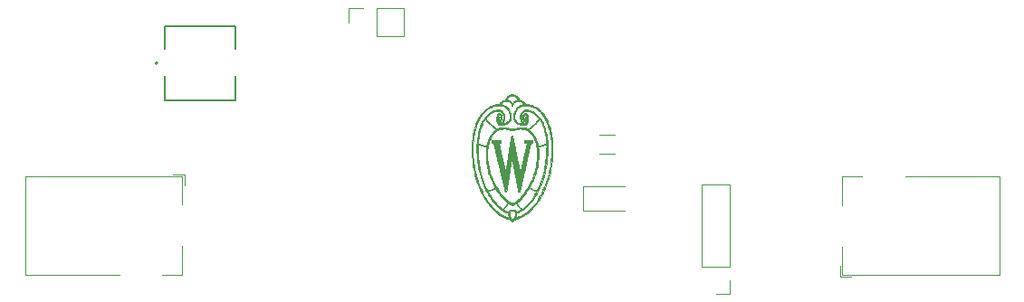
<source format=gbr>
From 3356b4176c49c766511ca06d32581a4a9c205788 Mon Sep 17 00:00:00 2001
From: Blaise Thompson <blaise@untzag.com>
Date: Sat, 24 Apr 2021 17:32:14 -0500
Subject: remove wisconsin crest logo

---
 analog-driver-board/gerber/driver-F_SilkS.gbr | 5822 +------------------------
 1 file changed, 75 insertions(+), 5747 deletions(-)

(limited to 'analog-driver-board/gerber/driver-F_SilkS.gbr')

diff --git a/analog-driver-board/gerber/driver-F_SilkS.gbr b/analog-driver-board/gerber/driver-F_SilkS.gbr
index 9d0cb63..307bf04 100644
--- a/analog-driver-board/gerber/driver-F_SilkS.gbr
+++ b/analog-driver-board/gerber/driver-F_SilkS.gbr
@@ -1,12 +1,12 @@
 %TF.GenerationSoftware,KiCad,Pcbnew,5.1.8+dfsg1-1+b1*%
-%TF.CreationDate,2021-03-05T10:02:30-06:00*%
+%TF.CreationDate,2021-04-24T17:27:20-05:00*%
 %TF.ProjectId,driver,64726976-6572-42e6-9b69-6361645f7063,B*%
 %TF.SameCoordinates,Original*%
 %TF.FileFunction,Legend,Top*%
 %TF.FilePolarity,Positive*%
 %FSLAX46Y46*%
 G04 Gerber Fmt 4.6, Leading zero omitted, Abs format (unit mm)*
-G04 Created by KiCad (PCBNEW 5.1.8+dfsg1-1+b1) date 2021-03-05 10:02:30*
+G04 Created by KiCad (PCBNEW 5.1.8+dfsg1-1+b1) date 2021-04-24 17:27:20*
 %MOMM*%
 %LPD*%
 G01*
@@ -19,9 +19,8 @@ G04 APERTURE LIST*
 %TD*%
 %ADD14C,0.250000*%
 %ADD15C,0.120000*%
-%ADD16C,0.200000*%
-%ADD17C,0.127000*%
-%ADD18C,0.010000*%
+%ADD16C,0.127000*%
+%ADD17C,0.200000*%
 G04 APERTURE END LIST*
 D10*
 X150947380Y-88772857D02*
@@ -1261,5784 +1260,113 @@ G03*
 X91285000Y-82550000I-1750000J0D01*
 G01*
 %TO.C,R2*%
-X91800000Y-92617936D02*
-X91800000Y-94072064D01*
 X93620000Y-92617936D02*
 X93620000Y-94072064D01*
+X91800000Y-92617936D02*
+X91800000Y-94072064D01*
 %TO.C,R1*%
-X98700000Y-94072064D02*
-X98700000Y-92617936D01*
 X96880000Y-94072064D02*
 X96880000Y-92617936D01*
+X98700000Y-94072064D02*
+X98700000Y-92617936D01*
 %TO.C,C2*%
-X149500000Y-86918748D02*
-X149500000Y-88341252D01*
 X147680000Y-86918748D02*
 X147680000Y-88341252D01*
+X149500000Y-86918748D02*
+X149500000Y-88341252D01*
 D16*
 %TO.C,RV1*%
+X94490000Y-89880000D02*
+X94490000Y-87595000D01*
+X94490000Y-85055000D02*
+X94490000Y-82890000D01*
+X94490000Y-82890000D02*
+X101090000Y-82890000D01*
+X101090000Y-82890000D02*
+X101090000Y-85055000D01*
+X101090000Y-87595000D02*
+X101090000Y-89880000D01*
+X101090000Y-89890000D02*
+X94490000Y-89890000D01*
+D17*
 X93826000Y-86360000D02*
 G75*
 G03*
 X93826000Y-86360000I-100000J0D01*
 G01*
-D17*
-X101090000Y-89890000D02*
-X94490000Y-89890000D01*
-X101090000Y-87595000D02*
-X101090000Y-89880000D01*
-X101090000Y-82890000D02*
-X101090000Y-85055000D01*
-X94490000Y-82890000D02*
-X101090000Y-82890000D01*
-X94490000Y-85055000D02*
-X94490000Y-82890000D01*
-X94490000Y-89880000D02*
-X94490000Y-87595000D01*
 D15*
 %TO.C,R5*%
-X135162936Y-94890000D02*
-X136617064Y-94890000D01*
 X135162936Y-93070000D02*
 X136617064Y-93070000D01*
-D18*
-%TO.C,G\u002A\u002A\u002A*%
-G36*
-X126990497Y-93197841D02*
-G01*
-X127007933Y-93198488D01*
-X127018683Y-93199868D01*
-X127024481Y-93202227D01*
-X127027064Y-93205810D01*
-X127027312Y-93206570D01*
-X127028537Y-93212166D01*
-X127031761Y-93227346D01*
-X127036909Y-93251744D01*
-X127043904Y-93284999D01*
-X127052670Y-93326746D01*
-X127063132Y-93376623D01*
-X127075213Y-93434267D01*
-X127088838Y-93499314D01*
-X127103930Y-93571400D01*
-X127120413Y-93650164D01*
-X127138212Y-93735240D01*
-X127157251Y-93826267D01*
-X127177452Y-93922881D01*
-X127198742Y-94024719D01*
-X127221043Y-94131417D01*
-X127244279Y-94242613D01*
-X127268375Y-94357942D01*
-X127293255Y-94477043D01*
-X127318842Y-94599551D01*
-X127345061Y-94725103D01*
-X127371835Y-94853336D01*
-X127383589Y-94909640D01*
-X127410596Y-95038994D01*
-X127437087Y-95165858D01*
-X127462985Y-95289867D01*
-X127488216Y-95410656D01*
-X127512702Y-95527860D01*
-X127536367Y-95641114D01*
-X127559134Y-95750053D01*
-X127580927Y-95854311D01*
-X127601671Y-95953524D01*
-X127621288Y-96047327D01*
-X127639702Y-96135354D01*
-X127656836Y-96217241D01*
-X127672615Y-96292622D01*
-X127686963Y-96361133D01*
-X127699801Y-96422408D01*
-X127711055Y-96476083D01*
-X127720648Y-96521792D01*
-X127728504Y-96559170D01*
-X127734545Y-96587853D01*
-X127738697Y-96607475D01*
-X127740882Y-96617671D01*
-X127741196Y-96619060D01*
-X127743609Y-96627405D01*
-X127745499Y-96628620D01*
-X127747792Y-96621715D01*
-X127750710Y-96608900D01*
-X127752330Y-96601781D01*
-X127756140Y-96585185D01*
-X127762042Y-96559532D01*
-X127769940Y-96525243D01*
-X127779736Y-96482740D01*
-X127791332Y-96432445D01*
-X127804633Y-96374777D01*
-X127819540Y-96310160D01*
-X127835956Y-96239013D01*
-X127853785Y-96161758D01*
-X127872928Y-96078816D01*
-X127893289Y-95990609D01*
-X127914770Y-95897558D01*
-X127937275Y-95800084D01*
-X127960706Y-95698609D01*
-X127984965Y-95593553D01*
-X128009956Y-95485338D01*
-X128035582Y-95374385D01*
-X128054338Y-95293180D01*
-X128085751Y-95157185D01*
-X128114958Y-95030732D01*
-X128142035Y-94913458D01*
-X128167057Y-94805005D01*
-X128190100Y-94705012D01*
-X128211241Y-94613119D01*
-X128230555Y-94528966D01*
-X128248118Y-94452193D01*
-X128264006Y-94382440D01*
-X128278294Y-94319347D01*
-X128291060Y-94262553D01*
-X128302378Y-94211700D01*
-X128312324Y-94166426D01*
-X128320974Y-94126371D01*
-X128328405Y-94091177D01*
-X128334692Y-94060482D01*
-X128339911Y-94033926D01*
-X128344137Y-94011150D01*
-X128347448Y-93991793D01*
-X128349918Y-93975495D01*
-X128351623Y-93961897D01*
-X128352640Y-93950638D01*
-X128353043Y-93941357D01*
-X128352910Y-93933697D01*
-X128352316Y-93927295D01*
-X128351337Y-93921792D01*
-X128350049Y-93916828D01*
-X128348527Y-93912042D01*
-X128346847Y-93907076D01*
-X128346602Y-93906340D01*
-X128331641Y-93875657D01*
-X128309555Y-93852180D01*
-X128280449Y-93835972D01*
-X128244424Y-93827098D01*
-X128216660Y-93825288D01*
-X128193898Y-93825678D01*
-X128172022Y-93826919D01*
-X128155471Y-93828751D01*
-X128154430Y-93828930D01*
-X128132840Y-93832800D01*
-X128132840Y-93578680D01*
-X128894840Y-93578680D01*
-X128894840Y-93706950D01*
-X128894841Y-93835220D01*
-X128842770Y-93835220D01*
-X128818094Y-93835485D01*
-X128800598Y-93836633D01*
-X128787312Y-93839190D01*
-X128775263Y-93843683D01*
-X128764345Y-93849115D01*
-X128735022Y-93870058D01*
-X128712361Y-93898573D01*
-X128707445Y-93907409D01*
-X128705974Y-93913070D01*
-X128702384Y-93928337D01*
-X128696745Y-93952894D01*
-X128689126Y-93986426D01*
-X128679599Y-94028618D01*
-X128668233Y-94079154D01*
-X128655099Y-94137719D01*
-X128640267Y-94203997D01*
-X128623807Y-94277673D01*
-X128605788Y-94358432D01*
-X128586282Y-94445958D01*
-X128565359Y-94539936D01*
-X128543088Y-94640050D01*
-X128519540Y-94745985D01*
-X128494785Y-94857426D01*
-X128468893Y-94974056D01*
-X128441935Y-95095562D01*
-X128413980Y-95221626D01*
-X128385099Y-95351935D01*
-X128355362Y-95486172D01*
-X128324838Y-95624022D01*
-X128293599Y-95765170D01*
-X128261715Y-95909300D01*
-X128229255Y-96056096D01*
-X128209009Y-96147689D01*
-X128176237Y-96295968D01*
-X128144011Y-96441776D01*
-X128112400Y-96584797D01*
-X128081474Y-96724715D01*
-X128051303Y-96861215D01*
-X128021956Y-96993982D01*
-X127993504Y-97122700D01*
-X127966016Y-97247055D01*
-X127939561Y-97366729D01*
-X127914210Y-97481409D01*
-X127890032Y-97590779D01*
-X127867097Y-97694522D01*
-X127845475Y-97792325D01*
-X127825235Y-97883871D01*
-X127806447Y-97968845D01*
-X127789181Y-98046931D01*
-X127773507Y-98117815D01*
-X127759494Y-98181180D01*
-X127747212Y-98236712D01*
-X127736730Y-98284094D01*
-X127728120Y-98323012D01*
-X127721449Y-98353150D01*
-X127716789Y-98374193D01*
-X127714208Y-98385825D01*
-X127713684Y-98388170D01*
-X127712204Y-98392781D01*
-X127709192Y-98395949D01*
-X127702978Y-98397944D01*
-X127691893Y-98399036D01*
-X127674265Y-98399498D01*
-X127648425Y-98399599D01*
-X127643218Y-98399600D01*
-X127575430Y-98399600D01*
-X127567226Y-98357690D01*
-X127565605Y-98349376D01*
-X127562123Y-98331482D01*
-X127556855Y-98304402D01*
-X127549879Y-98268527D01*
-X127541269Y-98224253D01*
-X127531104Y-98171971D01*
-X127519459Y-98112075D01*
-X127506411Y-98044958D01*
-X127492036Y-97971014D01*
-X127476411Y-97890636D01*
-X127459612Y-97804217D01*
-X127441716Y-97712150D01*
-X127422799Y-97614828D01*
-X127402937Y-97512646D01*
-X127382207Y-97405995D01*
-X127360685Y-97295269D01*
-X127338448Y-97180862D01*
-X127315573Y-97063167D01*
-X127292135Y-96942577D01*
-X127268211Y-96819485D01*
-X127258903Y-96771596D01*
-X127234903Y-96648128D01*
-X127211395Y-96527246D01*
-X127188456Y-96409330D01*
-X127166159Y-96294759D01*
-X127144579Y-96183914D01*
-X127123789Y-96077174D01*
-X127103863Y-95974920D01*
-X127084877Y-95877532D01*
-X127066904Y-95785389D01*
-X127050018Y-95698872D01*
-X127034294Y-95618360D01*
-X127019805Y-95544234D01*
-X127006627Y-95476873D01*
-X126994832Y-95416658D01*
-X126984496Y-95363968D01*
-X126975693Y-95319183D01*
-X126968496Y-95282684D01*
-X126962980Y-95254851D01*
-X126959220Y-95236062D01*
-X126957288Y-95226700D01*
-X126957037Y-95225663D01*
-X126956895Y-95225053D01*
-X126956855Y-95223875D01*
-X126956866Y-95222475D01*
-X126956873Y-95221199D01*
-X126956822Y-95220393D01*
-X126956662Y-95220403D01*
-X126956337Y-95221574D01*
-X126955795Y-95224253D01*
-X126954982Y-95228785D01*
-X126953845Y-95235515D01*
-X126952331Y-95244791D01*
-X126950386Y-95256957D01*
-X126947956Y-95272359D01*
-X126944989Y-95291344D01*
-X126941431Y-95314257D01*
-X126937229Y-95341444D01*
-X126932329Y-95373250D01*
-X126926678Y-95410022D01*
-X126920222Y-95452105D01*
-X126912908Y-95499846D01*
-X126904683Y-95553589D01*
-X126895493Y-95613681D01*
-X126885284Y-95680468D01*
-X126874005Y-95754295D01*
-X126861600Y-95835509D01*
-X126848018Y-95924454D01*
-X126833203Y-96021478D01*
-X126817104Y-96126925D01*
-X126799666Y-96241141D01*
-X126780836Y-96364473D01*
-X126760561Y-96497267D01*
-X126745843Y-96593660D01*
-X126727801Y-96711816D01*
-X126709907Y-96828998D01*
-X126692240Y-96944688D01*
-X126674879Y-97058368D01*
-X126657902Y-97169522D01*
-X126641390Y-97277632D01*
-X126625421Y-97382182D01*
-X126610073Y-97482654D01*
-X126595427Y-97578531D01*
-X126581560Y-97669296D01*
-X126568553Y-97754432D01*
-X126556483Y-97833421D01*
-X126545430Y-97905748D01*
-X126535474Y-97970893D01*
-X126526692Y-98028342D01*
-X126519164Y-98077575D01*
-X126512969Y-98118077D01*
-X126508186Y-98149330D01*
-X126506229Y-98162110D01*
-X126469841Y-98399600D01*
-X126319671Y-98399600D01*
-X126314611Y-98380550D01*
-X126313131Y-98374372D01*
-X126309421Y-98358617D01*
-X126303554Y-98333601D01*
-X126295606Y-98299642D01*
-X126285650Y-98257057D01*
-X126273761Y-98206164D01*
-X126260011Y-98147280D01*
-X126244475Y-98080723D01*
-X126227228Y-98006810D01*
-X126208343Y-97925858D01*
-X126187894Y-97838185D01*
-X126165955Y-97744109D01*
-X126142601Y-97643946D01*
-X126117904Y-97538014D01*
-X126091940Y-97426631D01*
-X126064782Y-97310113D01*
-X126036505Y-97188779D01*
-X126007182Y-97062946D01*
-X125976887Y-96932931D01*
-X125945694Y-96799052D01*
-X125913678Y-96661625D01*
-X125880912Y-96520969D01*
-X125847471Y-96377401D01*
-X125813427Y-96231238D01*
-X125796086Y-96156780D01*
-X125761752Y-96009367D01*
-X125727973Y-95864363D01*
-X125694823Y-95722086D01*
-X125662377Y-95582855D01*
-X125630710Y-95446988D01*
-X125599896Y-95314805D01*
-X125570008Y-95186623D01*
-X125541123Y-95062761D01*
-X125513313Y-94943539D01*
-X125486654Y-94829274D01*
-X125461219Y-94720286D01*
-X125437084Y-94616893D01*
-X125414322Y-94519413D01*
-X125393009Y-94428166D01*
-X125373217Y-94343470D01*
-X125355023Y-94265643D01*
-X125338500Y-94195005D01*
-X125323722Y-94131874D01*
-X125310765Y-94076569D01*
-X125299701Y-94029408D01*
-X125290607Y-93990710D01*
-X125283556Y-93960794D01*
-X125278622Y-93939978D01*
-X125275881Y-93928582D01*
-X125275358Y-93926523D01*
-X125261527Y-93895939D01*
-X125239157Y-93869348D01*
-X125209390Y-93847669D01*
-X125173370Y-93831820D01*
-X125149604Y-93825566D01*
-X125117860Y-93819094D01*
-X125115136Y-93578680D01*
-X125963680Y-93578680D01*
-X125963680Y-93822409D01*
-X125918694Y-93819216D01*
-X125896038Y-93817911D01*
-X125880030Y-93818153D01*
-X125867220Y-93820395D01*
-X125854153Y-93825093D01*
-X125845760Y-93828817D01*
-X125818490Y-93845867D01*
-X125797969Y-93869243D01*
-X125783912Y-93899508D01*
-X125776033Y-93937222D01*
-X125774017Y-93969840D01*
-X125774061Y-93974798D01*
-X125774375Y-93980574D01*
-X125775043Y-93987532D01*
-X125776147Y-93996038D01*
-X125777768Y-94006458D01*
-X125779991Y-94019157D01*
-X125782896Y-94034500D01*
-X125786566Y-94052853D01*
-X125791085Y-94074582D01*
-X125796534Y-94100052D01*
-X125802995Y-94129629D01*
-X125810552Y-94163678D01*
-X125819286Y-94202564D01*
-X125829280Y-94246654D01*
-X125840617Y-94296313D01*
-X125853379Y-94351906D01*
-X125867648Y-94413799D01*
-X125883507Y-94482358D01*
-X125901038Y-94557947D01*
-X125920323Y-94640933D01*
-X125941446Y-94731681D01*
-X125964489Y-94830556D01*
-X125989533Y-94937925D01*
-X126016662Y-95054152D01*
-X126045958Y-95179604D01*
-X126071895Y-95290640D01*
-X126098032Y-95402496D01*
-X126123587Y-95511806D01*
-X126148461Y-95618153D01*
-X126172556Y-95721122D01*
-X126195776Y-95820296D01*
-X126218022Y-95915258D01*
-X126239196Y-96005594D01*
-X126259200Y-96090886D01*
-X126277938Y-96170718D01*
-X126295311Y-96244675D01*
-X126311222Y-96312341D01*
-X126325572Y-96373298D01*
-X126338264Y-96427131D01*
-X126349201Y-96473425D01*
-X126358284Y-96511762D01*
-X126365415Y-96541726D01*
-X126370498Y-96562902D01*
-X126373434Y-96574873D01*
-X126374148Y-96577527D01*
-X126375240Y-96573356D01*
-X126377832Y-96559430D01*
-X126381878Y-96536033D01*
-X126387332Y-96503453D01*
-X126394150Y-96461976D01*
-X126402287Y-96411888D01*
-X126411696Y-96353474D01*
-X126422333Y-96287022D01*
-X126434153Y-96212816D01*
-X126447109Y-96131144D01*
-X126461157Y-96042292D01*
-X126476252Y-95946545D01*
-X126492348Y-95844190D01*
-X126509400Y-95735512D01*
-X126527363Y-95620799D01*
-X126546191Y-95500336D01*
-X126565839Y-95374409D01*
-X126586261Y-95243304D01*
-X126607414Y-95107308D01*
-X126629250Y-94966706D01*
-X126636273Y-94921447D01*
-X126656286Y-94792444D01*
-X126675923Y-94665882D01*
-X126695126Y-94542138D01*
-X126713835Y-94421590D01*
-X126731992Y-94304615D01*
-X126749538Y-94191593D01*
-X126766415Y-94082899D01*
-X126782564Y-93978912D01*
-X126797925Y-93880009D01*
-X126812442Y-93786569D01*
-X126826054Y-93698968D01*
-X126838703Y-93617585D01*
-X126850330Y-93542797D01*
-X126860878Y-93474982D01*
-X126870286Y-93414518D01*
-X126878497Y-93361781D01*
-X126885451Y-93317150D01*
-X126891090Y-93281003D01*
-X126895356Y-93253717D01*
-X126898189Y-93235670D01*
-X126899531Y-93227240D01*
-X126899590Y-93226890D01*
-X126904565Y-93197680D01*
-X126964640Y-93197680D01*
-X126990497Y-93197841D01*
-G37*
-X126990497Y-93197841D02*
-X127007933Y-93198488D01*
-X127018683Y-93199868D01*
-X127024481Y-93202227D01*
-X127027064Y-93205810D01*
-X127027312Y-93206570D01*
-X127028537Y-93212166D01*
-X127031761Y-93227346D01*
-X127036909Y-93251744D01*
-X127043904Y-93284999D01*
-X127052670Y-93326746D01*
-X127063132Y-93376623D01*
-X127075213Y-93434267D01*
-X127088838Y-93499314D01*
-X127103930Y-93571400D01*
-X127120413Y-93650164D01*
-X127138212Y-93735240D01*
-X127157251Y-93826267D01*
-X127177452Y-93922881D01*
-X127198742Y-94024719D01*
-X127221043Y-94131417D01*
-X127244279Y-94242613D01*
-X127268375Y-94357942D01*
-X127293255Y-94477043D01*
-X127318842Y-94599551D01*
-X127345061Y-94725103D01*
-X127371835Y-94853336D01*
-X127383589Y-94909640D01*
-X127410596Y-95038994D01*
-X127437087Y-95165858D01*
-X127462985Y-95289867D01*
-X127488216Y-95410656D01*
-X127512702Y-95527860D01*
-X127536367Y-95641114D01*
-X127559134Y-95750053D01*
-X127580927Y-95854311D01*
-X127601671Y-95953524D01*
-X127621288Y-96047327D01*
-X127639702Y-96135354D01*
-X127656836Y-96217241D01*
-X127672615Y-96292622D01*
-X127686963Y-96361133D01*
-X127699801Y-96422408D01*
-X127711055Y-96476083D01*
-X127720648Y-96521792D01*
-X127728504Y-96559170D01*
-X127734545Y-96587853D01*
-X127738697Y-96607475D01*
-X127740882Y-96617671D01*
-X127741196Y-96619060D01*
-X127743609Y-96627405D01*
-X127745499Y-96628620D01*
-X127747792Y-96621715D01*
-X127750710Y-96608900D01*
-X127752330Y-96601781D01*
-X127756140Y-96585185D01*
-X127762042Y-96559532D01*
-X127769940Y-96525243D01*
-X127779736Y-96482740D01*
-X127791332Y-96432445D01*
-X127804633Y-96374777D01*
-X127819540Y-96310160D01*
-X127835956Y-96239013D01*
-X127853785Y-96161758D01*
-X127872928Y-96078816D01*
-X127893289Y-95990609D01*
-X127914770Y-95897558D01*
-X127937275Y-95800084D01*
-X127960706Y-95698609D01*
-X127984965Y-95593553D01*
-X128009956Y-95485338D01*
-X128035582Y-95374385D01*
-X128054338Y-95293180D01*
-X128085751Y-95157185D01*
-X128114958Y-95030732D01*
-X128142035Y-94913458D01*
-X128167057Y-94805005D01*
-X128190100Y-94705012D01*
-X128211241Y-94613119D01*
-X128230555Y-94528966D01*
-X128248118Y-94452193D01*
-X128264006Y-94382440D01*
-X128278294Y-94319347D01*
-X128291060Y-94262553D01*
-X128302378Y-94211700D01*
-X128312324Y-94166426D01*
-X128320974Y-94126371D01*
-X128328405Y-94091177D01*
-X128334692Y-94060482D01*
-X128339911Y-94033926D01*
-X128344137Y-94011150D01*
-X128347448Y-93991793D01*
-X128349918Y-93975495D01*
-X128351623Y-93961897D01*
-X128352640Y-93950638D01*
-X128353043Y-93941357D01*
-X128352910Y-93933697D01*
-X128352316Y-93927295D01*
-X128351337Y-93921792D01*
-X128350049Y-93916828D01*
-X128348527Y-93912042D01*
-X128346847Y-93907076D01*
-X128346602Y-93906340D01*
-X128331641Y-93875657D01*
-X128309555Y-93852180D01*
-X128280449Y-93835972D01*
-X128244424Y-93827098D01*
-X128216660Y-93825288D01*
-X128193898Y-93825678D01*
-X128172022Y-93826919D01*
-X128155471Y-93828751D01*
-X128154430Y-93828930D01*
-X128132840Y-93832800D01*
-X128132840Y-93578680D01*
-X128894840Y-93578680D01*
-X128894840Y-93706950D01*
-X128894841Y-93835220D01*
-X128842770Y-93835220D01*
-X128818094Y-93835485D01*
-X128800598Y-93836633D01*
-X128787312Y-93839190D01*
-X128775263Y-93843683D01*
-X128764345Y-93849115D01*
-X128735022Y-93870058D01*
-X128712361Y-93898573D01*
-X128707445Y-93907409D01*
-X128705974Y-93913070D01*
-X128702384Y-93928337D01*
-X128696745Y-93952894D01*
-X128689126Y-93986426D01*
-X128679599Y-94028618D01*
-X128668233Y-94079154D01*
-X128655099Y-94137719D01*
-X128640267Y-94203997D01*
-X128623807Y-94277673D01*
-X128605788Y-94358432D01*
-X128586282Y-94445958D01*
-X128565359Y-94539936D01*
-X128543088Y-94640050D01*
-X128519540Y-94745985D01*
-X128494785Y-94857426D01*
-X128468893Y-94974056D01*
-X128441935Y-95095562D01*
-X128413980Y-95221626D01*
-X128385099Y-95351935D01*
-X128355362Y-95486172D01*
-X128324838Y-95624022D01*
-X128293599Y-95765170D01*
-X128261715Y-95909300D01*
-X128229255Y-96056096D01*
-X128209009Y-96147689D01*
-X128176237Y-96295968D01*
-X128144011Y-96441776D01*
-X128112400Y-96584797D01*
-X128081474Y-96724715D01*
-X128051303Y-96861215D01*
-X128021956Y-96993982D01*
-X127993504Y-97122700D01*
-X127966016Y-97247055D01*
-X127939561Y-97366729D01*
-X127914210Y-97481409D01*
-X127890032Y-97590779D01*
-X127867097Y-97694522D01*
-X127845475Y-97792325D01*
-X127825235Y-97883871D01*
-X127806447Y-97968845D01*
-X127789181Y-98046931D01*
-X127773507Y-98117815D01*
-X127759494Y-98181180D01*
-X127747212Y-98236712D01*
-X127736730Y-98284094D01*
-X127728120Y-98323012D01*
-X127721449Y-98353150D01*
-X127716789Y-98374193D01*
-X127714208Y-98385825D01*
-X127713684Y-98388170D01*
-X127712204Y-98392781D01*
-X127709192Y-98395949D01*
-X127702978Y-98397944D01*
-X127691893Y-98399036D01*
-X127674265Y-98399498D01*
-X127648425Y-98399599D01*
-X127643218Y-98399600D01*
-X127575430Y-98399600D01*
-X127567226Y-98357690D01*
-X127565605Y-98349376D01*
-X127562123Y-98331482D01*
-X127556855Y-98304402D01*
-X127549879Y-98268527D01*
-X127541269Y-98224253D01*
-X127531104Y-98171971D01*
-X127519459Y-98112075D01*
-X127506411Y-98044958D01*
-X127492036Y-97971014D01*
-X127476411Y-97890636D01*
-X127459612Y-97804217D01*
-X127441716Y-97712150D01*
-X127422799Y-97614828D01*
-X127402937Y-97512646D01*
-X127382207Y-97405995D01*
-X127360685Y-97295269D01*
-X127338448Y-97180862D01*
-X127315573Y-97063167D01*
-X127292135Y-96942577D01*
-X127268211Y-96819485D01*
-X127258903Y-96771596D01*
-X127234903Y-96648128D01*
-X127211395Y-96527246D01*
-X127188456Y-96409330D01*
-X127166159Y-96294759D01*
-X127144579Y-96183914D01*
-X127123789Y-96077174D01*
-X127103863Y-95974920D01*
-X127084877Y-95877532D01*
-X127066904Y-95785389D01*
-X127050018Y-95698872D01*
-X127034294Y-95618360D01*
-X127019805Y-95544234D01*
-X127006627Y-95476873D01*
-X126994832Y-95416658D01*
-X126984496Y-95363968D01*
-X126975693Y-95319183D01*
-X126968496Y-95282684D01*
-X126962980Y-95254851D01*
-X126959220Y-95236062D01*
-X126957288Y-95226700D01*
-X126957037Y-95225663D01*
-X126956895Y-95225053D01*
-X126956855Y-95223875D01*
-X126956866Y-95222475D01*
-X126956873Y-95221199D01*
-X126956822Y-95220393D01*
-X126956662Y-95220403D01*
-X126956337Y-95221574D01*
-X126955795Y-95224253D01*
-X126954982Y-95228785D01*
-X126953845Y-95235515D01*
-X126952331Y-95244791D01*
-X126950386Y-95256957D01*
-X126947956Y-95272359D01*
-X126944989Y-95291344D01*
-X126941431Y-95314257D01*
-X126937229Y-95341444D01*
-X126932329Y-95373250D01*
-X126926678Y-95410022D01*
-X126920222Y-95452105D01*
-X126912908Y-95499846D01*
-X126904683Y-95553589D01*
-X126895493Y-95613681D01*
-X126885284Y-95680468D01*
-X126874005Y-95754295D01*
-X126861600Y-95835509D01*
-X126848018Y-95924454D01*
-X126833203Y-96021478D01*
-X126817104Y-96126925D01*
-X126799666Y-96241141D01*
-X126780836Y-96364473D01*
-X126760561Y-96497267D01*
-X126745843Y-96593660D01*
-X126727801Y-96711816D01*
-X126709907Y-96828998D01*
-X126692240Y-96944688D01*
-X126674879Y-97058368D01*
-X126657902Y-97169522D01*
-X126641390Y-97277632D01*
-X126625421Y-97382182D01*
-X126610073Y-97482654D01*
-X126595427Y-97578531D01*
-X126581560Y-97669296D01*
-X126568553Y-97754432D01*
-X126556483Y-97833421D01*
-X126545430Y-97905748D01*
-X126535474Y-97970893D01*
-X126526692Y-98028342D01*
-X126519164Y-98077575D01*
-X126512969Y-98118077D01*
-X126508186Y-98149330D01*
-X126506229Y-98162110D01*
-X126469841Y-98399600D01*
-X126319671Y-98399600D01*
-X126314611Y-98380550D01*
-X126313131Y-98374372D01*
-X126309421Y-98358617D01*
-X126303554Y-98333601D01*
-X126295606Y-98299642D01*
-X126285650Y-98257057D01*
-X126273761Y-98206164D01*
-X126260011Y-98147280D01*
-X126244475Y-98080723D01*
-X126227228Y-98006810D01*
-X126208343Y-97925858D01*
-X126187894Y-97838185D01*
-X126165955Y-97744109D01*
-X126142601Y-97643946D01*
-X126117904Y-97538014D01*
-X126091940Y-97426631D01*
-X126064782Y-97310113D01*
-X126036505Y-97188779D01*
-X126007182Y-97062946D01*
-X125976887Y-96932931D01*
-X125945694Y-96799052D01*
-X125913678Y-96661625D01*
-X125880912Y-96520969D01*
-X125847471Y-96377401D01*
-X125813427Y-96231238D01*
-X125796086Y-96156780D01*
-X125761752Y-96009367D01*
-X125727973Y-95864363D01*
-X125694823Y-95722086D01*
-X125662377Y-95582855D01*
-X125630710Y-95446988D01*
-X125599896Y-95314805D01*
-X125570008Y-95186623D01*
-X125541123Y-95062761D01*
-X125513313Y-94943539D01*
-X125486654Y-94829274D01*
-X125461219Y-94720286D01*
-X125437084Y-94616893D01*
-X125414322Y-94519413D01*
-X125393009Y-94428166D01*
-X125373217Y-94343470D01*
-X125355023Y-94265643D01*
-X125338500Y-94195005D01*
-X125323722Y-94131874D01*
-X125310765Y-94076569D01*
-X125299701Y-94029408D01*
-X125290607Y-93990710D01*
-X125283556Y-93960794D01*
-X125278622Y-93939978D01*
-X125275881Y-93928582D01*
-X125275358Y-93926523D01*
-X125261527Y-93895939D01*
-X125239157Y-93869348D01*
-X125209390Y-93847669D01*
-X125173370Y-93831820D01*
-X125149604Y-93825566D01*
-X125117860Y-93819094D01*
-X125115136Y-93578680D01*
-X125963680Y-93578680D01*
-X125963680Y-93822409D01*
-X125918694Y-93819216D01*
-X125896038Y-93817911D01*
-X125880030Y-93818153D01*
-X125867220Y-93820395D01*
-X125854153Y-93825093D01*
-X125845760Y-93828817D01*
-X125818490Y-93845867D01*
-X125797969Y-93869243D01*
-X125783912Y-93899508D01*
-X125776033Y-93937222D01*
-X125774017Y-93969840D01*
-X125774061Y-93974798D01*
-X125774375Y-93980574D01*
-X125775043Y-93987532D01*
-X125776147Y-93996038D01*
-X125777768Y-94006458D01*
-X125779991Y-94019157D01*
-X125782896Y-94034500D01*
-X125786566Y-94052853D01*
-X125791085Y-94074582D01*
-X125796534Y-94100052D01*
-X125802995Y-94129629D01*
-X125810552Y-94163678D01*
-X125819286Y-94202564D01*
-X125829280Y-94246654D01*
-X125840617Y-94296313D01*
-X125853379Y-94351906D01*
-X125867648Y-94413799D01*
-X125883507Y-94482358D01*
-X125901038Y-94557947D01*
-X125920323Y-94640933D01*
-X125941446Y-94731681D01*
-X125964489Y-94830556D01*
-X125989533Y-94937925D01*
-X126016662Y-95054152D01*
-X126045958Y-95179604D01*
-X126071895Y-95290640D01*
-X126098032Y-95402496D01*
-X126123587Y-95511806D01*
-X126148461Y-95618153D01*
-X126172556Y-95721122D01*
-X126195776Y-95820296D01*
-X126218022Y-95915258D01*
-X126239196Y-96005594D01*
-X126259200Y-96090886D01*
-X126277938Y-96170718D01*
-X126295311Y-96244675D01*
-X126311222Y-96312341D01*
-X126325572Y-96373298D01*
-X126338264Y-96427131D01*
-X126349201Y-96473425D01*
-X126358284Y-96511762D01*
-X126365415Y-96541726D01*
-X126370498Y-96562902D01*
-X126373434Y-96574873D01*
-X126374148Y-96577527D01*
-X126375240Y-96573356D01*
-X126377832Y-96559430D01*
-X126381878Y-96536033D01*
-X126387332Y-96503453D01*
-X126394150Y-96461976D01*
-X126402287Y-96411888D01*
-X126411696Y-96353474D01*
-X126422333Y-96287022D01*
-X126434153Y-96212816D01*
-X126447109Y-96131144D01*
-X126461157Y-96042292D01*
-X126476252Y-95946545D01*
-X126492348Y-95844190D01*
-X126509400Y-95735512D01*
-X126527363Y-95620799D01*
-X126546191Y-95500336D01*
-X126565839Y-95374409D01*
-X126586261Y-95243304D01*
-X126607414Y-95107308D01*
-X126629250Y-94966706D01*
-X126636273Y-94921447D01*
-X126656286Y-94792444D01*
-X126675923Y-94665882D01*
-X126695126Y-94542138D01*
-X126713835Y-94421590D01*
-X126731992Y-94304615D01*
-X126749538Y-94191593D01*
-X126766415Y-94082899D01*
-X126782564Y-93978912D01*
-X126797925Y-93880009D01*
-X126812442Y-93786569D01*
-X126826054Y-93698968D01*
-X126838703Y-93617585D01*
-X126850330Y-93542797D01*
-X126860878Y-93474982D01*
-X126870286Y-93414518D01*
-X126878497Y-93361781D01*
-X126885451Y-93317150D01*
-X126891090Y-93281003D01*
-X126895356Y-93253717D01*
-X126898189Y-93235670D01*
-X126899531Y-93227240D01*
-X126899590Y-93226890D01*
-X126904565Y-93197680D01*
-X126964640Y-93197680D01*
-X126990497Y-93197841D01*
-G36*
-X127027014Y-89303991D02*
-G01*
-X127072375Y-89306052D01*
-X127113794Y-89309780D01*
-X127148483Y-89315150D01*
-X127151395Y-89315759D01*
-X127230635Y-89337497D01*
-X127304009Y-89367438D01*
-X127371830Y-89405785D01*
-X127434414Y-89452739D01*
-X127492077Y-89508504D01*
-X127538895Y-89564889D01*
-X127560962Y-89596620D01*
-X127583934Y-89633879D01*
-X127606332Y-89673914D01*
-X127626682Y-89713972D01*
-X127643506Y-89751301D01*
-X127654383Y-89780197D01*
-X127659840Y-89796109D01*
-X127664296Y-89807714D01*
-X127666434Y-89811967D01*
-X127672382Y-89814133D01*
-X127685301Y-89817240D01*
-X127698942Y-89819959D01*
-X127739191Y-89829382D01*
-X127784524Y-89843437D01*
-X127831659Y-89860992D01*
-X127877314Y-89880915D01*
-X127881541Y-89882931D01*
-X127954134Y-89922295D01*
-X128021352Y-89967714D01*
-X128082191Y-90018300D01*
-X128135644Y-90073169D01*
-X128180704Y-90131433D01*
-X128201778Y-90165007D01*
-X128224618Y-90204605D01*
-X128279059Y-90207746D01*
-X128385529Y-90215775D01*
-X128484491Y-90227326D01*
-X128578105Y-90242803D01*
-X128668531Y-90262607D01*
-X128757931Y-90287143D01*
-X128830719Y-90310639D01*
-X128961526Y-90360876D01*
-X129088777Y-90420499D01*
-X129212356Y-90489334D01*
-X129332152Y-90567209D01*
-X129448049Y-90653949D01*
-X129559933Y-90749381D01*
-X129667691Y-90853332D01*
-X129771209Y-90965630D01*
-X129870372Y-91086099D01*
-X129965067Y-91214568D01*
-X130055180Y-91350862D01*
-X130140596Y-91494809D01*
-X130221201Y-91646235D01*
-X130296883Y-91804967D01*
-X130367526Y-91970831D01*
-X130433017Y-92143654D01*
-X130493241Y-92323263D01*
-X130548085Y-92509485D01*
-X130597435Y-92702146D01*
-X130641177Y-92901072D01*
-X130679196Y-93106092D01*
-X130682619Y-93126560D01*
-X130699612Y-93233878D01*
-X130714818Y-93340232D01*
-X130728415Y-93447300D01*
-X130740581Y-93556754D01*
-X130751495Y-93670272D01*
-X130761334Y-93789528D01*
-X130770276Y-93916198D01*
-X130775515Y-94000320D01*
-X130777014Y-94032053D01*
-X130778320Y-94072725D01*
-X130779431Y-94121114D01*
-X130780350Y-94176000D01*
-X130781074Y-94236164D01*
-X130781606Y-94300384D01*
-X130781943Y-94367440D01*
-X130782087Y-94436112D01*
-X130782038Y-94505179D01*
-X130781795Y-94573422D01*
-X130781358Y-94639620D01*
-X130780728Y-94702553D01*
-X130779904Y-94760999D01*
-X130778887Y-94813740D01*
-X130777676Y-94859555D01*
-X130776271Y-94897223D01*
-X130775521Y-94912180D01*
-X130760706Y-95140254D01*
-X130742134Y-95360657D01*
-X130719574Y-95575248D01*
-X130692797Y-95785882D01*
-X130661575Y-95994418D01*
-X130625677Y-96202712D01*
-X130598562Y-96344740D01*
-X130543920Y-96602528D01*
-X130483133Y-96855889D01*
-X130416343Y-97104551D01*
-X130343690Y-97348243D01*
-X130265316Y-97586694D01*
-X130181363Y-97819632D01*
-X130091971Y-98046785D01*
-X129997284Y-98267883D01*
-X129897441Y-98482653D01*
-X129792585Y-98690825D01*
-X129682856Y-98892126D01*
-X129568397Y-99086286D01*
-X129449349Y-99273033D01*
-X129325853Y-99452096D01*
-X129198051Y-99623202D01*
-X129066084Y-99786082D01*
-X128930094Y-99940462D01*
-X128790222Y-100086073D01*
-X128646610Y-100222641D01*
-X128520289Y-100332593D01*
-X128383014Y-100441660D01*
-X128241799Y-100543264D01*
-X128097294Y-100637063D01*
-X127950149Y-100722714D01*
-X127801014Y-100799876D01*
-X127650540Y-100868204D01*
-X127499377Y-100927358D01*
-X127348174Y-100976995D01*
-X127240991Y-101006312D01*
-X127177344Y-101022251D01*
-X127161635Y-101045083D01*
-X127144591Y-101068346D01*
-X127124320Y-101093671D01*
-X127102624Y-101119020D01*
-X127081308Y-101142358D01*
-X127062175Y-101161647D01*
-X127047028Y-101174850D01*
-X127046183Y-101175479D01*
-X127023935Y-101189595D01*
-X127005278Y-101195820D01*
-X126987957Y-101194570D01*
-X126974181Y-101188815D01*
-X126960991Y-101179444D01*
-X126943303Y-101163706D01*
-X126922753Y-101143330D01*
-X126900982Y-101120045D01*
-X126879628Y-101095582D01*
-X126860330Y-101071669D01*
-X126850140Y-101057911D01*
-X126837365Y-101040384D01*
-X126827746Y-101029308D01*
-X126818771Y-101022702D01*
-X126807924Y-101018586D01*
-X126796800Y-101015887D01*
-X126772077Y-101009853D01*
-X126739916Y-101001219D01*
-X126702503Y-100990636D01*
-X126662024Y-100978759D01*
-X126620666Y-100966241D01*
-X126580614Y-100953736D01*
-X126544055Y-100941897D01*
-X126513174Y-100931377D01*
-X126508262Y-100929629D01*
-X126342831Y-100864883D01*
-X126180279Y-100790418D01*
-X126020659Y-100706275D01*
-X125864023Y-100612493D01*
-X125710422Y-100509114D01*
-X125559910Y-100396177D01*
-X125412537Y-100273722D01*
-X125268357Y-100141790D01*
-X125127422Y-100000420D01*
-X124989783Y-99849654D01*
-X124855494Y-99689531D01*
-X124789719Y-99606100D01*
-X124664395Y-99437017D01*
-X124542577Y-99258870D01*
-X124424589Y-99072241D01*
-X124310754Y-98877715D01*
-X124201397Y-98675873D01*
-X124096840Y-98467302D01*
-X123997407Y-98252583D01*
-X123903423Y-98032300D01*
-X123868289Y-97944940D01*
-X123767925Y-97678042D01*
-X123675635Y-97405710D01*
-X123591509Y-97128589D01*
-X123515632Y-96847325D01*
-X123448093Y-96562562D01*
-X123388978Y-96274947D01*
-X123338376Y-95985126D01*
-X123296373Y-95693744D01*
-X123263058Y-95401446D01*
-X123238517Y-95108879D01*
-X123222838Y-94816688D01*
-X123216547Y-94544462D01*
-X123326287Y-94544462D01*
-X123328822Y-94709384D01*
-X123333993Y-94871364D01*
-X123341793Y-95027853D01*
-X123345244Y-95082360D01*
-X123370618Y-95389241D01*
-X123405342Y-95693647D01*
-X123449348Y-95995270D01*
-X123502567Y-96293805D01*
-X123564930Y-96588945D01*
-X123636367Y-96880384D01*
-X123716811Y-97167816D01*
-X123806192Y-97450935D01*
-X123904442Y-97729434D01*
-X123990684Y-97951931D01*
-X124055957Y-98107947D01*
-X124126386Y-98265661D01*
-X124200914Y-98422941D01*
-X124278488Y-98577656D01*
-X124358051Y-98727674D01*
-X124438549Y-98870864D01*
-X124482985Y-98946182D01*
-X124599807Y-99133112D01*
-X124720417Y-99311375D01*
-X124844719Y-99480884D01*
-X124972616Y-99641555D01*
-X125104011Y-99793304D01*
-X125238807Y-99936046D01*
-X125376907Y-100069697D01*
-X125518214Y-100194171D01*
-X125662632Y-100309386D01*
-X125810063Y-100415255D01*
-X125960411Y-100511695D01*
-X126113578Y-100598620D01*
-X126269467Y-100675947D01*
-X126427983Y-100743591D01*
-X126589027Y-100801467D01*
-X126622043Y-100812023D01*
-X126649381Y-100820486D01*
-X126673552Y-100827788D01*
-X126692797Y-100833411D01*
-X126705357Y-100836839D01*
-X126709238Y-100837656D01*
-X126712388Y-100835383D01*
-X126710497Y-100826908D01*
-X126707209Y-100818950D01*
-X126696747Y-100793084D01*
-X126685009Y-100760389D01*
-X126672971Y-100723943D01*
-X126661606Y-100686824D01*
-X126651889Y-100652111D01*
-X126644795Y-100622883D01*
-X126644098Y-100619560D01*
-X126639266Y-100591076D01*
-X126634933Y-100556556D01*
-X126631564Y-100520119D01*
-X126629903Y-100493042D01*
-X126626890Y-100425868D01*
-X126736905Y-100425868D01*
-X126737163Y-100470783D01*
-X126737337Y-100474780D01*
-X126746427Y-100561631D01*
-X126765464Y-100648713D01*
-X126794264Y-100735497D01*
-X126832642Y-100821460D01*
-X126880413Y-100906074D01*
-X126898867Y-100934601D01*
-X126924326Y-100971751D01*
-X126945734Y-101000462D01*
-X126963917Y-101021208D01*
-X126979699Y-101034465D01*
-X126993907Y-101040707D01*
-X127007365Y-101040408D01*
-X127020899Y-101034043D01*
-X127035334Y-101022087D01*
-X127041040Y-101016369D01*
-X127058353Y-100996242D01*
-X127078748Y-100969034D01*
-X127100884Y-100936807D01*
-X127123420Y-100901627D01*
-X127145014Y-100865558D01*
-X127164324Y-100830663D01*
-X127173723Y-100812235D01*
-X127203997Y-100743853D01*
-X127229291Y-100672860D01*
-X127248108Y-100603495D01*
-X127249129Y-100598877D01*
-X127256248Y-100557133D01*
-X127260882Y-100510440D01*
-X127263034Y-100461358D01*
-X127262707Y-100412448D01*
-X127259904Y-100366270D01*
-X127254628Y-100325385D01*
-X127248779Y-100298745D01*
-X127238121Y-100277399D01*
-X127218756Y-100256104D01*
-X127192095Y-100235838D01*
-X127159549Y-100217578D01*
-X127122527Y-100202301D01*
-X127099060Y-100195055D01*
-X127080157Y-100191112D01*
-X127055259Y-100187526D01*
-X127028527Y-100184852D01*
-X127016653Y-100184075D01*
-X126971525Y-100184554D01*
-X126927178Y-100190308D01*
-X126884939Y-100200741D01*
-X126846135Y-100215259D01*
-X126812094Y-100233267D01*
-X126784141Y-100254170D01*
-X126763605Y-100277373D01*
-X126751812Y-100302282D01*
-X126751654Y-100302869D01*
-X126744437Y-100338474D01*
-X126739425Y-100380620D01*
-X126736905Y-100425868D01*
-X126626890Y-100425868D01*
-X126626620Y-100419864D01*
-X126540591Y-100385256D01*
-X126395922Y-100321754D01*
-X126252939Y-100248378D01*
-X126111888Y-100165310D01*
-X125973016Y-100072733D01*
-X125962792Y-100065097D01*
-X126161212Y-100065097D01*
-X126162726Y-100068565D01*
-X126172731Y-100076102D01*
-X126190440Y-100087446D01*
-X126214486Y-100101829D01*
-X126243502Y-100118483D01*
-X126276120Y-100136639D01*
-X126310974Y-100155529D01*
-X126346695Y-100174384D01*
-X126381918Y-100192437D01*
-X126392940Y-100197958D01*
-X126421532Y-100211918D01*
-X126453008Y-100226819D01*
-X126485923Y-100242026D01*
-X126518832Y-100256903D01*
-X126550292Y-100270815D01*
-X126578859Y-100283124D01*
-X126603087Y-100293195D01*
-X126621534Y-100300392D01*
-X126632755Y-100304079D01*
-X126634701Y-100304422D01*
-X126637372Y-100300025D01*
-X126641057Y-100288521D01*
-X126643685Y-100277930D01*
-X126657916Y-100237272D01*
-X126681293Y-100200049D01*
-X126713268Y-100166653D01*
-X126753294Y-100137474D01*
-X126800824Y-100112904D01*
-X126855311Y-100093332D01*
-X126916207Y-100079151D01*
-X126923800Y-100077850D01*
-X126977481Y-100072661D01*
-X127033329Y-100073953D01*
-X127089522Y-100081256D01*
-X127144237Y-100094100D01*
-X127195652Y-100112013D01*
-X127241944Y-100134526D01*
-X127281290Y-100161169D01*
-X127295672Y-100173828D01*
-X127318311Y-100199554D01*
-X127337647Y-100229093D01*
-X127351848Y-100259244D01*
-X127358667Y-100283893D01*
-X127361164Y-100296718D01*
-X127363446Y-100303984D01*
-X127364044Y-100304600D01*
-X127372258Y-100302515D01*
-X127388243Y-100296667D01*
-X127410599Y-100287666D01*
-X127437924Y-100276122D01*
-X127468818Y-100262645D01*
-X127501881Y-100247845D01*
-X127535713Y-100232332D01*
-X127568913Y-100216715D01*
-X127596900Y-100203173D01*
-X127628547Y-100187288D01*
-X127662414Y-100169719D01*
-X127697140Y-100151227D01*
-X127731369Y-100132571D01*
-X127763741Y-100114513D01*
-X127792899Y-100097812D01*
-X127817483Y-100083230D01*
-X127836137Y-100071527D01*
-X127847500Y-100063462D01*
-X127849256Y-100061895D01*
-X127847459Y-100057148D01*
-X127839230Y-100048037D01*
-X127826231Y-100036345D01*
-X127822942Y-100033641D01*
-X127762409Y-99981521D01*
-X127700954Y-99922794D01*
-X127640569Y-99859641D01*
-X127583245Y-99794242D01*
-X127530976Y-99728777D01*
-X127485752Y-99665428D01*
-X127483463Y-99661980D01*
-X127471811Y-99643465D01*
-X127457818Y-99619860D01*
-X127442503Y-99593036D01*
-X127426882Y-99564863D01*
-X127411973Y-99537213D01*
-X127398795Y-99511958D01*
-X127388365Y-99490969D01*
-X127381701Y-99476117D01*
-X127380341Y-99472386D01*
-X127375405Y-99471949D01*
-X127362832Y-99477877D01*
-X127342550Y-99490208D01*
-X127322442Y-99503542D01*
-X127290622Y-99524350D01*
-X127255391Y-99546019D01*
-X127218026Y-99567886D01*
-X127179806Y-99589286D01*
-X127142008Y-99609556D01*
-X127105910Y-99628033D01*
-X127072791Y-99644052D01*
-X127043928Y-99656951D01*
-X127020600Y-99666065D01*
-X127004083Y-99670730D01*
-X126999567Y-99671204D01*
-X126988006Y-99668736D01*
-X126969038Y-99661681D01*
-X126943948Y-99650715D01*
-X126914019Y-99636513D01*
-X126880537Y-99619752D01*
-X126844784Y-99601107D01*
-X126808046Y-99581254D01*
-X126771607Y-99560867D01*
-X126736750Y-99540624D01*
-X126704760Y-99521200D01*
-X126676922Y-99503270D01*
-X126665419Y-99495398D01*
-X126633098Y-99472725D01*
-X126598901Y-99540342D01*
-X126554733Y-99619312D01*
-X126501829Y-99699398D01*
-X126441308Y-99779233D01*
-X126374287Y-99857453D01*
-X126301883Y-99932694D01*
-X126225215Y-100003592D01*
-X126205906Y-100020146D01*
-X126185072Y-100038053D01*
-X126171313Y-100050802D01*
-X126163678Y-100059460D01*
-X126161212Y-100065097D01*
-X125962792Y-100065097D01*
-X125836570Y-99970830D01*
-X125702796Y-99859783D01*
-X125571941Y-99739776D01*
-X125444251Y-99610992D01*
-X125335795Y-99491800D01*
-X125206555Y-99337190D01*
-X125081335Y-99173430D01*
-X124960262Y-99000752D01*
-X124843462Y-98819391D01*
-X124731061Y-98629579D01*
-X124623185Y-98431551D01*
-X124595502Y-98376300D01*
-X124722295Y-98376300D01*
-X124724926Y-98383153D01*
-X124731901Y-98397587D01*
-X124742542Y-98418351D01*
-X124756170Y-98444195D01*
-X124772105Y-98473870D01*
-X124789670Y-98506124D01*
-X124808183Y-98539707D01*
-X124826968Y-98573370D01*
-X124845345Y-98605860D01*
-X124862634Y-98635930D01*
-X124871744Y-98651509D01*
-X124970991Y-98814428D01*
-X125071365Y-98968012D01*
-X125173477Y-99113076D01*
-X125277935Y-99250430D01*
-X125385350Y-99380887D01*
-X125496332Y-99505261D01*
-X125572520Y-99585113D01*
-X125679986Y-99690949D01*
-X125786236Y-99787749D01*
-X125892280Y-99876390D01*
-X125999133Y-99957749D01*
-X126021491Y-99973793D01*
-X126046717Y-99991508D01*
-X126065106Y-100003824D01*
-X126077948Y-100011441D01*
-X126086529Y-100015061D01*
-X126092138Y-100015386D01*
-X126095151Y-100013904D01*
-X126102229Y-100008226D01*
-X126115207Y-99997636D01*
-X126132164Y-99983705D01*
-X126149100Y-99969727D01*
-X126167596Y-99953743D01*
-X126191066Y-99932426D01*
-X126217412Y-99907739D01*
-X126244538Y-99881646D01*
-X126268559Y-99857905D01*
-X126338575Y-99784090D01*
-X126399729Y-99711871D01*
-X126452920Y-99640037D01*
-X126499052Y-99567376D01*
-X126536748Y-99497309D01*
-X126570421Y-99429158D01*
-X126555667Y-99418569D01*
-X126546757Y-99411867D01*
-X126531610Y-99400150D01*
-X126511927Y-99384744D01*
-X126489407Y-99366979D01*
-X126473857Y-99354640D01*
-X126367229Y-99265045D01*
-X126260252Y-99165703D01*
-X126153247Y-99057006D01*
-X126046537Y-98939343D01*
-X125940444Y-98813106D01*
-X125835291Y-98678686D01*
-X125731401Y-98536473D01*
-X125629094Y-98386858D01*
-X125528696Y-98230233D01*
-X125478546Y-98148140D01*
-X125462004Y-98120689D01*
-X125447159Y-98096183D01*
-X125434830Y-98075966D01*
-X125425836Y-98061379D01*
-X125420998Y-98053765D01*
-X125420481Y-98053044D01*
-X125415436Y-98054363D01*
-X125404539Y-98060970D01*
-X125389723Y-98071628D01*
-X125381920Y-98077714D01*
-X125305375Y-98133366D01*
-X125220110Y-98185183D01*
-X125126963Y-98232775D01*
-X125026772Y-98275752D01*
-X124920376Y-98313724D01*
-X124808612Y-98346300D01*
-X124800360Y-98348432D01*
-X124768986Y-98356725D01*
-X124746528Y-98363316D01*
-X124731954Y-98368573D01*
-X124724232Y-98372865D01*
-X124722295Y-98376300D01*
-X124595502Y-98376300D01*
-X124519962Y-98225539D01*
-X124421517Y-98011778D01*
-X124327978Y-97790500D01*
-X124239469Y-97561940D01*
-X124156119Y-97326330D01*
-X124144566Y-97291887D01*
-X124055656Y-97009570D01*
-X123976084Y-96724332D01*
-X123905804Y-96435918D01*
-X123844765Y-96144075D01*
-X123792921Y-95848550D01*
-X123750223Y-95549091D01*
-X123716623Y-95245443D01*
-X123692073Y-94937354D01*
-X123690007Y-94904560D01*
-X123687528Y-94857279D01*
-X123685317Y-94801448D01*
-X123683390Y-94738673D01*
-X123681761Y-94670562D01*
-X123680448Y-94598721D01*
-X123679464Y-94524756D01*
-X123678826Y-94450275D01*
-X123678668Y-94408027D01*
-X123790806Y-94408027D01*
-X123790952Y-94461941D01*
-X123791274Y-94513486D01*
-X123791779Y-94561522D01*
-X123792473Y-94604911D01*
-X123793362Y-94642514D01*
-X123794045Y-94663260D01*
-X123809923Y-94963146D01*
-X123834726Y-95260769D01*
-X123868371Y-95555784D01*
-X123910778Y-95847845D01*
-X123961863Y-96136607D01*
-X124021544Y-96421725D01*
-X124089740Y-96702853D01*
-X124166367Y-96979646D01*
-X124251345Y-97251759D01*
-X124344591Y-97518846D01*
-X124446022Y-97780562D01*
-X124555556Y-98036562D01*
-X124639796Y-98217990D01*
-X124655173Y-98249367D01*
-X124667139Y-98272212D01*
-X124676193Y-98287367D01*
-X124682837Y-98295676D01*
-X124687252Y-98298000D01*
-X124695269Y-98296791D01*
-X124711065Y-98293473D01*
-X124732585Y-98288508D01*
-X124757779Y-98282358D01*
-X124766523Y-98280154D01*
-X124874054Y-98249723D01*
-X124976356Y-98214525D01*
-X125072588Y-98174949D01*
-X125161906Y-98131390D01*
-X125243468Y-98084237D01*
-X125316429Y-98033885D01*
-X125345463Y-98010922D01*
-X125380027Y-97982364D01*
-X125358498Y-97943332D01*
-X125329283Y-97890111D01*
-X125303008Y-97841632D01*
-X125278448Y-97795552D01*
-X125254377Y-97749530D01*
-X125229569Y-97701222D01*
-X125202799Y-97648287D01*
-X125174582Y-97591880D01*
-X125126840Y-97494946D01*
-X125083783Y-97405014D01*
-X125044726Y-97320460D01*
-X125008984Y-97239661D01*
-X124975873Y-97160992D01*
-X124944706Y-97082831D01*
-X124914800Y-97003554D01*
-X124885470Y-96921536D01*
-X124858512Y-96842580D01*
-X124785143Y-96609193D01*
-X124721445Y-96376055D01*
-X124667219Y-96142148D01*
-X124622262Y-95906454D01*
-X124586372Y-95667955D01*
-X124559350Y-95425631D01*
-X124546246Y-95262700D01*
-X124542467Y-95197650D01*
-X124539488Y-95125893D01*
-X124537310Y-95049218D01*
-X124535934Y-94969416D01*
-X124535886Y-94962520D01*
-X124676878Y-94962520D01*
-X124680763Y-95115933D01*
-X124688687Y-95271080D01*
-X124700651Y-95426444D01*
-X124701701Y-95437960D01*
-X124724361Y-95642471D01*
-X124754587Y-95848128D01*
-X124792067Y-96053734D01*
-X124836492Y-96258091D01*
-X124887551Y-96460001D01*
-X124944934Y-96658268D01*
-X125008330Y-96851694D01*
-X125077428Y-97039081D01*
-X125151918Y-97219233D01*
-X125179791Y-97281638D01*
-X125269882Y-97472834D01*
-X125363645Y-97659349D01*
-X125460624Y-97840410D01*
-X125560364Y-98015245D01*
-X125662407Y-98183082D01*
-X125766300Y-98343150D01*
-X125871586Y-98494677D01*
-X125977809Y-98636891D01*
-X125986862Y-98648520D01*
-X126068136Y-98748966D01*
-X126153076Y-98847123D01*
-X126240387Y-98941653D01*
-X126328776Y-99031222D01*
-X126416947Y-99114491D01*
-X126503606Y-99190127D01*
-X126542069Y-99221560D01*
-X126575208Y-99247068D01*
-X126614257Y-99275545D01*
-X126656983Y-99305486D01*
-X126701155Y-99335383D01*
-X126744541Y-99363732D01*
-X126784907Y-99389027D01*
-X126820023Y-99409762D01*
-X126826118Y-99413173D01*
-X126850906Y-99426482D01*
-X126878349Y-99440539D01*
-X126906779Y-99454563D01*
-X126934526Y-99467774D01*
-X126959920Y-99479391D01*
-X126981291Y-99488635D01*
-X126996970Y-99494724D01*
-X127005223Y-99496880D01*
-X127011928Y-99494696D01*
-X127026235Y-99488593D01*
-X127046683Y-99479244D01*
-X127071812Y-99467321D01*
-X127100161Y-99453497D01*
-X127109370Y-99448933D01*
-X127155786Y-99424876D01*
-X127441963Y-99424876D01*
-X127444085Y-99430428D01*
-X127449917Y-99443371D01*
-X127458663Y-99461995D01*
-X127469524Y-99484586D01*
-X127474278Y-99494340D01*
-X127521362Y-99580364D01*
-X127578243Y-99665947D01*
-X127645019Y-99751214D01*
-X127721786Y-99836292D01*
-X127784860Y-99898990D01*
-X127800865Y-99913913D01*
-X127819944Y-99931209D01*
-X127840652Y-99949623D01*
-X127861539Y-99967903D01*
-X127881161Y-99984796D01*
-X127898068Y-99999049D01*
-X127910815Y-100009409D01*
-X127917953Y-100014622D01*
-X127918834Y-100015000D01*
-X127923565Y-100012293D01*
-X127934470Y-100005063D01*
-X127949466Y-99994702D01*
-X127954394Y-99991232D01*
-X128093013Y-99887271D01*
-X128228432Y-99773744D01*
-X128360565Y-99650753D01*
-X128489326Y-99518404D01*
-X128614629Y-99376800D01*
-X128736388Y-99226045D01*
-X128854517Y-99066244D01*
-X128968932Y-98897500D01*
-X129079545Y-98719917D01*
-X129186271Y-98533599D01*
-X129239799Y-98434066D01*
-X129276473Y-98364392D01*
-X129262186Y-98361183D01*
-X129165060Y-98336449D01*
-X129069168Y-98306365D01*
-X128975901Y-98271554D01*
-X128886654Y-98232639D01*
-X128802820Y-98190243D01*
-X128725792Y-98144990D01*
-X128656964Y-98097501D01*
-X128635844Y-98081090D01*
-X128617245Y-98066750D01*
-X128601405Y-98055628D01*
-X128589997Y-98048826D01*
-X128584698Y-98047445D01*
-X128584692Y-98047451D01*
-X128581012Y-98052844D01*
-X128572920Y-98065665D01*
-X128561211Y-98084619D01*
-X128546684Y-98108411D01*
-X128530134Y-98135746D01*
-X128521145Y-98150680D01*
-X128460575Y-98249050D01*
-X128395521Y-98350208D01*
-X128327681Y-98451657D01*
-X128258751Y-98550900D01*
-X128190429Y-98645441D01*
-X128131581Y-98723515D01*
-X128042153Y-98835753D01*
-X127950316Y-98943723D01*
-X127856971Y-99046495D01*
-X127763015Y-99143141D01*
-X127669349Y-99232733D01*
-X127576872Y-99314342D01*
-X127496070Y-99379682D01*
-X127476198Y-99395263D01*
-X127459609Y-99408729D01*
-X127447785Y-99418841D01*
-X127442208Y-99424362D01*
-X127441963Y-99424876D01*
-X127155786Y-99424876D01*
-X127178722Y-99412989D01*
-X127243389Y-99376263D01*
-X127305700Y-99337245D01*
-X127367988Y-99294420D01*
-X127432585Y-99246277D01*
-X127482600Y-99206855D01*
-X127591519Y-99114166D01*
-X127700070Y-99011560D01*
-X127808078Y-98899280D01*
-X127915364Y-98777566D01*
-X128021754Y-98646662D01*
-X128127070Y-98506808D01*
-X128231136Y-98358247D01*
-X128333775Y-98201219D01*
-X128434811Y-98035968D01*
-X128469777Y-97974941D01*
-X128624286Y-97974941D01*
-X128643993Y-97991856D01*
-X128721772Y-98052342D01*
-X128808353Y-98107853D01*
-X128903659Y-98158351D01*
-X129007611Y-98203799D01*
-X129120132Y-98244157D01*
-X129224303Y-98274931D01*
-X129249435Y-98281476D01*
-X129271895Y-98286942D01*
-X129289407Y-98290799D01*
-X129299690Y-98292520D01*
-X129300344Y-98292558D01*
-X129304788Y-98291761D01*
-X129309482Y-98288342D01*
-X129315113Y-98281172D01*
-X129322373Y-98269125D01*
-X129331948Y-98251072D01*
-X129344529Y-98225886D01*
-X129358052Y-98198126D01*
-X129419951Y-98065865D01*
-X129481705Y-97925227D01*
-X129542600Y-97777978D01*
-X129601925Y-97625882D01*
-X129658965Y-97470708D01*
-X129703201Y-97343389D01*
-X129795384Y-97055269D01*
-X129878474Y-96762822D01*
-X129952412Y-96466364D01*
-X130017139Y-96166213D01*
-X130072599Y-95862688D01*
-X130118732Y-95556106D01*
-X130155481Y-95246786D01*
-X130182787Y-94935045D01*
-X130200321Y-94627700D01*
-X130201245Y-94601007D01*
-X130202086Y-94567543D01*
-X130202839Y-94528373D01*
-X130203501Y-94484560D01*
-X130204069Y-94437168D01*
-X130204540Y-94387259D01*
-X130204911Y-94335899D01*
-X130205176Y-94284149D01*
-X130205335Y-94233074D01*
-X130205382Y-94183738D01*
-X130205315Y-94137204D01*
-X130205131Y-94094535D01*
-X130204825Y-94056796D01*
-X130204394Y-94025050D01*
-X130203836Y-94000360D01*
-X130203146Y-93983789D01*
-X130202396Y-93976640D01*
-X130200662Y-93971732D01*
-X130197541Y-93969566D01*
-X130191193Y-93970506D01*
-X130179780Y-93974914D01*
-X130161463Y-93983156D01*
-X130155475Y-93985910D01*
-X130017113Y-94044043D01*
-X129875121Y-94092761D01*
-X129730063Y-94131901D01*
-X129582504Y-94161303D01*
-X129502227Y-94173042D01*
-X129474857Y-94176603D01*
-X129451332Y-94179784D01*
-X129433359Y-94182343D01*
-X129422647Y-94184039D01*
-X129420388Y-94184566D01*
-X129420700Y-94189739D01*
-X129422170Y-94203125D01*
-X129424577Y-94222869D01*
-X129427702Y-94247119D01*
-X129428784Y-94255283D01*
-X129446208Y-94409804D01*
-X129458329Y-94571702D01*
-X129465149Y-94739689D01*
-X129466672Y-94912477D01*
-X129462902Y-95088779D01*
-X129453841Y-95267308D01*
-X129439493Y-95446776D01*
-X129425384Y-95580200D01*
-X129396835Y-95791830D01*
-X129360804Y-96003478D01*
-X129317603Y-96213989D01*
-X129267544Y-96422211D01*
-X129210936Y-96626989D01*
-X129148091Y-96827169D01*
-X129079321Y-97021598D01*
-X129004935Y-97209121D01*
-X128955581Y-97322640D01*
-X128939413Y-97357786D01*
-X128919350Y-97400191D01*
-X128896150Y-97448341D01*
-X128870571Y-97500721D01*
-X128843372Y-97555815D01*
-X128815309Y-97612110D01*
-X128787142Y-97668089D01*
-X128759629Y-97722240D01*
-X128733527Y-97773045D01*
-X128709595Y-97818992D01*
-X128688592Y-97858565D01*
-X128673484Y-97886280D01*
-X128624286Y-97974941D01*
-X128469777Y-97974941D01*
-X128534067Y-97862735D01*
-X128631366Y-97681761D01*
-X128711773Y-97523300D01*
-X128754129Y-97436835D01*
-X128792113Y-97357538D01*
-X128826422Y-97283774D01*
-X128857755Y-97213907D01*
-X128886810Y-97146301D01*
-X128914287Y-97079321D01*
-X128940884Y-97011331D01*
-X128967300Y-96940695D01*
-X128994232Y-96865779D01*
-X129001842Y-96844154D01*
-X129061644Y-96662896D01*
-X129115764Y-96477101D01*
-X129164094Y-96287705D01*
-X129206529Y-96095642D01*
-X129242964Y-95901849D01*
-X129273293Y-95707259D01*
-X129297410Y-95512810D01*
-X129315211Y-95319434D01*
-X129326588Y-95128069D01*
-X129331438Y-94939649D01*
-X129329654Y-94755109D01*
-X129321130Y-94575385D01*
-X129305761Y-94401411D01*
-X129290881Y-94283597D01*
-X129264018Y-94120290D01*
-X129231113Y-93963552D01*
-X129192269Y-93813577D01*
-X129147585Y-93670558D01*
-X129097164Y-93534689D01*
-X129041106Y-93406162D01*
-X128979512Y-93285170D01*
-X128912484Y-93171908D01*
-X128840123Y-93066567D01*
-X128762529Y-92969341D01*
-X128679806Y-92880423D01*
-X128592052Y-92800006D01*
-X128499370Y-92728284D01*
-X128463040Y-92703454D01*
-X128396368Y-92663585D01*
-X128324871Y-92628943D01*
-X128247656Y-92599229D01*
-X128163827Y-92574148D01*
-X128111300Y-92562217D01*
-X128532658Y-92562217D01*
-X128534410Y-92566918D01*
-X128542764Y-92575659D01*
-X128555990Y-92586666D01*
-X128558058Y-92588232D01*
-X128653321Y-92665515D01*
-X128745004Y-92751826D01*
-X128832727Y-92846547D01*
-X128916108Y-92949061D01*
-X128994764Y-93058752D01*
-X129068315Y-93175002D01*
-X129136377Y-93297194D01*
-X129198570Y-93424713D01*
-X129254511Y-93556939D01*
-X129303819Y-93693258D01*
-X129346112Y-93833052D01*
-X129359130Y-93882465D01*
-X129365425Y-93908066D01*
-X129372372Y-93937591D01*
-X129379598Y-93969310D01*
-X129386730Y-94001493D01*
-X129393395Y-94032408D01*
-X129399220Y-94060325D01*
-X129403831Y-94083513D01*
-X129406855Y-94100243D01*
-X129407920Y-94108716D01*
-X129412652Y-94108996D01*
-X129425686Y-94107973D01*
-X129445282Y-94105869D01*
-X129469695Y-94102905D01*
-X129497184Y-94099301D01*
-X129526007Y-94095280D01*
-X129554421Y-94091062D01*
-X129580684Y-94086869D01*
-X129583180Y-94086451D01*
-X129643655Y-94074901D01*
-X129709998Y-94059845D01*
-X129778892Y-94042126D01*
-X129847024Y-94022590D01*
-X129900680Y-94005579D01*
-X129939130Y-93992233D01*
-X129980778Y-93976837D01*
-X130023589Y-93960222D01*
-X130065528Y-93943219D01*
-X130104560Y-93926658D01*
-X130138651Y-93911370D01*
-X130165764Y-93898185D01*
-X130172460Y-93894641D01*
-X130197860Y-93880825D01*
-X130196295Y-93837702D01*
-X130195394Y-93818496D01*
-X130193855Y-93791725D01*
-X130191840Y-93759951D01*
-X130189512Y-93725739D01*
-X130187322Y-93695520D01*
-X130168234Y-93487667D01*
-X130142486Y-93284959D01*
-X130110174Y-93087702D01*
-X130071389Y-92896204D01*
-X130026226Y-92710771D01*
-X129974778Y-92531712D01*
-X129917138Y-92359333D01*
-X129853400Y-92193941D01*
-X129783657Y-92035845D01*
-X129708003Y-91885350D01*
-X129626530Y-91742765D01*
-X129563850Y-91644470D01*
-X129549070Y-91622589D01*
-X129536251Y-91604083D01*
-X129526442Y-91590431D01*
-X129520696Y-91583116D01*
-X129519715Y-91582286D01*
-X129516630Y-91586611D01*
-X129510474Y-91598179D01*
-X129502302Y-91614952D01*
-X129497393Y-91625517D01*
-X129464749Y-91689549D01*
-X129423876Y-91757291D01*
-X129375537Y-91827721D01*
-X129320496Y-91899818D01*
-X129259514Y-91972561D01*
-X129193355Y-92044928D01*
-X129153987Y-92085252D01*
-X129042427Y-92190748D01*
-X128923388Y-92291436D01*
-X128796205Y-92387836D01*
-X128660215Y-92480472D01*
-X128614883Y-92509310D01*
-X128589637Y-92525188D01*
-X128567332Y-92539360D01*
-X128549418Y-92550894D01*
-X128537349Y-92558855D01*
-X128532658Y-92562217D01*
-X128111300Y-92562217D01*
-X128072490Y-92553402D01*
-X127972751Y-92536694D01*
-X127952500Y-92533915D01*
-X127915053Y-92530044D01*
-X127870417Y-92527209D01*
-X127820935Y-92525412D01*
-X127768949Y-92524654D01*
-X127716804Y-92524938D01*
-X127666841Y-92526264D01*
-X127621405Y-92528636D01*
-X127582839Y-92532053D01*
-X127570440Y-92533632D01*
-X127511998Y-92542800D01*
-X127450159Y-92554317D01*
-X127383112Y-92568554D01*
-X127309046Y-92585881D01*
-X127279400Y-92593174D01*
-X127218535Y-92608102D01*
-X127166284Y-92620359D01*
-X127121502Y-92630105D01*
-X127083042Y-92637498D01*
-X127049761Y-92642696D01*
-X127020512Y-92645859D01*
-X126994152Y-92647145D01*
-X126969535Y-92646712D01*
-X126945516Y-92644720D01*
-X126926082Y-92642128D01*
-X126907962Y-92638873D01*
-X126881769Y-92633476D01*
-X126849268Y-92626335D01*
-X126812223Y-92617849D01*
-X126772398Y-92608416D01*
-X126731558Y-92598434D01*
-X126721705Y-92595976D01*
-X126644954Y-92577241D01*
-X126576400Y-92561631D01*
-X126514638Y-92548950D01*
-X126458261Y-92539003D01*
-X126405866Y-92531593D01*
-X126356047Y-92526524D01*
-X126307398Y-92523601D01*
-X126258515Y-92522627D01*
-X126207993Y-92523408D01*
-X126202491Y-92523585D01*
-X126097174Y-92530190D01*
-X125994849Y-92542660D01*
-X125897029Y-92560720D01*
-X125805225Y-92584092D01*
-X125724606Y-92611099D01*
-X125643488Y-92646932D01*
-X125562587Y-92692397D01*
-X125482525Y-92746973D01*
-X125403924Y-92810139D01*
-X125327404Y-92881376D01*
-X125253588Y-92960162D01*
-X125183097Y-93045977D01*
-X125146520Y-93095213D01*
-X125078587Y-93197568D01*
-X125015253Y-93308512D01*
-X124956712Y-93427480D01*
-X124903157Y-93553907D01*
-X124854781Y-93687227D01*
-X124811777Y-93826875D01*
-X124774339Y-93972285D01*
-X124742659Y-94122891D01*
-X124716932Y-94278129D01*
-X124701738Y-94396560D01*
-X124689464Y-94527860D01*
-X124681229Y-94666966D01*
-X124677034Y-94812358D01*
-X124676878Y-94962520D01*
-X124535886Y-94962520D01*
-X124535359Y-94888278D01*
-X124535586Y-94807594D01*
-X124536616Y-94729156D01*
-X124538448Y-94654753D01*
-X124541082Y-94586176D01*
-X124544520Y-94525217D01*
-X124546130Y-94503240D01*
-X124549444Y-94463794D01*
-X124553321Y-94421691D01*
-X124557577Y-94378609D01*
-X124562025Y-94336227D01*
-X124566482Y-94296225D01*
-X124570763Y-94260281D01*
-X124574682Y-94230074D01*
-X124578056Y-94207284D01*
-X124579774Y-94197702D01*
-X124580746Y-94190363D01*
-X124578511Y-94186017D01*
-X124570955Y-94183448D01*
-X124555964Y-94181439D01*
-X124550456Y-94180845D01*
-X124517807Y-94176870D01*
-X124478403Y-94171307D01*
-X124435298Y-94164653D01*
-X124391543Y-94157406D01*
-X124350192Y-94150064D01*
-X124314296Y-94143122D01*
-X124298809Y-94139839D01*
-X124224847Y-94121949D01*
-X124148583Y-94100659D01*
-X124072228Y-94076721D01*
-X123997991Y-94050891D01*
-X123928080Y-94023923D01*
-X123864707Y-93996569D01*
-X123829442Y-93979635D01*
-X123800865Y-93965252D01*
-X123797700Y-93989136D01*
-X123796420Y-94004101D01*
-X123795255Y-94028087D01*
-X123794210Y-94059953D01*
-X123793293Y-94098563D01*
-X123792509Y-94142776D01*
-X123791865Y-94191453D01*
-X123791367Y-94243456D01*
-X123791020Y-94297645D01*
-X123790831Y-94352881D01*
-X123790806Y-94408027D01*
-X123678668Y-94408027D01*
-X123678550Y-94376884D01*
-X123678651Y-94306190D01*
-X123679143Y-94239799D01*
-X123680044Y-94179319D01*
-X123681368Y-94126355D01*
-X123682246Y-94101920D01*
-X123694275Y-93883513D01*
-X123803291Y-93883513D01*
-X123866215Y-93913560D01*
-X123979843Y-93963575D01*
-X124096863Y-94006575D01*
-X124218370Y-94042864D01*
-X124345459Y-94072745D01*
-X124479224Y-94096523D01*
-X124569220Y-94108724D01*
-X124581263Y-94110268D01*
-X124588173Y-94111318D01*
-X124591961Y-94107680D01*
-X124594347Y-94100650D01*
-X124596282Y-94091124D01*
-X124599613Y-94074197D01*
-X124603837Y-94052447D01*
-X124607512Y-94033340D01*
-X124623205Y-93959915D01*
-X124643091Y-93880531D01*
-X124666320Y-93798047D01*
-X124692041Y-93715322D01*
-X124719404Y-93635217D01*
-X124747558Y-93560590D01*
-X124749845Y-93554877D01*
-X124766879Y-93514456D01*
-X124787841Y-93467766D01*
-X124811515Y-93417297D01*
-X124836682Y-93365541D01*
-X124862127Y-93314989D01*
-X124886632Y-93268131D01*
-X124908979Y-93227460D01*
-X124914569Y-93217718D01*
-X124980438Y-93110927D01*
-X125051683Y-93007935D01*
-X125127355Y-92909865D01*
-X125206507Y-92817842D01*
-X125288189Y-92732988D01*
-X125371452Y-92656428D01*
-X125426872Y-92610940D01*
-X125447561Y-92594632D01*
-X125465082Y-92580537D01*
-X125478017Y-92569820D01*
-X125484943Y-92563648D01*
-X125485721Y-92562680D01*
-X125481772Y-92559189D01*
-X125470940Y-92551986D01*
-X125455190Y-92542348D01*
-X125446727Y-92537385D01*
-X125421767Y-92522350D01*
-X125390378Y-92502535D01*
-X125354345Y-92479140D01*
-X125315453Y-92453364D01*
-X125275485Y-92426409D01*
-X125236226Y-92399473D01*
-X125199461Y-92373758D01*
-X125166974Y-92350464D01*
-X125148340Y-92336696D01*
-X125052575Y-92261776D01*
-X124961338Y-92184412D01*
-X124875282Y-92105314D01*
-X124795063Y-92025192D01*
-X124721335Y-91944754D01*
-X124654754Y-91864712D01*
-X124595975Y-91785774D01*
-X124545652Y-91708649D01*
-X124510097Y-91645206D01*
-X124480142Y-91587069D01*
-X124432619Y-91659584D01*
-X124351383Y-91791724D01*
-X124275201Y-91932396D01*
-X124204177Y-92081259D01*
-X124138415Y-92237972D01*
-X124078020Y-92402195D01*
-X124023096Y-92573587D01*
-X123973747Y-92751807D01*
-X123930077Y-92936513D01*
-X123892190Y-93127367D01*
-X123860190Y-93324026D01*
-X123834183Y-93526149D01*
-X123820339Y-93662500D01*
-X123817061Y-93699347D01*
-X123813871Y-93736672D01*
-X123810977Y-93771925D01*
-X123808590Y-93802558D01*
-X123806915Y-93826024D01*
-X123806731Y-93828886D01*
-X123803291Y-93883513D01*
-X123694275Y-93883513D01*
-X123694988Y-93870569D01*
-X123714106Y-93645257D01*
-X123739549Y-93426179D01*
-X123771266Y-93213535D01*
-X123809207Y-93007520D01*
-X123853321Y-92808334D01*
-X123903558Y-92616173D01*
-X123959867Y-92431234D01*
-X124022198Y-92253716D01*
-X124090499Y-92083815D01*
-X124164722Y-91921730D01*
-X124244815Y-91767658D01*
-X124306584Y-91660980D01*
-X124388414Y-91533567D01*
-X124398232Y-91519988D01*
-X124538609Y-91519988D01*
-X124539031Y-91523043D01*
-X124545481Y-91540181D01*
-X124556410Y-91563922D01*
-X124570781Y-91592339D01*
-X124587555Y-91623505D01*
-X124605692Y-91655491D01*
-X124624156Y-91686372D01*
-X124641908Y-91714218D01*
-X124642528Y-91715150D01*
-X124711056Y-91810471D01*
-X124789152Y-91905227D01*
-X124876226Y-91998882D01*
-X124971686Y-92090900D01*
-X125074940Y-92180744D01*
-X125185398Y-92267879D01*
-X125302468Y-92351768D01*
-X125425558Y-92431874D01*
-X125448060Y-92445699D01*
-X125472915Y-92460939D01*
-X125497156Y-92475983D01*
-X125518208Y-92489221D01*
-X125533493Y-92499042D01*
-X125535012Y-92500044D01*
-X125561004Y-92517263D01*
-X125651570Y-92481419D01*
-X125710494Y-92458617D01*
-X125762403Y-92439837D01*
-X125809373Y-92424563D01*
-X125853480Y-92412281D01*
-X125896801Y-92402477D01*
-X125941411Y-92394636D01*
-X125989387Y-92388245D01*
-X126042806Y-92382787D01*
-X126053521Y-92381833D01*
-X126105013Y-92378313D01*
-X126159443Y-92376340D01*
-X126214542Y-92375879D01*
-X126268042Y-92376896D01*
-X126317676Y-92379357D01*
-X126361176Y-92383226D01*
-X126387930Y-92386949D01*
-X126401902Y-92389616D01*
-X126424619Y-92394330D01*
-X126454927Y-92400835D01*
-X126491674Y-92408879D01*
-X126533708Y-92418205D01*
-X126579876Y-92428561D01*
-X126629027Y-92439691D01*
-X126680007Y-92451341D01*
-X126690190Y-92453681D01*
-X126753034Y-92468094D01*
-X126806873Y-92480326D01*
-X126852588Y-92490540D01*
-X126891060Y-92498895D01*
-X126923172Y-92505554D01*
-X126949804Y-92510677D01*
-X126971838Y-92514426D01*
-X126990154Y-92516961D01*
-X127005635Y-92518445D01*
-X127019162Y-92519038D01*
-X127031616Y-92518902D01*
-X127043180Y-92518249D01*
-X127054175Y-92516625D01*
-X127073938Y-92512833D01*
-X127101364Y-92507117D01*
-X127135351Y-92499721D01*
-X127174795Y-92490889D01*
-X127218593Y-92480864D01*
-X127265644Y-92469891D01*
-X127314843Y-92458214D01*
-X127317500Y-92457578D01*
-X127367127Y-92445722D01*
-X127414933Y-92434373D01*
-X127459770Y-92423798D01*
-X127500490Y-92414264D01*
-X127535947Y-92406038D01*
-X127564994Y-92399388D01*
-X127586483Y-92394581D01*
-X127599268Y-92391886D01*
-X127599440Y-92391853D01*
-X127632538Y-92387112D01*
-X127674125Y-92383719D01*
-X127722623Y-92381654D01*
-X127776452Y-92380898D01*
-X127834033Y-92381430D01*
-X127893789Y-92383232D01*
-X127954140Y-92386283D01*
-X128013508Y-92390564D01*
-X128070313Y-92396054D01*
-X128086637Y-92397936D01*
-X128178115Y-92412183D01*
-X128262334Y-92432229D01*
-X128340626Y-92458448D01*
-X128408936Y-92488527D01*
-X128462840Y-92515181D01*
-X128532790Y-92471560D01*
-X128646095Y-92398333D01*
-X128750835Y-92325155D01*
-X128848530Y-92250852D01*
-X128940701Y-92174247D01*
-X129028869Y-92094165D01*
-X129061782Y-92062437D01*
-X129138223Y-91984597D01*
-X129208390Y-91907082D01*
-X129271794Y-91830547D01*
-X129327945Y-91755644D01*
-X129376355Y-91683028D01*
-X129416533Y-91613352D01*
-X129447992Y-91547270D01*
-X129448670Y-91545651D01*
-X129465006Y-91506522D01*
-X129420306Y-91451671D01*
-X129397243Y-91424658D01*
-X129368365Y-91392841D01*
-X129335252Y-91357802D01*
-X129299488Y-91321121D01*
-X129262654Y-91284378D01*
-X129226332Y-91249154D01*
-X129192105Y-91217029D01*
-X129161555Y-91189585D01*
-X129138745Y-91170380D01*
-X129039760Y-91096523D01*
-X128938321Y-91031938D01*
-X128834758Y-90976757D01*
-X128729401Y-90931111D01*
-X128622581Y-90895132D01*
-X128514629Y-90868950D01*
-X128405876Y-90852698D01*
-X128325823Y-90847168D01*
-X128269330Y-90846692D01*
-X128220549Y-90849842D01*
-X128177542Y-90857073D01*
-X128138369Y-90868837D01*
-X128101090Y-90885589D01*
-X128063767Y-90907783D01*
-X128062162Y-90908845D01*
-X128014997Y-90946168D01*
-X127972258Y-90992309D01*
-X127934267Y-91046793D01*
-X127901352Y-91109142D01*
-X127873835Y-91178879D01*
-X127869685Y-91191535D01*
-X127850345Y-91268091D01*
-X127839478Y-91348480D01*
-X127836977Y-91431100D01*
-X127842732Y-91514344D01*
-X127856636Y-91596609D01*
-X127878581Y-91676291D01*
-X127907306Y-91749288D01*
-X127931376Y-91795209D01*
-X127959970Y-91838902D01*
-X127991729Y-91878806D01*
-X128025292Y-91913358D01*
-X128059299Y-91940996D01*
-X128090026Y-91959077D01*
-X128125350Y-91971838D01*
-X128161263Y-91978005D01*
-X128195211Y-91977387D01*
-X128224643Y-91969793D01*
-X128225905Y-91969247D01*
-X128256058Y-91952919D01*
-X128281617Y-91931850D01*
-X128305522Y-91903555D01*
-X128308552Y-91899370D01*
-X128333268Y-91857942D01*
-X128354518Y-91808302D01*
-X128371773Y-91751962D01*
-X128384503Y-91690438D01*
-X128386663Y-91676220D01*
-X128390889Y-91629931D01*
-X128391747Y-91577343D01*
-X128389450Y-91521664D01*
-X128384213Y-91466103D01*
-X128376248Y-91413866D01*
-X128366298Y-91370058D01*
-X128351818Y-91325942D01*
-X128334005Y-91285089D01*
-X128313698Y-91248758D01*
-X128291735Y-91218207D01*
-X128268957Y-91194694D01*
-X128246201Y-91179477D01*
-X128236779Y-91175841D01*
-X128209286Y-91172729D01*
-X128182181Y-91179089D01*
-X128156363Y-91194244D01*
-X128132732Y-91217518D01*
-X128112187Y-91248237D01*
-X128097559Y-91280398D01*
-X128085111Y-91322785D01*
-X128076801Y-91370636D01*
-X128072710Y-91421162D01*
-X128072919Y-91471574D01*
-X128077512Y-91519084D01*
-X128086569Y-91560903D01*
-X128089100Y-91568860D01*
-X128105224Y-91608373D01*
-X128123364Y-91637949D01*
-X128143544Y-91657617D01*
-X128165788Y-91667403D01*
-X128177520Y-91668600D01*
-X128192820Y-91664822D01*
-X128204979Y-91652918D01*
-X128214777Y-91632028D01*
-X128217012Y-91625093D01*
-X128223541Y-91586751D01*
-X128221657Y-91544574D01*
-X128211584Y-91500077D01*
-X128193544Y-91454776D01*
-X128191314Y-91450268D01*
-X128182712Y-91431727D01*
-X128176386Y-91415309D01*
-X128173534Y-91404178D01*
-X128173480Y-91403157D01*
-X128178263Y-91385552D01*
-X128191473Y-91370843D01*
-X128204020Y-91363774D01*
-X128224918Y-91360257D01*
-X128246364Y-91365888D01*
-X128267174Y-91379803D01*
-X128286164Y-91401139D01*
-X128302147Y-91429034D01*
-X128305987Y-91438065D01*
-X128310395Y-91450074D01*
-X128313564Y-91461665D01*
-X128315701Y-91474837D01*
-X128317014Y-91491586D01*
-X128317710Y-91513913D01*
-X128317995Y-91543815D01*
-X128318031Y-91554300D01*
-X128317869Y-91590175D01*
-X128317055Y-91618135D01*
-X128315418Y-91640412D01*
-X128312787Y-91659240D01*
-X128308993Y-91676850D01*
-X128308532Y-91678676D01*
-X128293725Y-91727604D01*
-X128276308Y-91769582D01*
-X128256712Y-91804009D01*
-X128235367Y-91830284D01*
-X128212703Y-91847805D01*
-X128189150Y-91855972D01*
-X128181190Y-91856512D01*
-X128158484Y-91852243D01*
-X128133406Y-91840494D01*
-X128108442Y-91822710D01*
-X128087653Y-91802190D01*
-X128070661Y-91779156D01*
-X128052507Y-91748884D01*
-X128034518Y-91713988D01*
-X128018019Y-91677080D01*
-X128004338Y-91640772D01*
-X128001811Y-91633040D01*
-X127985065Y-91568684D01*
-X127974287Y-91501576D01*
-X127969511Y-91433788D01*
-X127970769Y-91367394D01*
-X127978093Y-91304464D01*
-X127991516Y-91247071D01*
-X127995550Y-91234636D01*
-X128016995Y-91184797D01*
-X128044680Y-91140810D01*
-X128077713Y-91103768D01*
-X128115200Y-91074769D01*
-X128134594Y-91063988D01*
-X128156010Y-91054467D01*
-X128175078Y-91048796D01*
-X128196685Y-91045755D01*
-X128211546Y-91044754D01*
-X128234082Y-91044001D01*
-X128250363Y-91044962D01*
-X128264233Y-91048221D01*
-X128279534Y-91054366D01*
-X128282019Y-91055494D01*
-X128318243Y-91077502D01*
-X128351506Y-91108620D01*
-X128381567Y-91148173D01*
-X128408189Y-91195483D01*
-X128431133Y-91249874D01*
-X128450161Y-91310669D01*
-X128465034Y-91377191D01*
-X128475515Y-91448764D01*
-X128481364Y-91524710D01*
-X128482343Y-91604353D01*
-X128481863Y-91622880D01*
-X128476870Y-91700810D01*
-X128467345Y-91773995D01*
-X128453544Y-91841854D01*
-X128435725Y-91903807D01*
-X128414143Y-91959274D01*
-X128389057Y-92007675D01*
-X128360722Y-92048431D01*
-X128329397Y-92080961D01*
-X128295337Y-92104685D01*
-X128262479Y-92118051D01*
-X128243155Y-92121966D01*
-X128215471Y-92125554D01*
-X128181227Y-92128716D01*
-X128142222Y-92131355D01*
-X128100254Y-92133372D01*
-X128057121Y-92134669D01*
-X128014622Y-92135149D01*
-X127974556Y-92134713D01*
-X127962755Y-92134372D01*
-X127852322Y-92127267D01*
-X127749626Y-92113681D01*
-X127654544Y-92093572D01*
-X127566955Y-92066897D01*
-X127486735Y-92033615D01*
-X127413762Y-91993684D01*
-X127347915Y-91947060D01*
-X127302279Y-91906852D01*
-X127250750Y-91850706D01*
-X127207645Y-91789902D01*
-X127172623Y-91723787D01*
-X127145346Y-91651708D01*
-X127125472Y-91573012D01*
-X127123823Y-91564460D01*
-X127119381Y-91532680D01*
-X127116208Y-91493040D01*
-X127114291Y-91447755D01*
-X127113617Y-91399043D01*
-X127113640Y-91396907D01*
-X127220489Y-91396907D01*
-X127226691Y-91478268D01*
-X127241409Y-91556194D01*
-X127264457Y-91629823D01*
-X127295647Y-91698292D01*
-X127313139Y-91728564D01*
-X127336587Y-91761662D01*
-X127366653Y-91797076D01*
-X127400960Y-91832403D01*
-X127437128Y-91865238D01*
-X127472779Y-91893178D01*
-X127482977Y-91900218D01*
-X127553518Y-91941780D01*
-X127628683Y-91975958D01*
-X127706637Y-92002129D01*
-X127785543Y-92019667D01*
-X127857098Y-92027622D01*
-X127885881Y-92028768D01*
-X127906037Y-92028195D01*
-X127919021Y-92025462D01*
-X127926285Y-92020126D01*
-X127929282Y-92011745D01*
-X127929640Y-92005545D01*
-X127925294Y-91986272D01*
-X127912462Y-91962482D01*
-X127894032Y-91937840D01*
-X127850708Y-91878050D01*
-X127813574Y-91811256D01*
-X127782816Y-91738647D01*
-X127758621Y-91661413D01*
-X127741175Y-91580745D01*
-X127730664Y-91497833D01*
-X127727273Y-91413868D01*
-X127731189Y-91330041D01*
-X127742597Y-91247541D01*
-X127761684Y-91167559D01*
-X127769671Y-91142006D01*
-X127798657Y-91068384D01*
-X127834560Y-91000506D01*
-X127876816Y-90938942D01*
-X127924861Y-90884261D01*
-X127978132Y-90837032D01*
-X128036066Y-90797827D01*
-X128098098Y-90767215D01*
-X128160780Y-90746493D01*
-X128209262Y-90737381D01*
-X128265403Y-90732503D01*
-X128327670Y-90731766D01*
-X128394529Y-90735077D01*
-X128464446Y-90742343D01*
-X128535889Y-90753471D01*
-X128607324Y-90768368D01*
-X128635227Y-90775277D01*
-X128740145Y-90807551D01*
-X128844240Y-90849594D01*
-X128946973Y-90901020D01*
-X129047802Y-90961444D01*
-X129146190Y-91030479D01*
-X129241595Y-91107738D01*
-X129333479Y-91192836D01*
-X129421301Y-91285386D01*
-X129504522Y-91385002D01*
-X129525822Y-91412648D01*
-X129619884Y-91544751D01*
-X129708327Y-91685126D01*
-X129791092Y-91833541D01*
-X129868124Y-91989766D01*
-X129939363Y-92153568D01*
-X130004752Y-92324718D01*
-X130064234Y-92502984D01*
-X130117751Y-92688135D01*
-X130165245Y-92879940D01*
-X130206660Y-93078168D01*
-X130241936Y-93282588D01*
-X130271017Y-93492969D01*
-X130293845Y-93709079D01*
-X130310363Y-93930689D01*
-X130320512Y-94157565D01*
-X130324235Y-94389479D01*
-X130321958Y-94606147D01*
-X130310504Y-94898796D01*
-X130289631Y-95191527D01*
-X130259461Y-95483737D01*
-X130220116Y-95774822D01*
-X130171716Y-96064179D01*
-X130114384Y-96351205D01*
-X130048240Y-96635296D01*
-X129973406Y-96915849D01*
-X129890004Y-97192261D01*
-X129798155Y-97463927D01*
-X129697981Y-97730245D01*
-X129688029Y-97755264D01*
-X129599484Y-97967656D01*
-X129506444Y-98173163D01*
-X129409066Y-98371567D01*
-X129307508Y-98562654D01*
-X129201927Y-98746207D01*
-X129092481Y-98922008D01*
-X128979328Y-99089844D01*
-X128862624Y-99249496D01*
-X128742528Y-99400749D01*
-X128619197Y-99543387D01*
-X128492789Y-99677193D01*
-X128363460Y-99801952D01*
-X128231370Y-99917446D01*
-X128096675Y-100023460D01*
-X127970280Y-100112642D01*
-X127877931Y-100171778D01*
-X127782600Y-100228130D01*
-X127686404Y-100280566D01*
-X127591459Y-100327953D01*
-X127499883Y-100369161D01*
-X127459158Y-100385854D01*
-X127377297Y-100418279D01*
-X127373762Y-100481911D01*
-X127364628Y-100573984D01*
-X127347463Y-100661505D01*
-X127321774Y-100746735D01*
-X127307926Y-100783390D01*
-X127299538Y-100804790D01*
-X127293039Y-100822255D01*
-X127289092Y-100833938D01*
-X127288320Y-100838000D01*
-X127293832Y-100836665D01*
-X127306967Y-100833055D01*
-X127325598Y-100827765D01*
-X127342141Y-100822980D01*
-X127479777Y-100778490D01*
-X127618984Y-100724929D01*
-X127758408Y-100662955D01*
-X127896699Y-100593229D01*
-X128032503Y-100516409D01*
-X128164469Y-100433155D01*
-X128221571Y-100394235D01*
-X128319740Y-100323500D01*
-X128413343Y-100251335D01*
-X128504344Y-100176081D01*
-X128594706Y-100096079D01*
-X128686394Y-100009668D01*
-X128745126Y-99951789D01*
-X128884543Y-99805998D01*
-X129019008Y-99652605D01*
-X129148767Y-99491281D01*
-X129274065Y-99321695D01*
-X129395147Y-99143517D01*
-X129512260Y-98956418D01*
-X129608509Y-98790760D01*
-X129728237Y-98568089D01*
-X129841546Y-98337900D01*
-X129948301Y-98100660D01*
-X130048364Y-97856835D01*
-X130141601Y-97606892D01*
-X130227876Y-97351297D01*
-X130307051Y-97090517D01*
-X130378991Y-96825020D01*
-X130443560Y-96555270D01*
-X130500621Y-96281736D01*
-X130550040Y-96004883D01*
-X130591679Y-95725179D01*
-X130625402Y-95443090D01*
-X130644829Y-95237300D01*
-X130660738Y-95012724D01*
-X130671065Y-94786246D01*
-X130675854Y-94559067D01*
-X130675151Y-94332389D01*
-X130669001Y-94107413D01*
-X130657450Y-93885342D01*
-X130640543Y-93667376D01*
-X130618325Y-93454719D01*
-X130590843Y-93248572D01*
-X130563189Y-93078300D01*
-X130523554Y-92873405D01*
-X130478290Y-92675102D01*
-X130427491Y-92483563D01*
-X130371249Y-92298961D01*
-X130309657Y-92121466D01*
-X130242808Y-91951252D01*
-X130170796Y-91788491D01*
-X130093714Y-91633355D01*
-X130011654Y-91486016D01*
-X129924710Y-91346647D01*
-X129832975Y-91215419D01*
-X129736542Y-91092506D01*
-X129635504Y-90978079D01*
-X129529954Y-90872310D01*
-X129419985Y-90775372D01*
-X129305691Y-90687437D01*
-X129250440Y-90649224D01*
-X129133129Y-90576853D01*
-X129011788Y-90513543D01*
-X128886918Y-90459447D01*
-X128759020Y-90414721D01*
-X128628596Y-90379518D01*
-X128496149Y-90353990D01*
-X128362178Y-90338294D01*
-X128227187Y-90332582D01*
-X128218262Y-90332560D01*
-X128128749Y-90336052D01*
-X128040712Y-90346295D01*
-X127955349Y-90362934D01*
-X127873863Y-90385617D01*
-X127797451Y-90413991D01*
-X127727315Y-90447702D01*
-X127664654Y-90486398D01*
-X127644183Y-90501461D01*
-X127564514Y-90569195D01*
-X127492827Y-90643151D01*
-X127429216Y-90723148D01*
-X127373775Y-90809002D01*
-X127326601Y-90900531D01*
-X127287786Y-90997552D01*
-X127257427Y-91099882D01*
-X127235619Y-91207339D01*
-X127222990Y-91312973D01*
-X127220489Y-91396907D01*
-X127113640Y-91396907D01*
-X127114172Y-91349122D01*
-X127115941Y-91300208D01*
-X127118912Y-91254519D01*
-X127123069Y-91214272D01*
-X127126134Y-91193620D01*
-X127150410Y-91077524D01*
-X127182457Y-90967710D01*
-X127222539Y-90863615D01*
-X127270918Y-90764675D01*
-X127327856Y-90670330D01*
-X127393615Y-90580016D01*
-X127436331Y-90528767D01*
-X127494816Y-90467220D01*
-X127554832Y-90414963D01*
-X127617478Y-90371134D01*
-X127683260Y-90335155D01*
-X127716420Y-90319709D01*
-X127746680Y-90306711D01*
-X127776687Y-90295198D01*
-X127809088Y-90284206D01*
-X127846528Y-90272771D01*
-X127883920Y-90262088D01*
-X127907797Y-90255751D01*
-X127935745Y-90248880D01*
-X127965745Y-90241910D01*
-X127995779Y-90235276D01*
-X128023828Y-90229414D01*
-X128047875Y-90224759D01*
-X128065901Y-90221747D01*
-X128075308Y-90220799D01*
-X128076695Y-90217126D01*
-X128072569Y-90207041D01*
-X128063905Y-90191951D01*
-X128051682Y-90173260D01*
-X128036877Y-90152374D01*
-X128020467Y-90130698D01*
-X128003430Y-90109636D01*
-X127986742Y-90090594D01*
-X127979245Y-90082688D01*
-X127923307Y-90032739D01*
-X127861043Y-89990528D01*
-X127793104Y-89956406D01*
-X127720139Y-89930722D01*
-X127678180Y-89920337D01*
-X127655412Y-89917048D01*
-X127625473Y-89914915D01*
-X127591287Y-89913933D01*
-X127555775Y-89914101D01*
-X127521860Y-89915416D01*
-X127492466Y-89917876D01*
-X127474980Y-89920503D01*
-X127398447Y-89940155D01*
-X127328446Y-89967539D01*
-X127264880Y-90002736D01*
-X127207655Y-90045827D01*
-X127156673Y-90096894D01*
-X127111838Y-90156020D01*
-X127073055Y-90223285D01*
-X127045426Y-90285268D01*
-X127034840Y-90311135D01*
-X127026418Y-90328840D01*
-X127019104Y-90339854D01*
-X127011839Y-90345648D01*
-X127003564Y-90347695D01*
-X127000467Y-90347799D01*
-X126991259Y-90346506D01*
-X126983505Y-90341634D01*
-X126976142Y-90331693D01*
-X126968105Y-90315196D01*
-X126958330Y-90290653D01*
-X126956893Y-90286840D01*
-X126925733Y-90214728D01*
-X126889347Y-90151125D01*
-X126847247Y-90095548D01*
-X126798943Y-90047516D01*
-X126743946Y-90006549D01*
-X126681766Y-89972164D01*
-X126611915Y-89943882D01*
-X126606082Y-89941902D01*
-X126532583Y-89922490D01*
-X126458465Y-89913066D01*
-X126384443Y-89913548D01*
-X126311231Y-89923852D01*
-X126239543Y-89943896D01*
-X126170092Y-89973596D01*
-X126126901Y-89997784D01*
-X126089631Y-90023885D01*
-X126051456Y-90056277D01*
-X126014415Y-90092808D01*
-X125980547Y-90131330D01*
-X125951892Y-90169691D01*
-X125931399Y-90203940D01*
-X125923140Y-90220100D01*
-X125952300Y-90225878D01*
-X125968596Y-90229418D01*
-X125991694Y-90234842D01*
-X126018579Y-90241424D01*
-X126046234Y-90248441D01*
-X126047500Y-90248768D01*
-X126135022Y-90273864D01*
-X126213903Y-90301789D01*
-X126285433Y-90333229D01*
-X126350901Y-90368871D01*
-X126411597Y-90409401D01*
-X126468811Y-90455506D01*
-X126512040Y-90495967D01*
-X126590021Y-90580482D01*
-X126659545Y-90670525D01*
-X126720437Y-90765739D01*
-X126772523Y-90865767D01*
-X126815627Y-90970250D01*
-X126849573Y-91078831D01*
-X126874187Y-91191152D01*
-X126883707Y-91254580D01*
-X126887318Y-91293234D01*
-X126889421Y-91337936D01*
-X126890056Y-91385987D01*
-X126889267Y-91434684D01*
-X126887096Y-91481328D01*
-X126883586Y-91523218D01*
-X126878927Y-91556840D01*
-X126859767Y-91638939D01*
-X126832920Y-91714417D01*
-X126798266Y-91783436D01*
-X126755683Y-91846156D01*
-X126705051Y-91902738D01*
-X126646247Y-91953344D01*
-X126579152Y-91998133D01*
-X126525179Y-92027097D01*
-X126471020Y-92051969D01*
-X126419604Y-92071852D01*
-X126366600Y-92088252D01*
-X126309120Y-92102362D01*
-X126265302Y-92111545D01*
-X126224861Y-92118779D01*
-X126185620Y-92124270D01*
-X126145405Y-92128220D01*
-X126102041Y-92130836D01*
-X126053353Y-92132319D01*
-X125997167Y-92132876D01*
-X125984000Y-92132895D01*
-X125922510Y-92132531D01*
-X125870283Y-92131361D01*
-X125826448Y-92129305D01*
-X125790134Y-92126283D01*
-X125760468Y-92122215D01*
-X125736581Y-92117022D01*
-X125717600Y-92110623D01*
-X125711639Y-92107930D01*
-X125677030Y-92085596D01*
-X125644977Y-92053904D01*
-X125615755Y-92013399D01*
-X125589644Y-91964624D01*
-X125566919Y-91908123D01*
-X125547858Y-91844440D01*
-X125532739Y-91774119D01*
-X125528559Y-91748883D01*
-X125524222Y-91711743D01*
-X125521245Y-91667384D01*
-X125519629Y-91618527D01*
-X125519376Y-91567893D01*
-X125520485Y-91518207D01*
-X125522958Y-91472188D01*
-X125526795Y-91432561D01*
-X125528465Y-91420676D01*
-X125542361Y-91347739D01*
-X125560236Y-91281306D01*
-X125581819Y-91221905D01*
-X125606838Y-91170060D01*
-X125635021Y-91126297D01*
-X125666096Y-91091142D01*
-X125699792Y-91065120D01*
-X125717138Y-91055880D01*
-X125733440Y-91049106D01*
-X125747823Y-91045371D01*
-X125764239Y-91044040D01*
-X125786643Y-91044475D01*
-X125787724Y-91044520D01*
-X125832167Y-91051167D01*
-X125872952Y-91066756D01*
-X125909786Y-91090644D01*
-X125942379Y-91122188D01*
-X125970439Y-91160745D01*
-X125993677Y-91205671D01*
-X126011800Y-91256323D01*
-X126024519Y-91312059D01*
-X126031541Y-91372236D01*
-X126032577Y-91436209D01*
-X126027335Y-91503335D01*
-X126019020Y-91555822D01*
-X126006367Y-91610019D01*
-X125990275Y-91660545D01*
-X125971272Y-91706748D01*
-X125949885Y-91747977D01*
-X125926642Y-91783579D01*
-X125902069Y-91812904D01*
-X125876695Y-91835299D01*
-X125851047Y-91850113D01*
-X125825651Y-91856693D01*
-X125801036Y-91854390D01*
-X125783683Y-91846611D01*
-X125764366Y-91830002D01*
-X125745171Y-91804815D01*
-X125726945Y-91772610D01*
-X125710532Y-91734943D01*
-X125696778Y-91693372D01*
-X125693158Y-91679823D01*
-X125688595Y-91659849D01*
-X125685439Y-91640572D01*
-X125683459Y-91619394D01*
-X125682428Y-91593714D01*
-X125682116Y-91560937D01*
-X125682119Y-91554300D01*
-X125682330Y-91522199D01*
-X125683000Y-91498135D01*
-X125684341Y-91479987D01*
-X125686565Y-91465635D01*
-X125689884Y-91452959D01*
-X125693219Y-91443278D01*
-X125709378Y-91408443D01*
-X125728571Y-91383115D01*
-X125750707Y-91367382D01*
-X125775693Y-91361331D01*
-X125778897Y-91361260D01*
-X125797983Y-91363881D01*
-X125812594Y-91372819D01*
-X125813323Y-91373493D01*
-X125823555Y-91384531D01*
-X125828594Y-91395080D01*
-X125828390Y-91407401D01*
-X125822895Y-91423754D01*
-X125812060Y-91446402D01*
-X125811720Y-91447068D01*
-X125797397Y-91479668D01*
-X125785967Y-91514574D01*
-X125778436Y-91548188D01*
-X125775808Y-91575639D01*
-X125778598Y-91609424D01*
-X125786697Y-91635943D01*
-X125799092Y-91654808D01*
-X125814770Y-91665631D01*
-X125832717Y-91668025D01*
-X125851920Y-91661602D01*
-X125871366Y-91645973D01*
-X125890042Y-91620751D01*
-X125890708Y-91619622D01*
-X125907818Y-91582118D01*
-X125919986Y-91537843D01*
-X125927222Y-91488897D01*
-X125929540Y-91437379D01*
-X125926951Y-91385390D01*
-X125919465Y-91335029D01*
-X125907096Y-91288395D01*
-X125889854Y-91247589D01*
-X125888630Y-91245307D01*
-X125870031Y-91218320D01*
-X125847365Y-91196748D01*
-X125822333Y-91181499D01*
-X125796638Y-91173476D01*
-X125771979Y-91173586D01*
-X125760363Y-91177059D01*
-X125732218Y-91194089D01*
-X125706068Y-91220287D01*
-X125682269Y-91254793D01*
-X125661178Y-91296747D01*
-X125643153Y-91345291D01*
-X125628550Y-91399565D01*
-X125617726Y-91458710D01*
-X125611038Y-91521865D01*
-X125610010Y-91539060D01*
-X125609490Y-91606087D01*
-X125614545Y-91670590D01*
-X125624837Y-91731611D01*
-X125640027Y-91788191D01*
-X125659777Y-91839370D01*
-X125683749Y-91884191D01*
-X125711604Y-91921694D01*
-X125743005Y-91950921D01*
-X125759153Y-91961679D01*
-X125788001Y-91973303D01*
-X125821616Y-91978229D01*
-X125856995Y-91976302D01*
-X125888771Y-91968256D01*
-X125918549Y-91955884D01*
-X125943566Y-91941510D01*
-X125967649Y-91922675D01*
-X125985189Y-91906315D01*
-X126028419Y-91857320D01*
-X126066305Y-91800702D01*
-X126098530Y-91737664D01*
-X126124779Y-91669412D01*
-X126144734Y-91597151D01*
-X126158080Y-91522085D01*
-X126164501Y-91445419D01*
-X126163680Y-91368357D01*
-X126155302Y-91292105D01*
-X126151704Y-91271820D01*
-X126133942Y-91199201D01*
-X126109776Y-91131476D01*
-X126079704Y-91069362D01*
-X126044226Y-91013574D01*
-X126003840Y-90964827D01*
-X125959046Y-90923835D01*
-X125910343Y-90891316D01*
-X125874182Y-90873972D01*
-X125840956Y-90862110D01*
-X125807334Y-90853784D01*
-X125771013Y-90848685D01*
-X125729689Y-90846503D01*
-X125681061Y-90846932D01*
-X125674120Y-90847162D01*
-X125564241Y-90856109D01*
-X125455386Y-90875014D01*
-X125347874Y-90903697D01*
-X125242024Y-90941980D01*
-X125138154Y-90989685D01*
-X125036583Y-91046632D01*
-X124937630Y-91112645D01*
-X124841614Y-91187543D01*
-X124748854Y-91271149D01*
-X124659668Y-91363284D01*
-X124575719Y-91462083D01*
-X124558273Y-91484506D01*
-X124546815Y-91500730D01*
-X124540531Y-91512107D01*
-X124538609Y-91519988D01*
-X124398232Y-91519988D01*
-X124474208Y-91414910D01*
-X124563832Y-91305151D01*
-X124657147Y-91204432D01*
-X124754019Y-91112894D01*
-X124854311Y-91030678D01*
-X124957887Y-90957928D01*
-X125015454Y-90922442D01*
-X125120439Y-90866355D01*
-X125227640Y-90820137D01*
-X125337484Y-90783657D01*
-X125450398Y-90756783D01*
-X125566809Y-90739384D01*
-X125628400Y-90734068D01*
-X125706299Y-90731868D01*
-X125777127Y-90736219D01*
-X125841844Y-90747455D01*
-X125901411Y-90765907D01*
-X125956790Y-90791906D01*
-X126008942Y-90825786D01*
-X126058829Y-90867878D01*
-X126081868Y-90890699D01*
-X126130833Y-90947706D01*
-X126172461Y-91009793D01*
-X126207169Y-91077786D01*
-X126235374Y-91152513D01*
-X126257494Y-91234800D01*
-X126259045Y-91241880D01*
-X126262897Y-91260916D01*
-X126265799Y-91278747D01*
-X126267884Y-91297304D01*
-X126269283Y-91318520D01*
-X126270129Y-91344327D01*
-X126270554Y-91376659D01*
-X126270685Y-91412060D01*
-X126270357Y-91462289D01*
-X126269037Y-91504704D01*
-X126266420Y-91541629D01*
-X126262205Y-91575387D01*
-X126256088Y-91608301D01*
-X126247767Y-91642694D01*
-X126236940Y-91680889D01*
-X126234677Y-91688428D01*
-X126216775Y-91740612D01*
-X126195001Y-91792517D01*
-X126170463Y-91842012D01*
-X126144269Y-91886965D01*
-X126117527Y-91925247D01*
-X126101617Y-91944197D01*
-X126085495Y-91963827D01*
-X126074197Y-91981702D01*
-X126068765Y-91995961D01*
-X126068940Y-92002610D01*
-X126075610Y-92006880D01*
-X126090768Y-92008667D01*
-X126113085Y-92008110D01*
-X126141234Y-92005348D01*
-X126173885Y-92000518D01*
-X126209711Y-91993761D01*
-X126247383Y-91985214D01*
-X126255780Y-91983109D01*
-X126340015Y-91957490D01*
-X126418255Y-91925304D01*
-X126490000Y-91886914D01*
-X126554747Y-91842684D01*
-X126611993Y-91792975D01*
-X126661237Y-91738151D01*
-X126701977Y-91678574D01*
-X126718084Y-91648956D01*
-X126744313Y-91588404D01*
-X126763359Y-91525223D01*
-X126775286Y-91458571D01*
-X126780158Y-91387609D01*
-X126778040Y-91311495D01*
-X126768997Y-91229388D01*
-X126756013Y-91154762D01*
-X126731183Y-91052027D01*
-X126698868Y-90955849D01*
-X126658706Y-90865537D01*
-X126610336Y-90780402D01*
-X126553396Y-90699756D01*
-X126487524Y-90622909D01*
-X126464072Y-90598575D01*
-X126423058Y-90558398D01*
-X126386050Y-90525037D01*
-X126351139Y-90497049D01*
-X126316412Y-90472991D01*
-X126279958Y-90451422D01*
-X126245825Y-90433788D01*
-X126161608Y-90397598D01*
-X126073107Y-90369429D01*
-X125979954Y-90349238D01*
-X125881783Y-90336982D01*
-X125778226Y-90332620D01*
-X125668916Y-90336108D01*
-X125553485Y-90347403D01*
-X125529340Y-90350637D01*
-X125395666Y-90374419D01*
-X125264190Y-90408036D01*
-X125135305Y-90451322D01*
-X125009403Y-90504112D01*
-X124886879Y-90566242D01*
-X124768124Y-90637548D01*
-X124654896Y-90716837D01*
-X124604005Y-90757024D01*
-X124549178Y-90803650D01*
-X124492352Y-90854866D01*
-X124435463Y-90908821D01*
-X124380451Y-90963666D01*
-X124329251Y-91017549D01*
-X124283803Y-91068621D01*
-X124272627Y-91081860D01*
-X124169923Y-91212706D01*
-X124072881Y-91351891D01*
-X123981545Y-91499287D01*
-X123895953Y-91654768D01*
-X123816149Y-91818210D01*
-X123742173Y-91989486D01*
-X123674068Y-92168469D01*
-X123611874Y-92355036D01*
-X123555632Y-92549059D01*
-X123505385Y-92750413D01*
-X123461173Y-92958972D01*
-X123423039Y-93174610D01*
-X123391023Y-93397202D01*
-X123365167Y-93626621D01*
-X123345513Y-93862742D01*
-X123342611Y-93906340D01*
-X123334549Y-94057537D01*
-X123329144Y-94215989D01*
-X123326392Y-94379147D01*
-X123326287Y-94544462D01*
-X123216547Y-94544462D01*
-X123216109Y-94525519D01*
-X123218417Y-94236017D01*
-X123229849Y-93948827D01*
-X123250493Y-93664597D01*
-X123266599Y-93502480D01*
-X123293931Y-93284578D01*
-X123327723Y-93071304D01*
-X123367851Y-92863035D01*
-X123414192Y-92660147D01*
-X123466623Y-92463017D01*
-X123525019Y-92272021D01*
-X123589258Y-92087535D01*
-X123659216Y-91909937D01*
-X123734769Y-91739602D01*
-X123815796Y-91576908D01*
-X123902171Y-91422230D01*
-X123993771Y-91275945D01*
-X123998788Y-91268407D01*
-X124091600Y-91136941D01*
-X124189128Y-91013445D01*
-X124291128Y-90898085D01*
-X124397352Y-90791029D01*
-X124507555Y-90692443D01*
-X124621490Y-90602494D01*
-X124738911Y-90521350D01*
-X124859573Y-90449175D01*
-X124983230Y-90386139D01*
-X125109635Y-90332407D01*
-X125238542Y-90288146D01*
-X125369705Y-90253523D01*
-X125502879Y-90228705D01*
-X125539500Y-90223662D01*
-X125564301Y-90220812D01*
-X125594949Y-90217758D01*
-X125629085Y-90214688D01*
-X125664348Y-90211789D01*
-X125698379Y-90209248D01*
-X125728819Y-90207253D01*
-X125753307Y-90205992D01*
-X125766487Y-90205638D01*
-X125778975Y-90202034D01*
-X125783318Y-90195467D01*
-X125789479Y-90182240D01*
-X125800857Y-90163294D01*
-X125816040Y-90140609D01*
-X125833614Y-90116162D01*
-X125852166Y-90091933D01*
-X125870285Y-90069902D01*
-X125883334Y-90055381D01*
-X125948770Y-89993762D01*
-X126020877Y-89939531D01*
-X126098963Y-89893074D01*
-X126182335Y-89854779D01*
-X126270299Y-89825034D01*
-X126315831Y-89813479D01*
-X126345403Y-89806780D01*
-X126348465Y-89797611D01*
-X126465639Y-89797611D01*
-X126502949Y-89801056D01*
-X126539090Y-89806433D01*
-X126580457Y-89815910D01*
-X126623506Y-89828462D01*
-X126664690Y-89843064D01*
-X126697740Y-89857357D01*
-X126756048Y-89890317D01*
-X126813405Y-89931796D01*
-X126868023Y-89980188D01*
-X126918112Y-90033886D01*
-X126961883Y-90091285D01*
-X126967265Y-90099313D01*
-X126981860Y-90121119D01*
-X126992095Y-90135366D01*
-X126998964Y-90143128D01*
-X127003463Y-90145480D01*
-X127006587Y-90143498D01*
-X127007241Y-90142498D01*
-X127012254Y-90134491D01*
-X127021371Y-90120289D01*
-X127033114Y-90102185D01*
-X127041439Y-90089436D01*
-X127091377Y-90021410D01*
-X127146335Y-89962197D01*
-X127206278Y-89911818D01*
-X127271171Y-89870297D01*
-X127340980Y-89837657D01*
-X127415670Y-89813920D01*
-X127476950Y-89801653D01*
-X127497795Y-89798274D01*
-X127514548Y-89795188D01*
-X127524878Y-89792845D01*
-X127526986Y-89792026D01*
-X127527688Y-89784699D01*
-X127523657Y-89770468D01*
-X127515704Y-89750942D01*
-X127504639Y-89727732D01*
-X127491272Y-89702449D01*
-X127476413Y-89676703D01*
-X127460872Y-89652105D01*
-X127445939Y-89630899D01*
-X127398569Y-89576188D01*
-X127344930Y-89529420D01*
-X127285270Y-89490744D01*
-X127219835Y-89460308D01*
-X127148873Y-89438261D01*
-X127111760Y-89430493D01*
-X127079340Y-89426346D01*
-X127040225Y-89423851D01*
-X126997745Y-89423010D01*
-X126955229Y-89423821D01*
-X126916007Y-89426287D01*
-X126883408Y-89430407D01*
-X126883111Y-89430460D01*
-X126809538Y-89448217D01*
-X126741365Y-89474437D01*
-X126678844Y-89508967D01*
-X126622227Y-89551655D01*
-X126571764Y-89602351D01*
-X126547001Y-89633218D01*
-X126531289Y-89656061D01*
-X126515052Y-89682575D01*
-X126499508Y-89710450D01*
-X126485876Y-89737377D01*
-X126475372Y-89761045D01*
-X126469216Y-89779145D01*
-X126468617Y-89781875D01*
-X126465639Y-89797611D01*
-X126348465Y-89797611D01*
-X126358127Y-89768680D01*
-X126366177Y-89747002D01*
-X126377172Y-89720587D01*
-X126389308Y-89693678D01*
-X126395391Y-89681057D01*
-X126437931Y-89605440D01*
-X126486585Y-89537810D01*
-X126541199Y-89478289D01*
-X126601618Y-89426999D01*
-X126667689Y-89384061D01*
-X126739257Y-89349598D01*
-X126816167Y-89323731D01*
-X126861914Y-89312965D01*
-X126895161Y-89308085D01*
-X126935619Y-89304980D01*
-X126980499Y-89303625D01*
-X127027014Y-89303991D01*
-G37*
-X127027014Y-89303991D02*
-X127072375Y-89306052D01*
-X127113794Y-89309780D01*
-X127148483Y-89315150D01*
-X127151395Y-89315759D01*
-X127230635Y-89337497D01*
-X127304009Y-89367438D01*
-X127371830Y-89405785D01*
-X127434414Y-89452739D01*
-X127492077Y-89508504D01*
-X127538895Y-89564889D01*
-X127560962Y-89596620D01*
-X127583934Y-89633879D01*
-X127606332Y-89673914D01*
-X127626682Y-89713972D01*
-X127643506Y-89751301D01*
-X127654383Y-89780197D01*
-X127659840Y-89796109D01*
-X127664296Y-89807714D01*
-X127666434Y-89811967D01*
-X127672382Y-89814133D01*
-X127685301Y-89817240D01*
-X127698942Y-89819959D01*
-X127739191Y-89829382D01*
-X127784524Y-89843437D01*
-X127831659Y-89860992D01*
-X127877314Y-89880915D01*
-X127881541Y-89882931D01*
-X127954134Y-89922295D01*
-X128021352Y-89967714D01*
-X128082191Y-90018300D01*
-X128135644Y-90073169D01*
-X128180704Y-90131433D01*
-X128201778Y-90165007D01*
-X128224618Y-90204605D01*
-X128279059Y-90207746D01*
-X128385529Y-90215775D01*
-X128484491Y-90227326D01*
-X128578105Y-90242803D01*
-X128668531Y-90262607D01*
-X128757931Y-90287143D01*
-X128830719Y-90310639D01*
-X128961526Y-90360876D01*
-X129088777Y-90420499D01*
-X129212356Y-90489334D01*
-X129332152Y-90567209D01*
-X129448049Y-90653949D01*
-X129559933Y-90749381D01*
-X129667691Y-90853332D01*
-X129771209Y-90965630D01*
-X129870372Y-91086099D01*
-X129965067Y-91214568D01*
-X130055180Y-91350862D01*
-X130140596Y-91494809D01*
-X130221201Y-91646235D01*
-X130296883Y-91804967D01*
-X130367526Y-91970831D01*
-X130433017Y-92143654D01*
-X130493241Y-92323263D01*
-X130548085Y-92509485D01*
-X130597435Y-92702146D01*
-X130641177Y-92901072D01*
-X130679196Y-93106092D01*
-X130682619Y-93126560D01*
-X130699612Y-93233878D01*
-X130714818Y-93340232D01*
-X130728415Y-93447300D01*
-X130740581Y-93556754D01*
-X130751495Y-93670272D01*
-X130761334Y-93789528D01*
-X130770276Y-93916198D01*
-X130775515Y-94000320D01*
-X130777014Y-94032053D01*
-X130778320Y-94072725D01*
-X130779431Y-94121114D01*
-X130780350Y-94176000D01*
-X130781074Y-94236164D01*
-X130781606Y-94300384D01*
-X130781943Y-94367440D01*
-X130782087Y-94436112D01*
-X130782038Y-94505179D01*
-X130781795Y-94573422D01*
-X130781358Y-94639620D01*
-X130780728Y-94702553D01*
-X130779904Y-94760999D01*
-X130778887Y-94813740D01*
-X130777676Y-94859555D01*
-X130776271Y-94897223D01*
-X130775521Y-94912180D01*
-X130760706Y-95140254D01*
-X130742134Y-95360657D01*
-X130719574Y-95575248D01*
-X130692797Y-95785882D01*
-X130661575Y-95994418D01*
-X130625677Y-96202712D01*
-X130598562Y-96344740D01*
-X130543920Y-96602528D01*
-X130483133Y-96855889D01*
-X130416343Y-97104551D01*
-X130343690Y-97348243D01*
-X130265316Y-97586694D01*
-X130181363Y-97819632D01*
-X130091971Y-98046785D01*
-X129997284Y-98267883D01*
-X129897441Y-98482653D01*
-X129792585Y-98690825D01*
-X129682856Y-98892126D01*
-X129568397Y-99086286D01*
-X129449349Y-99273033D01*
-X129325853Y-99452096D01*
-X129198051Y-99623202D01*
-X129066084Y-99786082D01*
-X128930094Y-99940462D01*
-X128790222Y-100086073D01*
-X128646610Y-100222641D01*
-X128520289Y-100332593D01*
-X128383014Y-100441660D01*
-X128241799Y-100543264D01*
-X128097294Y-100637063D01*
-X127950149Y-100722714D01*
-X127801014Y-100799876D01*
-X127650540Y-100868204D01*
-X127499377Y-100927358D01*
-X127348174Y-100976995D01*
-X127240991Y-101006312D01*
-X127177344Y-101022251D01*
-X127161635Y-101045083D01*
-X127144591Y-101068346D01*
-X127124320Y-101093671D01*
-X127102624Y-101119020D01*
-X127081308Y-101142358D01*
-X127062175Y-101161647D01*
-X127047028Y-101174850D01*
-X127046183Y-101175479D01*
-X127023935Y-101189595D01*
-X127005278Y-101195820D01*
-X126987957Y-101194570D01*
-X126974181Y-101188815D01*
-X126960991Y-101179444D01*
-X126943303Y-101163706D01*
-X126922753Y-101143330D01*
-X126900982Y-101120045D01*
-X126879628Y-101095582D01*
-X126860330Y-101071669D01*
-X126850140Y-101057911D01*
-X126837365Y-101040384D01*
-X126827746Y-101029308D01*
-X126818771Y-101022702D01*
-X126807924Y-101018586D01*
-X126796800Y-101015887D01*
-X126772077Y-101009853D01*
-X126739916Y-101001219D01*
-X126702503Y-100990636D01*
-X126662024Y-100978759D01*
-X126620666Y-100966241D01*
-X126580614Y-100953736D01*
-X126544055Y-100941897D01*
-X126513174Y-100931377D01*
-X126508262Y-100929629D01*
-X126342831Y-100864883D01*
-X126180279Y-100790418D01*
-X126020659Y-100706275D01*
-X125864023Y-100612493D01*
-X125710422Y-100509114D01*
-X125559910Y-100396177D01*
-X125412537Y-100273722D01*
-X125268357Y-100141790D01*
-X125127422Y-100000420D01*
-X124989783Y-99849654D01*
-X124855494Y-99689531D01*
-X124789719Y-99606100D01*
-X124664395Y-99437017D01*
-X124542577Y-99258870D01*
-X124424589Y-99072241D01*
-X124310754Y-98877715D01*
-X124201397Y-98675873D01*
-X124096840Y-98467302D01*
-X123997407Y-98252583D01*
-X123903423Y-98032300D01*
-X123868289Y-97944940D01*
-X123767925Y-97678042D01*
-X123675635Y-97405710D01*
-X123591509Y-97128589D01*
-X123515632Y-96847325D01*
-X123448093Y-96562562D01*
-X123388978Y-96274947D01*
-X123338376Y-95985126D01*
-X123296373Y-95693744D01*
-X123263058Y-95401446D01*
-X123238517Y-95108879D01*
-X123222838Y-94816688D01*
-X123216547Y-94544462D01*
-X123326287Y-94544462D01*
-X123328822Y-94709384D01*
-X123333993Y-94871364D01*
-X123341793Y-95027853D01*
-X123345244Y-95082360D01*
-X123370618Y-95389241D01*
-X123405342Y-95693647D01*
-X123449348Y-95995270D01*
-X123502567Y-96293805D01*
-X123564930Y-96588945D01*
-X123636367Y-96880384D01*
-X123716811Y-97167816D01*
-X123806192Y-97450935D01*
-X123904442Y-97729434D01*
-X123990684Y-97951931D01*
-X124055957Y-98107947D01*
-X124126386Y-98265661D01*
-X124200914Y-98422941D01*
-X124278488Y-98577656D01*
-X124358051Y-98727674D01*
-X124438549Y-98870864D01*
-X124482985Y-98946182D01*
-X124599807Y-99133112D01*
-X124720417Y-99311375D01*
-X124844719Y-99480884D01*
-X124972616Y-99641555D01*
-X125104011Y-99793304D01*
-X125238807Y-99936046D01*
-X125376907Y-100069697D01*
-X125518214Y-100194171D01*
-X125662632Y-100309386D01*
-X125810063Y-100415255D01*
-X125960411Y-100511695D01*
-X126113578Y-100598620D01*
-X126269467Y-100675947D01*
-X126427983Y-100743591D01*
-X126589027Y-100801467D01*
-X126622043Y-100812023D01*
-X126649381Y-100820486D01*
-X126673552Y-100827788D01*
-X126692797Y-100833411D01*
-X126705357Y-100836839D01*
-X126709238Y-100837656D01*
-X126712388Y-100835383D01*
-X126710497Y-100826908D01*
-X126707209Y-100818950D01*
-X126696747Y-100793084D01*
-X126685009Y-100760389D01*
-X126672971Y-100723943D01*
-X126661606Y-100686824D01*
-X126651889Y-100652111D01*
-X126644795Y-100622883D01*
-X126644098Y-100619560D01*
-X126639266Y-100591076D01*
-X126634933Y-100556556D01*
-X126631564Y-100520119D01*
-X126629903Y-100493042D01*
-X126626890Y-100425868D01*
-X126736905Y-100425868D01*
-X126737163Y-100470783D01*
-X126737337Y-100474780D01*
-X126746427Y-100561631D01*
-X126765464Y-100648713D01*
-X126794264Y-100735497D01*
-X126832642Y-100821460D01*
-X126880413Y-100906074D01*
-X126898867Y-100934601D01*
-X126924326Y-100971751D01*
-X126945734Y-101000462D01*
-X126963917Y-101021208D01*
-X126979699Y-101034465D01*
-X126993907Y-101040707D01*
-X127007365Y-101040408D01*
-X127020899Y-101034043D01*
-X127035334Y-101022087D01*
-X127041040Y-101016369D01*
-X127058353Y-100996242D01*
-X127078748Y-100969034D01*
-X127100884Y-100936807D01*
-X127123420Y-100901627D01*
-X127145014Y-100865558D01*
-X127164324Y-100830663D01*
-X127173723Y-100812235D01*
-X127203997Y-100743853D01*
-X127229291Y-100672860D01*
-X127248108Y-100603495D01*
-X127249129Y-100598877D01*
-X127256248Y-100557133D01*
-X127260882Y-100510440D01*
-X127263034Y-100461358D01*
-X127262707Y-100412448D01*
-X127259904Y-100366270D01*
-X127254628Y-100325385D01*
-X127248779Y-100298745D01*
-X127238121Y-100277399D01*
-X127218756Y-100256104D01*
-X127192095Y-100235838D01*
-X127159549Y-100217578D01*
-X127122527Y-100202301D01*
-X127099060Y-100195055D01*
-X127080157Y-100191112D01*
-X127055259Y-100187526D01*
-X127028527Y-100184852D01*
-X127016653Y-100184075D01*
-X126971525Y-100184554D01*
-X126927178Y-100190308D01*
-X126884939Y-100200741D01*
-X126846135Y-100215259D01*
-X126812094Y-100233267D01*
-X126784141Y-100254170D01*
-X126763605Y-100277373D01*
-X126751812Y-100302282D01*
-X126751654Y-100302869D01*
-X126744437Y-100338474D01*
-X126739425Y-100380620D01*
-X126736905Y-100425868D01*
-X126626890Y-100425868D01*
-X126626620Y-100419864D01*
-X126540591Y-100385256D01*
-X126395922Y-100321754D01*
-X126252939Y-100248378D01*
-X126111888Y-100165310D01*
-X125973016Y-100072733D01*
-X125962792Y-100065097D01*
-X126161212Y-100065097D01*
-X126162726Y-100068565D01*
-X126172731Y-100076102D01*
-X126190440Y-100087446D01*
-X126214486Y-100101829D01*
-X126243502Y-100118483D01*
-X126276120Y-100136639D01*
-X126310974Y-100155529D01*
-X126346695Y-100174384D01*
-X126381918Y-100192437D01*
-X126392940Y-100197958D01*
-X126421532Y-100211918D01*
-X126453008Y-100226819D01*
-X126485923Y-100242026D01*
-X126518832Y-100256903D01*
-X126550292Y-100270815D01*
-X126578859Y-100283124D01*
-X126603087Y-100293195D01*
-X126621534Y-100300392D01*
-X126632755Y-100304079D01*
-X126634701Y-100304422D01*
-X126637372Y-100300025D01*
-X126641057Y-100288521D01*
-X126643685Y-100277930D01*
-X126657916Y-100237272D01*
-X126681293Y-100200049D01*
-X126713268Y-100166653D01*
-X126753294Y-100137474D01*
-X126800824Y-100112904D01*
-X126855311Y-100093332D01*
-X126916207Y-100079151D01*
-X126923800Y-100077850D01*
-X126977481Y-100072661D01*
-X127033329Y-100073953D01*
-X127089522Y-100081256D01*
-X127144237Y-100094100D01*
-X127195652Y-100112013D01*
-X127241944Y-100134526D01*
-X127281290Y-100161169D01*
-X127295672Y-100173828D01*
-X127318311Y-100199554D01*
-X127337647Y-100229093D01*
-X127351848Y-100259244D01*
-X127358667Y-100283893D01*
-X127361164Y-100296718D01*
-X127363446Y-100303984D01*
-X127364044Y-100304600D01*
-X127372258Y-100302515D01*
-X127388243Y-100296667D01*
-X127410599Y-100287666D01*
-X127437924Y-100276122D01*
-X127468818Y-100262645D01*
-X127501881Y-100247845D01*
-X127535713Y-100232332D01*
-X127568913Y-100216715D01*
-X127596900Y-100203173D01*
-X127628547Y-100187288D01*
-X127662414Y-100169719D01*
-X127697140Y-100151227D01*
-X127731369Y-100132571D01*
-X127763741Y-100114513D01*
-X127792899Y-100097812D01*
-X127817483Y-100083230D01*
-X127836137Y-100071527D01*
-X127847500Y-100063462D01*
-X127849256Y-100061895D01*
-X127847459Y-100057148D01*
-X127839230Y-100048037D01*
-X127826231Y-100036345D01*
-X127822942Y-100033641D01*
-X127762409Y-99981521D01*
-X127700954Y-99922794D01*
-X127640569Y-99859641D01*
-X127583245Y-99794242D01*
-X127530976Y-99728777D01*
-X127485752Y-99665428D01*
-X127483463Y-99661980D01*
-X127471811Y-99643465D01*
-X127457818Y-99619860D01*
-X127442503Y-99593036D01*
-X127426882Y-99564863D01*
-X127411973Y-99537213D01*
-X127398795Y-99511958D01*
-X127388365Y-99490969D01*
-X127381701Y-99476117D01*
-X127380341Y-99472386D01*
-X127375405Y-99471949D01*
-X127362832Y-99477877D01*
-X127342550Y-99490208D01*
-X127322442Y-99503542D01*
-X127290622Y-99524350D01*
-X127255391Y-99546019D01*
-X127218026Y-99567886D01*
-X127179806Y-99589286D01*
-X127142008Y-99609556D01*
-X127105910Y-99628033D01*
-X127072791Y-99644052D01*
-X127043928Y-99656951D01*
-X127020600Y-99666065D01*
-X127004083Y-99670730D01*
-X126999567Y-99671204D01*
-X126988006Y-99668736D01*
-X126969038Y-99661681D01*
-X126943948Y-99650715D01*
-X126914019Y-99636513D01*
-X126880537Y-99619752D01*
-X126844784Y-99601107D01*
-X126808046Y-99581254D01*
-X126771607Y-99560867D01*
-X126736750Y-99540624D01*
-X126704760Y-99521200D01*
-X126676922Y-99503270D01*
-X126665419Y-99495398D01*
-X126633098Y-99472725D01*
-X126598901Y-99540342D01*
-X126554733Y-99619312D01*
-X126501829Y-99699398D01*
-X126441308Y-99779233D01*
-X126374287Y-99857453D01*
-X126301883Y-99932694D01*
-X126225215Y-100003592D01*
-X126205906Y-100020146D01*
-X126185072Y-100038053D01*
-X126171313Y-100050802D01*
-X126163678Y-100059460D01*
-X126161212Y-100065097D01*
-X125962792Y-100065097D01*
-X125836570Y-99970830D01*
-X125702796Y-99859783D01*
-X125571941Y-99739776D01*
-X125444251Y-99610992D01*
-X125335795Y-99491800D01*
-X125206555Y-99337190D01*
-X125081335Y-99173430D01*
-X124960262Y-99000752D01*
-X124843462Y-98819391D01*
-X124731061Y-98629579D01*
-X124623185Y-98431551D01*
-X124595502Y-98376300D01*
-X124722295Y-98376300D01*
-X124724926Y-98383153D01*
-X124731901Y-98397587D01*
-X124742542Y-98418351D01*
-X124756170Y-98444195D01*
-X124772105Y-98473870D01*
-X124789670Y-98506124D01*
-X124808183Y-98539707D01*
-X124826968Y-98573370D01*
-X124845345Y-98605860D01*
-X124862634Y-98635930D01*
-X124871744Y-98651509D01*
-X124970991Y-98814428D01*
-X125071365Y-98968012D01*
-X125173477Y-99113076D01*
-X125277935Y-99250430D01*
-X125385350Y-99380887D01*
-X125496332Y-99505261D01*
-X125572520Y-99585113D01*
-X125679986Y-99690949D01*
-X125786236Y-99787749D01*
-X125892280Y-99876390D01*
-X125999133Y-99957749D01*
-X126021491Y-99973793D01*
-X126046717Y-99991508D01*
-X126065106Y-100003824D01*
-X126077948Y-100011441D01*
-X126086529Y-100015061D01*
-X126092138Y-100015386D01*
-X126095151Y-100013904D01*
-X126102229Y-100008226D01*
-X126115207Y-99997636D01*
-X126132164Y-99983705D01*
-X126149100Y-99969727D01*
-X126167596Y-99953743D01*
-X126191066Y-99932426D01*
-X126217412Y-99907739D01*
-X126244538Y-99881646D01*
-X126268559Y-99857905D01*
-X126338575Y-99784090D01*
-X126399729Y-99711871D01*
-X126452920Y-99640037D01*
-X126499052Y-99567376D01*
-X126536748Y-99497309D01*
-X126570421Y-99429158D01*
-X126555667Y-99418569D01*
-X126546757Y-99411867D01*
-X126531610Y-99400150D01*
-X126511927Y-99384744D01*
-X126489407Y-99366979D01*
-X126473857Y-99354640D01*
-X126367229Y-99265045D01*
-X126260252Y-99165703D01*
-X126153247Y-99057006D01*
-X126046537Y-98939343D01*
-X125940444Y-98813106D01*
-X125835291Y-98678686D01*
-X125731401Y-98536473D01*
-X125629094Y-98386858D01*
-X125528696Y-98230233D01*
-X125478546Y-98148140D01*
-X125462004Y-98120689D01*
-X125447159Y-98096183D01*
-X125434830Y-98075966D01*
-X125425836Y-98061379D01*
-X125420998Y-98053765D01*
-X125420481Y-98053044D01*
-X125415436Y-98054363D01*
-X125404539Y-98060970D01*
-X125389723Y-98071628D01*
-X125381920Y-98077714D01*
-X125305375Y-98133366D01*
-X125220110Y-98185183D01*
-X125126963Y-98232775D01*
-X125026772Y-98275752D01*
-X124920376Y-98313724D01*
-X124808612Y-98346300D01*
-X124800360Y-98348432D01*
-X124768986Y-98356725D01*
-X124746528Y-98363316D01*
-X124731954Y-98368573D01*
-X124724232Y-98372865D01*
-X124722295Y-98376300D01*
-X124595502Y-98376300D01*
-X124519962Y-98225539D01*
-X124421517Y-98011778D01*
-X124327978Y-97790500D01*
-X124239469Y-97561940D01*
-X124156119Y-97326330D01*
-X124144566Y-97291887D01*
-X124055656Y-97009570D01*
-X123976084Y-96724332D01*
-X123905804Y-96435918D01*
-X123844765Y-96144075D01*
-X123792921Y-95848550D01*
-X123750223Y-95549091D01*
-X123716623Y-95245443D01*
-X123692073Y-94937354D01*
-X123690007Y-94904560D01*
-X123687528Y-94857279D01*
-X123685317Y-94801448D01*
-X123683390Y-94738673D01*
-X123681761Y-94670562D01*
-X123680448Y-94598721D01*
-X123679464Y-94524756D01*
-X123678826Y-94450275D01*
-X123678668Y-94408027D01*
-X123790806Y-94408027D01*
-X123790952Y-94461941D01*
-X123791274Y-94513486D01*
-X123791779Y-94561522D01*
-X123792473Y-94604911D01*
-X123793362Y-94642514D01*
-X123794045Y-94663260D01*
-X123809923Y-94963146D01*
-X123834726Y-95260769D01*
-X123868371Y-95555784D01*
-X123910778Y-95847845D01*
-X123961863Y-96136607D01*
-X124021544Y-96421725D01*
-X124089740Y-96702853D01*
-X124166367Y-96979646D01*
-X124251345Y-97251759D01*
-X124344591Y-97518846D01*
-X124446022Y-97780562D01*
-X124555556Y-98036562D01*
-X124639796Y-98217990D01*
-X124655173Y-98249367D01*
-X124667139Y-98272212D01*
-X124676193Y-98287367D01*
-X124682837Y-98295676D01*
-X124687252Y-98298000D01*
-X124695269Y-98296791D01*
-X124711065Y-98293473D01*
-X124732585Y-98288508D01*
-X124757779Y-98282358D01*
-X124766523Y-98280154D01*
-X124874054Y-98249723D01*
-X124976356Y-98214525D01*
-X125072588Y-98174949D01*
-X125161906Y-98131390D01*
-X125243468Y-98084237D01*
-X125316429Y-98033885D01*
-X125345463Y-98010922D01*
-X125380027Y-97982364D01*
-X125358498Y-97943332D01*
-X125329283Y-97890111D01*
-X125303008Y-97841632D01*
-X125278448Y-97795552D01*
-X125254377Y-97749530D01*
-X125229569Y-97701222D01*
-X125202799Y-97648287D01*
-X125174582Y-97591880D01*
-X125126840Y-97494946D01*
-X125083783Y-97405014D01*
-X125044726Y-97320460D01*
-X125008984Y-97239661D01*
-X124975873Y-97160992D01*
-X124944706Y-97082831D01*
-X124914800Y-97003554D01*
-X124885470Y-96921536D01*
-X124858512Y-96842580D01*
-X124785143Y-96609193D01*
-X124721445Y-96376055D01*
-X124667219Y-96142148D01*
-X124622262Y-95906454D01*
-X124586372Y-95667955D01*
-X124559350Y-95425631D01*
-X124546246Y-95262700D01*
-X124542467Y-95197650D01*
-X124539488Y-95125893D01*
-X124537310Y-95049218D01*
-X124535934Y-94969416D01*
-X124535886Y-94962520D01*
-X124676878Y-94962520D01*
-X124680763Y-95115933D01*
-X124688687Y-95271080D01*
-X124700651Y-95426444D01*
-X124701701Y-95437960D01*
-X124724361Y-95642471D01*
-X124754587Y-95848128D01*
-X124792067Y-96053734D01*
-X124836492Y-96258091D01*
-X124887551Y-96460001D01*
-X124944934Y-96658268D01*
-X125008330Y-96851694D01*
-X125077428Y-97039081D01*
-X125151918Y-97219233D01*
-X125179791Y-97281638D01*
-X125269882Y-97472834D01*
-X125363645Y-97659349D01*
-X125460624Y-97840410D01*
-X125560364Y-98015245D01*
-X125662407Y-98183082D01*
-X125766300Y-98343150D01*
-X125871586Y-98494677D01*
-X125977809Y-98636891D01*
-X125986862Y-98648520D01*
-X126068136Y-98748966D01*
-X126153076Y-98847123D01*
-X126240387Y-98941653D01*
-X126328776Y-99031222D01*
-X126416947Y-99114491D01*
-X126503606Y-99190127D01*
-X126542069Y-99221560D01*
-X126575208Y-99247068D01*
-X126614257Y-99275545D01*
-X126656983Y-99305486D01*
-X126701155Y-99335383D01*
-X126744541Y-99363732D01*
-X126784907Y-99389027D01*
-X126820023Y-99409762D01*
-X126826118Y-99413173D01*
-X126850906Y-99426482D01*
-X126878349Y-99440539D01*
-X126906779Y-99454563D01*
-X126934526Y-99467774D01*
-X126959920Y-99479391D01*
-X126981291Y-99488635D01*
-X126996970Y-99494724D01*
-X127005223Y-99496880D01*
-X127011928Y-99494696D01*
-X127026235Y-99488593D01*
-X127046683Y-99479244D01*
-X127071812Y-99467321D01*
-X127100161Y-99453497D01*
-X127109370Y-99448933D01*
-X127155786Y-99424876D01*
-X127441963Y-99424876D01*
-X127444085Y-99430428D01*
-X127449917Y-99443371D01*
-X127458663Y-99461995D01*
-X127469524Y-99484586D01*
-X127474278Y-99494340D01*
-X127521362Y-99580364D01*
-X127578243Y-99665947D01*
-X127645019Y-99751214D01*
-X127721786Y-99836292D01*
-X127784860Y-99898990D01*
-X127800865Y-99913913D01*
-X127819944Y-99931209D01*
-X127840652Y-99949623D01*
-X127861539Y-99967903D01*
-X127881161Y-99984796D01*
-X127898068Y-99999049D01*
-X127910815Y-100009409D01*
-X127917953Y-100014622D01*
-X127918834Y-100015000D01*
-X127923565Y-100012293D01*
-X127934470Y-100005063D01*
-X127949466Y-99994702D01*
-X127954394Y-99991232D01*
-X128093013Y-99887271D01*
-X128228432Y-99773744D01*
-X128360565Y-99650753D01*
-X128489326Y-99518404D01*
-X128614629Y-99376800D01*
-X128736388Y-99226045D01*
-X128854517Y-99066244D01*
-X128968932Y-98897500D01*
-X129079545Y-98719917D01*
-X129186271Y-98533599D01*
-X129239799Y-98434066D01*
-X129276473Y-98364392D01*
-X129262186Y-98361183D01*
-X129165060Y-98336449D01*
-X129069168Y-98306365D01*
-X128975901Y-98271554D01*
-X128886654Y-98232639D01*
-X128802820Y-98190243D01*
-X128725792Y-98144990D01*
-X128656964Y-98097501D01*
-X128635844Y-98081090D01*
-X128617245Y-98066750D01*
-X128601405Y-98055628D01*
-X128589997Y-98048826D01*
-X128584698Y-98047445D01*
-X128584692Y-98047451D01*
-X128581012Y-98052844D01*
-X128572920Y-98065665D01*
-X128561211Y-98084619D01*
-X128546684Y-98108411D01*
-X128530134Y-98135746D01*
-X128521145Y-98150680D01*
-X128460575Y-98249050D01*
-X128395521Y-98350208D01*
-X128327681Y-98451657D01*
-X128258751Y-98550900D01*
-X128190429Y-98645441D01*
-X128131581Y-98723515D01*
-X128042153Y-98835753D01*
-X127950316Y-98943723D01*
-X127856971Y-99046495D01*
-X127763015Y-99143141D01*
-X127669349Y-99232733D01*
-X127576872Y-99314342D01*
-X127496070Y-99379682D01*
-X127476198Y-99395263D01*
-X127459609Y-99408729D01*
-X127447785Y-99418841D01*
-X127442208Y-99424362D01*
-X127441963Y-99424876D01*
-X127155786Y-99424876D01*
-X127178722Y-99412989D01*
-X127243389Y-99376263D01*
-X127305700Y-99337245D01*
-X127367988Y-99294420D01*
-X127432585Y-99246277D01*
-X127482600Y-99206855D01*
-X127591519Y-99114166D01*
-X127700070Y-99011560D01*
-X127808078Y-98899280D01*
-X127915364Y-98777566D01*
-X128021754Y-98646662D01*
-X128127070Y-98506808D01*
-X128231136Y-98358247D01*
-X128333775Y-98201219D01*
-X128434811Y-98035968D01*
-X128469777Y-97974941D01*
-X128624286Y-97974941D01*
-X128643993Y-97991856D01*
-X128721772Y-98052342D01*
-X128808353Y-98107853D01*
-X128903659Y-98158351D01*
-X129007611Y-98203799D01*
-X129120132Y-98244157D01*
-X129224303Y-98274931D01*
-X129249435Y-98281476D01*
-X129271895Y-98286942D01*
-X129289407Y-98290799D01*
-X129299690Y-98292520D01*
-X129300344Y-98292558D01*
-X129304788Y-98291761D01*
-X129309482Y-98288342D01*
-X129315113Y-98281172D01*
-X129322373Y-98269125D01*
-X129331948Y-98251072D01*
-X129344529Y-98225886D01*
-X129358052Y-98198126D01*
-X129419951Y-98065865D01*
-X129481705Y-97925227D01*
-X129542600Y-97777978D01*
-X129601925Y-97625882D01*
-X129658965Y-97470708D01*
-X129703201Y-97343389D01*
-X129795384Y-97055269D01*
-X129878474Y-96762822D01*
-X129952412Y-96466364D01*
-X130017139Y-96166213D01*
-X130072599Y-95862688D01*
-X130118732Y-95556106D01*
-X130155481Y-95246786D01*
-X130182787Y-94935045D01*
-X130200321Y-94627700D01*
-X130201245Y-94601007D01*
-X130202086Y-94567543D01*
-X130202839Y-94528373D01*
-X130203501Y-94484560D01*
-X130204069Y-94437168D01*
-X130204540Y-94387259D01*
-X130204911Y-94335899D01*
-X130205176Y-94284149D01*
-X130205335Y-94233074D01*
-X130205382Y-94183738D01*
-X130205315Y-94137204D01*
-X130205131Y-94094535D01*
-X130204825Y-94056796D01*
-X130204394Y-94025050D01*
-X130203836Y-94000360D01*
-X130203146Y-93983789D01*
-X130202396Y-93976640D01*
-X130200662Y-93971732D01*
-X130197541Y-93969566D01*
-X130191193Y-93970506D01*
-X130179780Y-93974914D01*
-X130161463Y-93983156D01*
-X130155475Y-93985910D01*
-X130017113Y-94044043D01*
-X129875121Y-94092761D01*
-X129730063Y-94131901D01*
-X129582504Y-94161303D01*
-X129502227Y-94173042D01*
-X129474857Y-94176603D01*
-X129451332Y-94179784D01*
-X129433359Y-94182343D01*
-X129422647Y-94184039D01*
-X129420388Y-94184566D01*
-X129420700Y-94189739D01*
-X129422170Y-94203125D01*
-X129424577Y-94222869D01*
-X129427702Y-94247119D01*
-X129428784Y-94255283D01*
-X129446208Y-94409804D01*
-X129458329Y-94571702D01*
-X129465149Y-94739689D01*
-X129466672Y-94912477D01*
-X129462902Y-95088779D01*
-X129453841Y-95267308D01*
-X129439493Y-95446776D01*
-X129425384Y-95580200D01*
-X129396835Y-95791830D01*
-X129360804Y-96003478D01*
-X129317603Y-96213989D01*
-X129267544Y-96422211D01*
-X129210936Y-96626989D01*
-X129148091Y-96827169D01*
-X129079321Y-97021598D01*
-X129004935Y-97209121D01*
-X128955581Y-97322640D01*
-X128939413Y-97357786D01*
-X128919350Y-97400191D01*
-X128896150Y-97448341D01*
-X128870571Y-97500721D01*
-X128843372Y-97555815D01*
-X128815309Y-97612110D01*
-X128787142Y-97668089D01*
-X128759629Y-97722240D01*
-X128733527Y-97773045D01*
-X128709595Y-97818992D01*
-X128688592Y-97858565D01*
-X128673484Y-97886280D01*
-X128624286Y-97974941D01*
-X128469777Y-97974941D01*
-X128534067Y-97862735D01*
-X128631366Y-97681761D01*
-X128711773Y-97523300D01*
-X128754129Y-97436835D01*
-X128792113Y-97357538D01*
-X128826422Y-97283774D01*
-X128857755Y-97213907D01*
-X128886810Y-97146301D01*
-X128914287Y-97079321D01*
-X128940884Y-97011331D01*
-X128967300Y-96940695D01*
-X128994232Y-96865779D01*
-X129001842Y-96844154D01*
-X129061644Y-96662896D01*
-X129115764Y-96477101D01*
-X129164094Y-96287705D01*
-X129206529Y-96095642D01*
-X129242964Y-95901849D01*
-X129273293Y-95707259D01*
-X129297410Y-95512810D01*
-X129315211Y-95319434D01*
-X129326588Y-95128069D01*
-X129331438Y-94939649D01*
-X129329654Y-94755109D01*
-X129321130Y-94575385D01*
-X129305761Y-94401411D01*
-X129290881Y-94283597D01*
-X129264018Y-94120290D01*
-X129231113Y-93963552D01*
-X129192269Y-93813577D01*
-X129147585Y-93670558D01*
-X129097164Y-93534689D01*
-X129041106Y-93406162D01*
-X128979512Y-93285170D01*
-X128912484Y-93171908D01*
-X128840123Y-93066567D01*
-X128762529Y-92969341D01*
-X128679806Y-92880423D01*
-X128592052Y-92800006D01*
-X128499370Y-92728284D01*
-X128463040Y-92703454D01*
-X128396368Y-92663585D01*
-X128324871Y-92628943D01*
-X128247656Y-92599229D01*
-X128163827Y-92574148D01*
-X128111300Y-92562217D01*
-X128532658Y-92562217D01*
-X128534410Y-92566918D01*
-X128542764Y-92575659D01*
-X128555990Y-92586666D01*
-X128558058Y-92588232D01*
-X128653321Y-92665515D01*
-X128745004Y-92751826D01*
-X128832727Y-92846547D01*
-X128916108Y-92949061D01*
-X128994764Y-93058752D01*
-X129068315Y-93175002D01*
-X129136377Y-93297194D01*
-X129198570Y-93424713D01*
-X129254511Y-93556939D01*
-X129303819Y-93693258D01*
-X129346112Y-93833052D01*
-X129359130Y-93882465D01*
-X129365425Y-93908066D01*
-X129372372Y-93937591D01*
-X129379598Y-93969310D01*
-X129386730Y-94001493D01*
-X129393395Y-94032408D01*
-X129399220Y-94060325D01*
-X129403831Y-94083513D01*
-X129406855Y-94100243D01*
-X129407920Y-94108716D01*
-X129412652Y-94108996D01*
-X129425686Y-94107973D01*
-X129445282Y-94105869D01*
-X129469695Y-94102905D01*
-X129497184Y-94099301D01*
-X129526007Y-94095280D01*
-X129554421Y-94091062D01*
-X129580684Y-94086869D01*
-X129583180Y-94086451D01*
-X129643655Y-94074901D01*
-X129709998Y-94059845D01*
-X129778892Y-94042126D01*
-X129847024Y-94022590D01*
-X129900680Y-94005579D01*
-X129939130Y-93992233D01*
-X129980778Y-93976837D01*
-X130023589Y-93960222D01*
-X130065528Y-93943219D01*
-X130104560Y-93926658D01*
-X130138651Y-93911370D01*
-X130165764Y-93898185D01*
-X130172460Y-93894641D01*
-X130197860Y-93880825D01*
-X130196295Y-93837702D01*
-X130195394Y-93818496D01*
-X130193855Y-93791725D01*
-X130191840Y-93759951D01*
-X130189512Y-93725739D01*
-X130187322Y-93695520D01*
-X130168234Y-93487667D01*
-X130142486Y-93284959D01*
-X130110174Y-93087702D01*
-X130071389Y-92896204D01*
-X130026226Y-92710771D01*
-X129974778Y-92531712D01*
-X129917138Y-92359333D01*
-X129853400Y-92193941D01*
-X129783657Y-92035845D01*
-X129708003Y-91885350D01*
-X129626530Y-91742765D01*
-X129563850Y-91644470D01*
-X129549070Y-91622589D01*
-X129536251Y-91604083D01*
-X129526442Y-91590431D01*
-X129520696Y-91583116D01*
-X129519715Y-91582286D01*
-X129516630Y-91586611D01*
-X129510474Y-91598179D01*
-X129502302Y-91614952D01*
-X129497393Y-91625517D01*
-X129464749Y-91689549D01*
-X129423876Y-91757291D01*
-X129375537Y-91827721D01*
-X129320496Y-91899818D01*
-X129259514Y-91972561D01*
-X129193355Y-92044928D01*
-X129153987Y-92085252D01*
-X129042427Y-92190748D01*
-X128923388Y-92291436D01*
-X128796205Y-92387836D01*
-X128660215Y-92480472D01*
-X128614883Y-92509310D01*
-X128589637Y-92525188D01*
-X128567332Y-92539360D01*
-X128549418Y-92550894D01*
-X128537349Y-92558855D01*
-X128532658Y-92562217D01*
-X128111300Y-92562217D01*
-X128072490Y-92553402D01*
-X127972751Y-92536694D01*
-X127952500Y-92533915D01*
-X127915053Y-92530044D01*
-X127870417Y-92527209D01*
-X127820935Y-92525412D01*
-X127768949Y-92524654D01*
-X127716804Y-92524938D01*
-X127666841Y-92526264D01*
-X127621405Y-92528636D01*
-X127582839Y-92532053D01*
-X127570440Y-92533632D01*
-X127511998Y-92542800D01*
-X127450159Y-92554317D01*
-X127383112Y-92568554D01*
-X127309046Y-92585881D01*
-X127279400Y-92593174D01*
-X127218535Y-92608102D01*
-X127166284Y-92620359D01*
-X127121502Y-92630105D01*
-X127083042Y-92637498D01*
-X127049761Y-92642696D01*
-X127020512Y-92645859D01*
-X126994152Y-92647145D01*
-X126969535Y-92646712D01*
-X126945516Y-92644720D01*
-X126926082Y-92642128D01*
-X126907962Y-92638873D01*
-X126881769Y-92633476D01*
-X126849268Y-92626335D01*
-X126812223Y-92617849D01*
-X126772398Y-92608416D01*
-X126731558Y-92598434D01*
-X126721705Y-92595976D01*
-X126644954Y-92577241D01*
-X126576400Y-92561631D01*
-X126514638Y-92548950D01*
-X126458261Y-92539003D01*
-X126405866Y-92531593D01*
-X126356047Y-92526524D01*
-X126307398Y-92523601D01*
-X126258515Y-92522627D01*
-X126207993Y-92523408D01*
-X126202491Y-92523585D01*
-X126097174Y-92530190D01*
-X125994849Y-92542660D01*
-X125897029Y-92560720D01*
-X125805225Y-92584092D01*
-X125724606Y-92611099D01*
-X125643488Y-92646932D01*
-X125562587Y-92692397D01*
-X125482525Y-92746973D01*
-X125403924Y-92810139D01*
-X125327404Y-92881376D01*
-X125253588Y-92960162D01*
-X125183097Y-93045977D01*
-X125146520Y-93095213D01*
-X125078587Y-93197568D01*
-X125015253Y-93308512D01*
-X124956712Y-93427480D01*
-X124903157Y-93553907D01*
-X124854781Y-93687227D01*
-X124811777Y-93826875D01*
-X124774339Y-93972285D01*
-X124742659Y-94122891D01*
-X124716932Y-94278129D01*
-X124701738Y-94396560D01*
-X124689464Y-94527860D01*
-X124681229Y-94666966D01*
-X124677034Y-94812358D01*
-X124676878Y-94962520D01*
-X124535886Y-94962520D01*
-X124535359Y-94888278D01*
-X124535586Y-94807594D01*
-X124536616Y-94729156D01*
-X124538448Y-94654753D01*
-X124541082Y-94586176D01*
-X124544520Y-94525217D01*
-X124546130Y-94503240D01*
-X124549444Y-94463794D01*
-X124553321Y-94421691D01*
-X124557577Y-94378609D01*
-X124562025Y-94336227D01*
-X124566482Y-94296225D01*
-X124570763Y-94260281D01*
-X124574682Y-94230074D01*
-X124578056Y-94207284D01*
-X124579774Y-94197702D01*
-X124580746Y-94190363D01*
-X124578511Y-94186017D01*
-X124570955Y-94183448D01*
-X124555964Y-94181439D01*
-X124550456Y-94180845D01*
-X124517807Y-94176870D01*
-X124478403Y-94171307D01*
-X124435298Y-94164653D01*
-X124391543Y-94157406D01*
-X124350192Y-94150064D01*
-X124314296Y-94143122D01*
-X124298809Y-94139839D01*
-X124224847Y-94121949D01*
-X124148583Y-94100659D01*
-X124072228Y-94076721D01*
-X123997991Y-94050891D01*
-X123928080Y-94023923D01*
-X123864707Y-93996569D01*
-X123829442Y-93979635D01*
-X123800865Y-93965252D01*
-X123797700Y-93989136D01*
-X123796420Y-94004101D01*
-X123795255Y-94028087D01*
-X123794210Y-94059953D01*
-X123793293Y-94098563D01*
-X123792509Y-94142776D01*
-X123791865Y-94191453D01*
-X123791367Y-94243456D01*
-X123791020Y-94297645D01*
-X123790831Y-94352881D01*
-X123790806Y-94408027D01*
-X123678668Y-94408027D01*
-X123678550Y-94376884D01*
-X123678651Y-94306190D01*
-X123679143Y-94239799D01*
-X123680044Y-94179319D01*
-X123681368Y-94126355D01*
-X123682246Y-94101920D01*
-X123694275Y-93883513D01*
-X123803291Y-93883513D01*
-X123866215Y-93913560D01*
-X123979843Y-93963575D01*
-X124096863Y-94006575D01*
-X124218370Y-94042864D01*
-X124345459Y-94072745D01*
-X124479224Y-94096523D01*
-X124569220Y-94108724D01*
-X124581263Y-94110268D01*
-X124588173Y-94111318D01*
-X124591961Y-94107680D01*
-X124594347Y-94100650D01*
-X124596282Y-94091124D01*
-X124599613Y-94074197D01*
-X124603837Y-94052447D01*
-X124607512Y-94033340D01*
-X124623205Y-93959915D01*
-X124643091Y-93880531D01*
-X124666320Y-93798047D01*
-X124692041Y-93715322D01*
-X124719404Y-93635217D01*
-X124747558Y-93560590D01*
-X124749845Y-93554877D01*
-X124766879Y-93514456D01*
-X124787841Y-93467766D01*
-X124811515Y-93417297D01*
-X124836682Y-93365541D01*
-X124862127Y-93314989D01*
-X124886632Y-93268131D01*
-X124908979Y-93227460D01*
-X124914569Y-93217718D01*
-X124980438Y-93110927D01*
-X125051683Y-93007935D01*
-X125127355Y-92909865D01*
-X125206507Y-92817842D01*
-X125288189Y-92732988D01*
-X125371452Y-92656428D01*
-X125426872Y-92610940D01*
-X125447561Y-92594632D01*
-X125465082Y-92580537D01*
-X125478017Y-92569820D01*
-X125484943Y-92563648D01*
-X125485721Y-92562680D01*
-X125481772Y-92559189D01*
-X125470940Y-92551986D01*
-X125455190Y-92542348D01*
-X125446727Y-92537385D01*
-X125421767Y-92522350D01*
-X125390378Y-92502535D01*
-X125354345Y-92479140D01*
-X125315453Y-92453364D01*
-X125275485Y-92426409D01*
-X125236226Y-92399473D01*
-X125199461Y-92373758D01*
-X125166974Y-92350464D01*
-X125148340Y-92336696D01*
-X125052575Y-92261776D01*
-X124961338Y-92184412D01*
-X124875282Y-92105314D01*
-X124795063Y-92025192D01*
-X124721335Y-91944754D01*
-X124654754Y-91864712D01*
-X124595975Y-91785774D01*
-X124545652Y-91708649D01*
-X124510097Y-91645206D01*
-X124480142Y-91587069D01*
-X124432619Y-91659584D01*
-X124351383Y-91791724D01*
-X124275201Y-91932396D01*
-X124204177Y-92081259D01*
-X124138415Y-92237972D01*
-X124078020Y-92402195D01*
-X124023096Y-92573587D01*
-X123973747Y-92751807D01*
-X123930077Y-92936513D01*
-X123892190Y-93127367D01*
-X123860190Y-93324026D01*
-X123834183Y-93526149D01*
-X123820339Y-93662500D01*
-X123817061Y-93699347D01*
-X123813871Y-93736672D01*
-X123810977Y-93771925D01*
-X123808590Y-93802558D01*
-X123806915Y-93826024D01*
-X123806731Y-93828886D01*
-X123803291Y-93883513D01*
-X123694275Y-93883513D01*
-X123694988Y-93870569D01*
-X123714106Y-93645257D01*
-X123739549Y-93426179D01*
-X123771266Y-93213535D01*
-X123809207Y-93007520D01*
-X123853321Y-92808334D01*
-X123903558Y-92616173D01*
-X123959867Y-92431234D01*
-X124022198Y-92253716D01*
-X124090499Y-92083815D01*
-X124164722Y-91921730D01*
-X124244815Y-91767658D01*
-X124306584Y-91660980D01*
-X124388414Y-91533567D01*
-X124398232Y-91519988D01*
-X124538609Y-91519988D01*
-X124539031Y-91523043D01*
-X124545481Y-91540181D01*
-X124556410Y-91563922D01*
-X124570781Y-91592339D01*
-X124587555Y-91623505D01*
-X124605692Y-91655491D01*
-X124624156Y-91686372D01*
-X124641908Y-91714218D01*
-X124642528Y-91715150D01*
-X124711056Y-91810471D01*
-X124789152Y-91905227D01*
-X124876226Y-91998882D01*
-X124971686Y-92090900D01*
-X125074940Y-92180744D01*
-X125185398Y-92267879D01*
-X125302468Y-92351768D01*
-X125425558Y-92431874D01*
-X125448060Y-92445699D01*
-X125472915Y-92460939D01*
-X125497156Y-92475983D01*
-X125518208Y-92489221D01*
-X125533493Y-92499042D01*
-X125535012Y-92500044D01*
-X125561004Y-92517263D01*
-X125651570Y-92481419D01*
-X125710494Y-92458617D01*
-X125762403Y-92439837D01*
-X125809373Y-92424563D01*
-X125853480Y-92412281D01*
-X125896801Y-92402477D01*
-X125941411Y-92394636D01*
-X125989387Y-92388245D01*
-X126042806Y-92382787D01*
-X126053521Y-92381833D01*
-X126105013Y-92378313D01*
-X126159443Y-92376340D01*
-X126214542Y-92375879D01*
-X126268042Y-92376896D01*
-X126317676Y-92379357D01*
-X126361176Y-92383226D01*
-X126387930Y-92386949D01*
-X126401902Y-92389616D01*
-X126424619Y-92394330D01*
-X126454927Y-92400835D01*
-X126491674Y-92408879D01*
-X126533708Y-92418205D01*
-X126579876Y-92428561D01*
-X126629027Y-92439691D01*
-X126680007Y-92451341D01*
-X126690190Y-92453681D01*
-X126753034Y-92468094D01*
-X126806873Y-92480326D01*
-X126852588Y-92490540D01*
-X126891060Y-92498895D01*
-X126923172Y-92505554D01*
-X126949804Y-92510677D01*
-X126971838Y-92514426D01*
-X126990154Y-92516961D01*
-X127005635Y-92518445D01*
-X127019162Y-92519038D01*
-X127031616Y-92518902D01*
-X127043180Y-92518249D01*
-X127054175Y-92516625D01*
-X127073938Y-92512833D01*
-X127101364Y-92507117D01*
-X127135351Y-92499721D01*
-X127174795Y-92490889D01*
-X127218593Y-92480864D01*
-X127265644Y-92469891D01*
-X127314843Y-92458214D01*
-X127317500Y-92457578D01*
-X127367127Y-92445722D01*
-X127414933Y-92434373D01*
-X127459770Y-92423798D01*
-X127500490Y-92414264D01*
-X127535947Y-92406038D01*
-X127564994Y-92399388D01*
-X127586483Y-92394581D01*
-X127599268Y-92391886D01*
-X127599440Y-92391853D01*
-X127632538Y-92387112D01*
-X127674125Y-92383719D01*
-X127722623Y-92381654D01*
-X127776452Y-92380898D01*
-X127834033Y-92381430D01*
-X127893789Y-92383232D01*
-X127954140Y-92386283D01*
-X128013508Y-92390564D01*
-X128070313Y-92396054D01*
-X128086637Y-92397936D01*
-X128178115Y-92412183D01*
-X128262334Y-92432229D01*
-X128340626Y-92458448D01*
-X128408936Y-92488527D01*
-X128462840Y-92515181D01*
-X128532790Y-92471560D01*
-X128646095Y-92398333D01*
-X128750835Y-92325155D01*
-X128848530Y-92250852D01*
-X128940701Y-92174247D01*
-X129028869Y-92094165D01*
-X129061782Y-92062437D01*
-X129138223Y-91984597D01*
-X129208390Y-91907082D01*
-X129271794Y-91830547D01*
-X129327945Y-91755644D01*
-X129376355Y-91683028D01*
-X129416533Y-91613352D01*
-X129447992Y-91547270D01*
-X129448670Y-91545651D01*
-X129465006Y-91506522D01*
-X129420306Y-91451671D01*
-X129397243Y-91424658D01*
-X129368365Y-91392841D01*
-X129335252Y-91357802D01*
-X129299488Y-91321121D01*
-X129262654Y-91284378D01*
-X129226332Y-91249154D01*
-X129192105Y-91217029D01*
-X129161555Y-91189585D01*
-X129138745Y-91170380D01*
-X129039760Y-91096523D01*
-X128938321Y-91031938D01*
-X128834758Y-90976757D01*
-X128729401Y-90931111D01*
-X128622581Y-90895132D01*
-X128514629Y-90868950D01*
-X128405876Y-90852698D01*
-X128325823Y-90847168D01*
-X128269330Y-90846692D01*
-X128220549Y-90849842D01*
-X128177542Y-90857073D01*
-X128138369Y-90868837D01*
-X128101090Y-90885589D01*
-X128063767Y-90907783D01*
-X128062162Y-90908845D01*
-X128014997Y-90946168D01*
-X127972258Y-90992309D01*
-X127934267Y-91046793D01*
-X127901352Y-91109142D01*
-X127873835Y-91178879D01*
-X127869685Y-91191535D01*
-X127850345Y-91268091D01*
-X127839478Y-91348480D01*
-X127836977Y-91431100D01*
-X127842732Y-91514344D01*
-X127856636Y-91596609D01*
-X127878581Y-91676291D01*
-X127907306Y-91749288D01*
-X127931376Y-91795209D01*
-X127959970Y-91838902D01*
-X127991729Y-91878806D01*
-X128025292Y-91913358D01*
-X128059299Y-91940996D01*
-X128090026Y-91959077D01*
-X128125350Y-91971838D01*
-X128161263Y-91978005D01*
-X128195211Y-91977387D01*
-X128224643Y-91969793D01*
-X128225905Y-91969247D01*
-X128256058Y-91952919D01*
-X128281617Y-91931850D01*
-X128305522Y-91903555D01*
-X128308552Y-91899370D01*
-X128333268Y-91857942D01*
-X128354518Y-91808302D01*
-X128371773Y-91751962D01*
-X128384503Y-91690438D01*
-X128386663Y-91676220D01*
-X128390889Y-91629931D01*
-X128391747Y-91577343D01*
-X128389450Y-91521664D01*
-X128384213Y-91466103D01*
-X128376248Y-91413866D01*
-X128366298Y-91370058D01*
-X128351818Y-91325942D01*
-X128334005Y-91285089D01*
-X128313698Y-91248758D01*
-X128291735Y-91218207D01*
-X128268957Y-91194694D01*
-X128246201Y-91179477D01*
-X128236779Y-91175841D01*
-X128209286Y-91172729D01*
-X128182181Y-91179089D01*
-X128156363Y-91194244D01*
-X128132732Y-91217518D01*
-X128112187Y-91248237D01*
-X128097559Y-91280398D01*
-X128085111Y-91322785D01*
-X128076801Y-91370636D01*
-X128072710Y-91421162D01*
-X128072919Y-91471574D01*
-X128077512Y-91519084D01*
-X128086569Y-91560903D01*
-X128089100Y-91568860D01*
-X128105224Y-91608373D01*
-X128123364Y-91637949D01*
-X128143544Y-91657617D01*
-X128165788Y-91667403D01*
-X128177520Y-91668600D01*
-X128192820Y-91664822D01*
-X128204979Y-91652918D01*
-X128214777Y-91632028D01*
-X128217012Y-91625093D01*
-X128223541Y-91586751D01*
-X128221657Y-91544574D01*
-X128211584Y-91500077D01*
-X128193544Y-91454776D01*
-X128191314Y-91450268D01*
-X128182712Y-91431727D01*
-X128176386Y-91415309D01*
-X128173534Y-91404178D01*
-X128173480Y-91403157D01*
-X128178263Y-91385552D01*
-X128191473Y-91370843D01*
-X128204020Y-91363774D01*
-X128224918Y-91360257D01*
-X128246364Y-91365888D01*
-X128267174Y-91379803D01*
-X128286164Y-91401139D01*
-X128302147Y-91429034D01*
-X128305987Y-91438065D01*
-X128310395Y-91450074D01*
-X128313564Y-91461665D01*
-X128315701Y-91474837D01*
-X128317014Y-91491586D01*
-X128317710Y-91513913D01*
-X128317995Y-91543815D01*
-X128318031Y-91554300D01*
-X128317869Y-91590175D01*
-X128317055Y-91618135D01*
-X128315418Y-91640412D01*
-X128312787Y-91659240D01*
-X128308993Y-91676850D01*
-X128308532Y-91678676D01*
-X128293725Y-91727604D01*
-X128276308Y-91769582D01*
-X128256712Y-91804009D01*
-X128235367Y-91830284D01*
-X128212703Y-91847805D01*
-X128189150Y-91855972D01*
-X128181190Y-91856512D01*
-X128158484Y-91852243D01*
-X128133406Y-91840494D01*
-X128108442Y-91822710D01*
-X128087653Y-91802190D01*
-X128070661Y-91779156D01*
-X128052507Y-91748884D01*
-X128034518Y-91713988D01*
-X128018019Y-91677080D01*
-X128004338Y-91640772D01*
-X128001811Y-91633040D01*
-X127985065Y-91568684D01*
-X127974287Y-91501576D01*
-X127969511Y-91433788D01*
-X127970769Y-91367394D01*
-X127978093Y-91304464D01*
-X127991516Y-91247071D01*
-X127995550Y-91234636D01*
-X128016995Y-91184797D01*
-X128044680Y-91140810D01*
-X128077713Y-91103768D01*
-X128115200Y-91074769D01*
-X128134594Y-91063988D01*
-X128156010Y-91054467D01*
-X128175078Y-91048796D01*
-X128196685Y-91045755D01*
-X128211546Y-91044754D01*
-X128234082Y-91044001D01*
-X128250363Y-91044962D01*
-X128264233Y-91048221D01*
-X128279534Y-91054366D01*
-X128282019Y-91055494D01*
-X128318243Y-91077502D01*
-X128351506Y-91108620D01*
-X128381567Y-91148173D01*
-X128408189Y-91195483D01*
-X128431133Y-91249874D01*
-X128450161Y-91310669D01*
-X128465034Y-91377191D01*
-X128475515Y-91448764D01*
-X128481364Y-91524710D01*
-X128482343Y-91604353D01*
-X128481863Y-91622880D01*
-X128476870Y-91700810D01*
-X128467345Y-91773995D01*
-X128453544Y-91841854D01*
-X128435725Y-91903807D01*
-X128414143Y-91959274D01*
-X128389057Y-92007675D01*
-X128360722Y-92048431D01*
-X128329397Y-92080961D01*
-X128295337Y-92104685D01*
-X128262479Y-92118051D01*
-X128243155Y-92121966D01*
-X128215471Y-92125554D01*
-X128181227Y-92128716D01*
-X128142222Y-92131355D01*
-X128100254Y-92133372D01*
-X128057121Y-92134669D01*
-X128014622Y-92135149D01*
-X127974556Y-92134713D01*
-X127962755Y-92134372D01*
-X127852322Y-92127267D01*
-X127749626Y-92113681D01*
-X127654544Y-92093572D01*
-X127566955Y-92066897D01*
-X127486735Y-92033615D01*
-X127413762Y-91993684D01*
-X127347915Y-91947060D01*
-X127302279Y-91906852D01*
-X127250750Y-91850706D01*
-X127207645Y-91789902D01*
-X127172623Y-91723787D01*
-X127145346Y-91651708D01*
-X127125472Y-91573012D01*
-X127123823Y-91564460D01*
-X127119381Y-91532680D01*
-X127116208Y-91493040D01*
-X127114291Y-91447755D01*
-X127113617Y-91399043D01*
-X127113640Y-91396907D01*
-X127220489Y-91396907D01*
-X127226691Y-91478268D01*
-X127241409Y-91556194D01*
-X127264457Y-91629823D01*
-X127295647Y-91698292D01*
-X127313139Y-91728564D01*
-X127336587Y-91761662D01*
-X127366653Y-91797076D01*
-X127400960Y-91832403D01*
-X127437128Y-91865238D01*
-X127472779Y-91893178D01*
-X127482977Y-91900218D01*
-X127553518Y-91941780D01*
-X127628683Y-91975958D01*
-X127706637Y-92002129D01*
-X127785543Y-92019667D01*
-X127857098Y-92027622D01*
-X127885881Y-92028768D01*
-X127906037Y-92028195D01*
-X127919021Y-92025462D01*
-X127926285Y-92020126D01*
-X127929282Y-92011745D01*
-X127929640Y-92005545D01*
-X127925294Y-91986272D01*
-X127912462Y-91962482D01*
-X127894032Y-91937840D01*
-X127850708Y-91878050D01*
-X127813574Y-91811256D01*
-X127782816Y-91738647D01*
-X127758621Y-91661413D01*
-X127741175Y-91580745D01*
-X127730664Y-91497833D01*
-X127727273Y-91413868D01*
-X127731189Y-91330041D01*
-X127742597Y-91247541D01*
-X127761684Y-91167559D01*
-X127769671Y-91142006D01*
-X127798657Y-91068384D01*
-X127834560Y-91000506D01*
-X127876816Y-90938942D01*
-X127924861Y-90884261D01*
-X127978132Y-90837032D01*
-X128036066Y-90797827D01*
-X128098098Y-90767215D01*
-X128160780Y-90746493D01*
-X128209262Y-90737381D01*
-X128265403Y-90732503D01*
-X128327670Y-90731766D01*
-X128394529Y-90735077D01*
-X128464446Y-90742343D01*
-X128535889Y-90753471D01*
-X128607324Y-90768368D01*
-X128635227Y-90775277D01*
-X128740145Y-90807551D01*
-X128844240Y-90849594D01*
-X128946973Y-90901020D01*
-X129047802Y-90961444D01*
-X129146190Y-91030479D01*
-X129241595Y-91107738D01*
-X129333479Y-91192836D01*
-X129421301Y-91285386D01*
-X129504522Y-91385002D01*
-X129525822Y-91412648D01*
-X129619884Y-91544751D01*
-X129708327Y-91685126D01*
-X129791092Y-91833541D01*
-X129868124Y-91989766D01*
-X129939363Y-92153568D01*
-X130004752Y-92324718D01*
-X130064234Y-92502984D01*
-X130117751Y-92688135D01*
-X130165245Y-92879940D01*
-X130206660Y-93078168D01*
-X130241936Y-93282588D01*
-X130271017Y-93492969D01*
-X130293845Y-93709079D01*
-X130310363Y-93930689D01*
-X130320512Y-94157565D01*
-X130324235Y-94389479D01*
-X130321958Y-94606147D01*
-X130310504Y-94898796D01*
-X130289631Y-95191527D01*
-X130259461Y-95483737D01*
-X130220116Y-95774822D01*
-X130171716Y-96064179D01*
-X130114384Y-96351205D01*
-X130048240Y-96635296D01*
-X129973406Y-96915849D01*
-X129890004Y-97192261D01*
-X129798155Y-97463927D01*
-X129697981Y-97730245D01*
-X129688029Y-97755264D01*
-X129599484Y-97967656D01*
-X129506444Y-98173163D01*
-X129409066Y-98371567D01*
-X129307508Y-98562654D01*
-X129201927Y-98746207D01*
-X129092481Y-98922008D01*
-X128979328Y-99089844D01*
-X128862624Y-99249496D01*
-X128742528Y-99400749D01*
-X128619197Y-99543387D01*
-X128492789Y-99677193D01*
-X128363460Y-99801952D01*
-X128231370Y-99917446D01*
-X128096675Y-100023460D01*
-X127970280Y-100112642D01*
-X127877931Y-100171778D01*
-X127782600Y-100228130D01*
-X127686404Y-100280566D01*
-X127591459Y-100327953D01*
-X127499883Y-100369161D01*
-X127459158Y-100385854D01*
-X127377297Y-100418279D01*
-X127373762Y-100481911D01*
-X127364628Y-100573984D01*
-X127347463Y-100661505D01*
-X127321774Y-100746735D01*
-X127307926Y-100783390D01*
-X127299538Y-100804790D01*
-X127293039Y-100822255D01*
-X127289092Y-100833938D01*
-X127288320Y-100838000D01*
-X127293832Y-100836665D01*
-X127306967Y-100833055D01*
-X127325598Y-100827765D01*
-X127342141Y-100822980D01*
-X127479777Y-100778490D01*
-X127618984Y-100724929D01*
-X127758408Y-100662955D01*
-X127896699Y-100593229D01*
-X128032503Y-100516409D01*
-X128164469Y-100433155D01*
-X128221571Y-100394235D01*
-X128319740Y-100323500D01*
-X128413343Y-100251335D01*
-X128504344Y-100176081D01*
-X128594706Y-100096079D01*
-X128686394Y-100009668D01*
-X128745126Y-99951789D01*
-X128884543Y-99805998D01*
-X129019008Y-99652605D01*
-X129148767Y-99491281D01*
-X129274065Y-99321695D01*
-X129395147Y-99143517D01*
-X129512260Y-98956418D01*
-X129608509Y-98790760D01*
-X129728237Y-98568089D01*
-X129841546Y-98337900D01*
-X129948301Y-98100660D01*
-X130048364Y-97856835D01*
-X130141601Y-97606892D01*
-X130227876Y-97351297D01*
-X130307051Y-97090517D01*
-X130378991Y-96825020D01*
-X130443560Y-96555270D01*
-X130500621Y-96281736D01*
-X130550040Y-96004883D01*
-X130591679Y-95725179D01*
-X130625402Y-95443090D01*
-X130644829Y-95237300D01*
-X130660738Y-95012724D01*
-X130671065Y-94786246D01*
-X130675854Y-94559067D01*
-X130675151Y-94332389D01*
-X130669001Y-94107413D01*
-X130657450Y-93885342D01*
-X130640543Y-93667376D01*
-X130618325Y-93454719D01*
-X130590843Y-93248572D01*
-X130563189Y-93078300D01*
-X130523554Y-92873405D01*
-X130478290Y-92675102D01*
-X130427491Y-92483563D01*
-X130371249Y-92298961D01*
-X130309657Y-92121466D01*
-X130242808Y-91951252D01*
-X130170796Y-91788491D01*
-X130093714Y-91633355D01*
-X130011654Y-91486016D01*
-X129924710Y-91346647D01*
-X129832975Y-91215419D01*
-X129736542Y-91092506D01*
-X129635504Y-90978079D01*
-X129529954Y-90872310D01*
-X129419985Y-90775372D01*
-X129305691Y-90687437D01*
-X129250440Y-90649224D01*
-X129133129Y-90576853D01*
-X129011788Y-90513543D01*
-X128886918Y-90459447D01*
-X128759020Y-90414721D01*
-X128628596Y-90379518D01*
-X128496149Y-90353990D01*
-X128362178Y-90338294D01*
-X128227187Y-90332582D01*
-X128218262Y-90332560D01*
-X128128749Y-90336052D01*
-X128040712Y-90346295D01*
-X127955349Y-90362934D01*
-X127873863Y-90385617D01*
-X127797451Y-90413991D01*
-X127727315Y-90447702D01*
-X127664654Y-90486398D01*
-X127644183Y-90501461D01*
-X127564514Y-90569195D01*
-X127492827Y-90643151D01*
-X127429216Y-90723148D01*
-X127373775Y-90809002D01*
-X127326601Y-90900531D01*
-X127287786Y-90997552D01*
-X127257427Y-91099882D01*
-X127235619Y-91207339D01*
-X127222990Y-91312973D01*
-X127220489Y-91396907D01*
-X127113640Y-91396907D01*
-X127114172Y-91349122D01*
-X127115941Y-91300208D01*
-X127118912Y-91254519D01*
-X127123069Y-91214272D01*
-X127126134Y-91193620D01*
-X127150410Y-91077524D01*
-X127182457Y-90967710D01*
-X127222539Y-90863615D01*
-X127270918Y-90764675D01*
-X127327856Y-90670330D01*
-X127393615Y-90580016D01*
-X127436331Y-90528767D01*
-X127494816Y-90467220D01*
-X127554832Y-90414963D01*
-X127617478Y-90371134D01*
-X127683260Y-90335155D01*
-X127716420Y-90319709D01*
-X127746680Y-90306711D01*
-X127776687Y-90295198D01*
-X127809088Y-90284206D01*
-X127846528Y-90272771D01*
-X127883920Y-90262088D01*
-X127907797Y-90255751D01*
-X127935745Y-90248880D01*
-X127965745Y-90241910D01*
-X127995779Y-90235276D01*
-X128023828Y-90229414D01*
-X128047875Y-90224759D01*
-X128065901Y-90221747D01*
-X128075308Y-90220799D01*
-X128076695Y-90217126D01*
-X128072569Y-90207041D01*
-X128063905Y-90191951D01*
-X128051682Y-90173260D01*
-X128036877Y-90152374D01*
-X128020467Y-90130698D01*
-X128003430Y-90109636D01*
-X127986742Y-90090594D01*
-X127979245Y-90082688D01*
-X127923307Y-90032739D01*
-X127861043Y-89990528D01*
-X127793104Y-89956406D01*
-X127720139Y-89930722D01*
-X127678180Y-89920337D01*
-X127655412Y-89917048D01*
-X127625473Y-89914915D01*
-X127591287Y-89913933D01*
-X127555775Y-89914101D01*
-X127521860Y-89915416D01*
-X127492466Y-89917876D01*
-X127474980Y-89920503D01*
-X127398447Y-89940155D01*
-X127328446Y-89967539D01*
-X127264880Y-90002736D01*
-X127207655Y-90045827D01*
-X127156673Y-90096894D01*
-X127111838Y-90156020D01*
-X127073055Y-90223285D01*
-X127045426Y-90285268D01*
-X127034840Y-90311135D01*
-X127026418Y-90328840D01*
-X127019104Y-90339854D01*
-X127011839Y-90345648D01*
-X127003564Y-90347695D01*
-X127000467Y-90347799D01*
-X126991259Y-90346506D01*
-X126983505Y-90341634D01*
-X126976142Y-90331693D01*
-X126968105Y-90315196D01*
-X126958330Y-90290653D01*
-X126956893Y-90286840D01*
-X126925733Y-90214728D01*
-X126889347Y-90151125D01*
-X126847247Y-90095548D01*
-X126798943Y-90047516D01*
-X126743946Y-90006549D01*
-X126681766Y-89972164D01*
-X126611915Y-89943882D01*
-X126606082Y-89941902D01*
-X126532583Y-89922490D01*
-X126458465Y-89913066D01*
-X126384443Y-89913548D01*
-X126311231Y-89923852D01*
-X126239543Y-89943896D01*
-X126170092Y-89973596D01*
-X126126901Y-89997784D01*
-X126089631Y-90023885D01*
-X126051456Y-90056277D01*
-X126014415Y-90092808D01*
-X125980547Y-90131330D01*
-X125951892Y-90169691D01*
-X125931399Y-90203940D01*
-X125923140Y-90220100D01*
-X125952300Y-90225878D01*
-X125968596Y-90229418D01*
-X125991694Y-90234842D01*
-X126018579Y-90241424D01*
-X126046234Y-90248441D01*
-X126047500Y-90248768D01*
-X126135022Y-90273864D01*
-X126213903Y-90301789D01*
-X126285433Y-90333229D01*
-X126350901Y-90368871D01*
-X126411597Y-90409401D01*
-X126468811Y-90455506D01*
-X126512040Y-90495967D01*
-X126590021Y-90580482D01*
-X126659545Y-90670525D01*
-X126720437Y-90765739D01*
-X126772523Y-90865767D01*
-X126815627Y-90970250D01*
-X126849573Y-91078831D01*
-X126874187Y-91191152D01*
-X126883707Y-91254580D01*
-X126887318Y-91293234D01*
-X126889421Y-91337936D01*
-X126890056Y-91385987D01*
-X126889267Y-91434684D01*
-X126887096Y-91481328D01*
-X126883586Y-91523218D01*
-X126878927Y-91556840D01*
-X126859767Y-91638939D01*
-X126832920Y-91714417D01*
-X126798266Y-91783436D01*
-X126755683Y-91846156D01*
-X126705051Y-91902738D01*
-X126646247Y-91953344D01*
-X126579152Y-91998133D01*
-X126525179Y-92027097D01*
-X126471020Y-92051969D01*
-X126419604Y-92071852D01*
-X126366600Y-92088252D01*
-X126309120Y-92102362D01*
-X126265302Y-92111545D01*
-X126224861Y-92118779D01*
-X126185620Y-92124270D01*
-X126145405Y-92128220D01*
-X126102041Y-92130836D01*
-X126053353Y-92132319D01*
-X125997167Y-92132876D01*
-X125984000Y-92132895D01*
-X125922510Y-92132531D01*
-X125870283Y-92131361D01*
-X125826448Y-92129305D01*
-X125790134Y-92126283D01*
-X125760468Y-92122215D01*
-X125736581Y-92117022D01*
-X125717600Y-92110623D01*
-X125711639Y-92107930D01*
-X125677030Y-92085596D01*
-X125644977Y-92053904D01*
-X125615755Y-92013399D01*
-X125589644Y-91964624D01*
-X125566919Y-91908123D01*
-X125547858Y-91844440D01*
-X125532739Y-91774119D01*
-X125528559Y-91748883D01*
-X125524222Y-91711743D01*
-X125521245Y-91667384D01*
-X125519629Y-91618527D01*
-X125519376Y-91567893D01*
-X125520485Y-91518207D01*
-X125522958Y-91472188D01*
-X125526795Y-91432561D01*
-X125528465Y-91420676D01*
-X125542361Y-91347739D01*
-X125560236Y-91281306D01*
-X125581819Y-91221905D01*
-X125606838Y-91170060D01*
-X125635021Y-91126297D01*
-X125666096Y-91091142D01*
-X125699792Y-91065120D01*
-X125717138Y-91055880D01*
-X125733440Y-91049106D01*
-X125747823Y-91045371D01*
-X125764239Y-91044040D01*
-X125786643Y-91044475D01*
-X125787724Y-91044520D01*
-X125832167Y-91051167D01*
-X125872952Y-91066756D01*
-X125909786Y-91090644D01*
-X125942379Y-91122188D01*
-X125970439Y-91160745D01*
-X125993677Y-91205671D01*
-X126011800Y-91256323D01*
-X126024519Y-91312059D01*
-X126031541Y-91372236D01*
-X126032577Y-91436209D01*
-X126027335Y-91503335D01*
-X126019020Y-91555822D01*
-X126006367Y-91610019D01*
-X125990275Y-91660545D01*
-X125971272Y-91706748D01*
-X125949885Y-91747977D01*
-X125926642Y-91783579D01*
-X125902069Y-91812904D01*
-X125876695Y-91835299D01*
-X125851047Y-91850113D01*
-X125825651Y-91856693D01*
-X125801036Y-91854390D01*
-X125783683Y-91846611D01*
-X125764366Y-91830002D01*
-X125745171Y-91804815D01*
-X125726945Y-91772610D01*
-X125710532Y-91734943D01*
-X125696778Y-91693372D01*
-X125693158Y-91679823D01*
-X125688595Y-91659849D01*
-X125685439Y-91640572D01*
-X125683459Y-91619394D01*
-X125682428Y-91593714D01*
-X125682116Y-91560937D01*
-X125682119Y-91554300D01*
-X125682330Y-91522199D01*
-X125683000Y-91498135D01*
-X125684341Y-91479987D01*
-X125686565Y-91465635D01*
-X125689884Y-91452959D01*
-X125693219Y-91443278D01*
-X125709378Y-91408443D01*
-X125728571Y-91383115D01*
-X125750707Y-91367382D01*
-X125775693Y-91361331D01*
-X125778897Y-91361260D01*
-X125797983Y-91363881D01*
-X125812594Y-91372819D01*
-X125813323Y-91373493D01*
-X125823555Y-91384531D01*
-X125828594Y-91395080D01*
-X125828390Y-91407401D01*
-X125822895Y-91423754D01*
-X125812060Y-91446402D01*
-X125811720Y-91447068D01*
-X125797397Y-91479668D01*
-X125785967Y-91514574D01*
-X125778436Y-91548188D01*
-X125775808Y-91575639D01*
-X125778598Y-91609424D01*
-X125786697Y-91635943D01*
-X125799092Y-91654808D01*
-X125814770Y-91665631D01*
-X125832717Y-91668025D01*
-X125851920Y-91661602D01*
-X125871366Y-91645973D01*
-X125890042Y-91620751D01*
-X125890708Y-91619622D01*
-X125907818Y-91582118D01*
-X125919986Y-91537843D01*
-X125927222Y-91488897D01*
-X125929540Y-91437379D01*
-X125926951Y-91385390D01*
-X125919465Y-91335029D01*
-X125907096Y-91288395D01*
-X125889854Y-91247589D01*
-X125888630Y-91245307D01*
-X125870031Y-91218320D01*
-X125847365Y-91196748D01*
-X125822333Y-91181499D01*
-X125796638Y-91173476D01*
-X125771979Y-91173586D01*
-X125760363Y-91177059D01*
-X125732218Y-91194089D01*
-X125706068Y-91220287D01*
-X125682269Y-91254793D01*
-X125661178Y-91296747D01*
-X125643153Y-91345291D01*
-X125628550Y-91399565D01*
-X125617726Y-91458710D01*
-X125611038Y-91521865D01*
-X125610010Y-91539060D01*
-X125609490Y-91606087D01*
-X125614545Y-91670590D01*
-X125624837Y-91731611D01*
-X125640027Y-91788191D01*
-X125659777Y-91839370D01*
-X125683749Y-91884191D01*
-X125711604Y-91921694D01*
-X125743005Y-91950921D01*
-X125759153Y-91961679D01*
-X125788001Y-91973303D01*
-X125821616Y-91978229D01*
-X125856995Y-91976302D01*
-X125888771Y-91968256D01*
-X125918549Y-91955884D01*
-X125943566Y-91941510D01*
-X125967649Y-91922675D01*
-X125985189Y-91906315D01*
-X126028419Y-91857320D01*
-X126066305Y-91800702D01*
-X126098530Y-91737664D01*
-X126124779Y-91669412D01*
-X126144734Y-91597151D01*
-X126158080Y-91522085D01*
-X126164501Y-91445419D01*
-X126163680Y-91368357D01*
-X126155302Y-91292105D01*
-X126151704Y-91271820D01*
-X126133942Y-91199201D01*
-X126109776Y-91131476D01*
-X126079704Y-91069362D01*
-X126044226Y-91013574D01*
-X126003840Y-90964827D01*
-X125959046Y-90923835D01*
-X125910343Y-90891316D01*
-X125874182Y-90873972D01*
-X125840956Y-90862110D01*
-X125807334Y-90853784D01*
-X125771013Y-90848685D01*
-X125729689Y-90846503D01*
-X125681061Y-90846932D01*
-X125674120Y-90847162D01*
-X125564241Y-90856109D01*
-X125455386Y-90875014D01*
-X125347874Y-90903697D01*
-X125242024Y-90941980D01*
-X125138154Y-90989685D01*
-X125036583Y-91046632D01*
-X124937630Y-91112645D01*
-X124841614Y-91187543D01*
-X124748854Y-91271149D01*
-X124659668Y-91363284D01*
-X124575719Y-91462083D01*
-X124558273Y-91484506D01*
-X124546815Y-91500730D01*
-X124540531Y-91512107D01*
-X124538609Y-91519988D01*
-X124398232Y-91519988D01*
-X124474208Y-91414910D01*
-X124563832Y-91305151D01*
-X124657147Y-91204432D01*
-X124754019Y-91112894D01*
-X124854311Y-91030678D01*
-X124957887Y-90957928D01*
-X125015454Y-90922442D01*
-X125120439Y-90866355D01*
-X125227640Y-90820137D01*
-X125337484Y-90783657D01*
-X125450398Y-90756783D01*
-X125566809Y-90739384D01*
-X125628400Y-90734068D01*
-X125706299Y-90731868D01*
-X125777127Y-90736219D01*
-X125841844Y-90747455D01*
-X125901411Y-90765907D01*
-X125956790Y-90791906D01*
-X126008942Y-90825786D01*
-X126058829Y-90867878D01*
-X126081868Y-90890699D01*
-X126130833Y-90947706D01*
-X126172461Y-91009793D01*
-X126207169Y-91077786D01*
-X126235374Y-91152513D01*
-X126257494Y-91234800D01*
-X126259045Y-91241880D01*
-X126262897Y-91260916D01*
-X126265799Y-91278747D01*
-X126267884Y-91297304D01*
-X126269283Y-91318520D01*
-X126270129Y-91344327D01*
-X126270554Y-91376659D01*
-X126270685Y-91412060D01*
-X126270357Y-91462289D01*
-X126269037Y-91504704D01*
-X126266420Y-91541629D01*
-X126262205Y-91575387D01*
-X126256088Y-91608301D01*
-X126247767Y-91642694D01*
-X126236940Y-91680889D01*
-X126234677Y-91688428D01*
-X126216775Y-91740612D01*
-X126195001Y-91792517D01*
-X126170463Y-91842012D01*
-X126144269Y-91886965D01*
-X126117527Y-91925247D01*
-X126101617Y-91944197D01*
-X126085495Y-91963827D01*
-X126074197Y-91981702D01*
-X126068765Y-91995961D01*
-X126068940Y-92002610D01*
-X126075610Y-92006880D01*
-X126090768Y-92008667D01*
-X126113085Y-92008110D01*
-X126141234Y-92005348D01*
-X126173885Y-92000518D01*
-X126209711Y-91993761D01*
-X126247383Y-91985214D01*
-X126255780Y-91983109D01*
-X126340015Y-91957490D01*
-X126418255Y-91925304D01*
-X126490000Y-91886914D01*
-X126554747Y-91842684D01*
-X126611993Y-91792975D01*
-X126661237Y-91738151D01*
-X126701977Y-91678574D01*
-X126718084Y-91648956D01*
-X126744313Y-91588404D01*
-X126763359Y-91525223D01*
-X126775286Y-91458571D01*
-X126780158Y-91387609D01*
-X126778040Y-91311495D01*
-X126768997Y-91229388D01*
-X126756013Y-91154762D01*
-X126731183Y-91052027D01*
-X126698868Y-90955849D01*
-X126658706Y-90865537D01*
-X126610336Y-90780402D01*
-X126553396Y-90699756D01*
-X126487524Y-90622909D01*
-X126464072Y-90598575D01*
-X126423058Y-90558398D01*
-X126386050Y-90525037D01*
-X126351139Y-90497049D01*
-X126316412Y-90472991D01*
-X126279958Y-90451422D01*
-X126245825Y-90433788D01*
-X126161608Y-90397598D01*
-X126073107Y-90369429D01*
-X125979954Y-90349238D01*
-X125881783Y-90336982D01*
-X125778226Y-90332620D01*
-X125668916Y-90336108D01*
-X125553485Y-90347403D01*
-X125529340Y-90350637D01*
-X125395666Y-90374419D01*
-X125264190Y-90408036D01*
-X125135305Y-90451322D01*
-X125009403Y-90504112D01*
-X124886879Y-90566242D01*
-X124768124Y-90637548D01*
-X124654896Y-90716837D01*
-X124604005Y-90757024D01*
-X124549178Y-90803650D01*
-X124492352Y-90854866D01*
-X124435463Y-90908821D01*
-X124380451Y-90963666D01*
-X124329251Y-91017549D01*
-X124283803Y-91068621D01*
-X124272627Y-91081860D01*
-X124169923Y-91212706D01*
-X124072881Y-91351891D01*
-X123981545Y-91499287D01*
-X123895953Y-91654768D01*
-X123816149Y-91818210D01*
-X123742173Y-91989486D01*
-X123674068Y-92168469D01*
-X123611874Y-92355036D01*
-X123555632Y-92549059D01*
-X123505385Y-92750413D01*
-X123461173Y-92958972D01*
-X123423039Y-93174610D01*
-X123391023Y-93397202D01*
-X123365167Y-93626621D01*
-X123345513Y-93862742D01*
-X123342611Y-93906340D01*
-X123334549Y-94057537D01*
-X123329144Y-94215989D01*
-X123326392Y-94379147D01*
-X123326287Y-94544462D01*
-X123216547Y-94544462D01*
-X123216109Y-94525519D01*
-X123218417Y-94236017D01*
-X123229849Y-93948827D01*
-X123250493Y-93664597D01*
-X123266599Y-93502480D01*
-X123293931Y-93284578D01*
-X123327723Y-93071304D01*
-X123367851Y-92863035D01*
-X123414192Y-92660147D01*
-X123466623Y-92463017D01*
-X123525019Y-92272021D01*
-X123589258Y-92087535D01*
-X123659216Y-91909937D01*
-X123734769Y-91739602D01*
-X123815796Y-91576908D01*
-X123902171Y-91422230D01*
-X123993771Y-91275945D01*
-X123998788Y-91268407D01*
-X124091600Y-91136941D01*
-X124189128Y-91013445D01*
-X124291128Y-90898085D01*
-X124397352Y-90791029D01*
-X124507555Y-90692443D01*
-X124621490Y-90602494D01*
-X124738911Y-90521350D01*
-X124859573Y-90449175D01*
-X124983230Y-90386139D01*
-X125109635Y-90332407D01*
-X125238542Y-90288146D01*
-X125369705Y-90253523D01*
-X125502879Y-90228705D01*
-X125539500Y-90223662D01*
-X125564301Y-90220812D01*
-X125594949Y-90217758D01*
-X125629085Y-90214688D01*
-X125664348Y-90211789D01*
-X125698379Y-90209248D01*
-X125728819Y-90207253D01*
-X125753307Y-90205992D01*
-X125766487Y-90205638D01*
-X125778975Y-90202034D01*
-X125783318Y-90195467D01*
-X125789479Y-90182240D01*
-X125800857Y-90163294D01*
-X125816040Y-90140609D01*
-X125833614Y-90116162D01*
-X125852166Y-90091933D01*
-X125870285Y-90069902D01*
-X125883334Y-90055381D01*
-X125948770Y-89993762D01*
-X126020877Y-89939531D01*
-X126098963Y-89893074D01*
-X126182335Y-89854779D01*
-X126270299Y-89825034D01*
-X126315831Y-89813479D01*
-X126345403Y-89806780D01*
-X126348465Y-89797611D01*
-X126465639Y-89797611D01*
-X126502949Y-89801056D01*
-X126539090Y-89806433D01*
-X126580457Y-89815910D01*
-X126623506Y-89828462D01*
-X126664690Y-89843064D01*
-X126697740Y-89857357D01*
-X126756048Y-89890317D01*
-X126813405Y-89931796D01*
-X126868023Y-89980188D01*
-X126918112Y-90033886D01*
-X126961883Y-90091285D01*
-X126967265Y-90099313D01*
-X126981860Y-90121119D01*
-X126992095Y-90135366D01*
-X126998964Y-90143128D01*
-X127003463Y-90145480D01*
-X127006587Y-90143498D01*
-X127007241Y-90142498D01*
-X127012254Y-90134491D01*
-X127021371Y-90120289D01*
-X127033114Y-90102185D01*
-X127041439Y-90089436D01*
-X127091377Y-90021410D01*
-X127146335Y-89962197D01*
-X127206278Y-89911818D01*
-X127271171Y-89870297D01*
-X127340980Y-89837657D01*
-X127415670Y-89813920D01*
-X127476950Y-89801653D01*
-X127497795Y-89798274D01*
-X127514548Y-89795188D01*
-X127524878Y-89792845D01*
-X127526986Y-89792026D01*
-X127527688Y-89784699D01*
-X127523657Y-89770468D01*
-X127515704Y-89750942D01*
-X127504639Y-89727732D01*
-X127491272Y-89702449D01*
-X127476413Y-89676703D01*
-X127460872Y-89652105D01*
-X127445939Y-89630899D01*
-X127398569Y-89576188D01*
-X127344930Y-89529420D01*
-X127285270Y-89490744D01*
-X127219835Y-89460308D01*
-X127148873Y-89438261D01*
-X127111760Y-89430493D01*
-X127079340Y-89426346D01*
-X127040225Y-89423851D01*
-X126997745Y-89423010D01*
-X126955229Y-89423821D01*
-X126916007Y-89426287D01*
-X126883408Y-89430407D01*
-X126883111Y-89430460D01*
-X126809538Y-89448217D01*
-X126741365Y-89474437D01*
-X126678844Y-89508967D01*
-X126622227Y-89551655D01*
-X126571764Y-89602351D01*
-X126547001Y-89633218D01*
-X126531289Y-89656061D01*
-X126515052Y-89682575D01*
-X126499508Y-89710450D01*
-X126485876Y-89737377D01*
-X126475372Y-89761045D01*
-X126469216Y-89779145D01*
-X126468617Y-89781875D01*
-X126465639Y-89797611D01*
-X126348465Y-89797611D01*
-X126358127Y-89768680D01*
-X126366177Y-89747002D01*
-X126377172Y-89720587D01*
-X126389308Y-89693678D01*
-X126395391Y-89681057D01*
-X126437931Y-89605440D01*
-X126486585Y-89537810D01*
-X126541199Y-89478289D01*
-X126601618Y-89426999D01*
-X126667689Y-89384061D01*
-X126739257Y-89349598D01*
-X126816167Y-89323731D01*
-X126861914Y-89312965D01*
-X126895161Y-89308085D01*
-X126935619Y-89304980D01*
-X126980499Y-89303625D01*
-X127027014Y-89303991D01*
-D15*
+X135162936Y-94890000D02*
+X136617064Y-94890000D01*
 %TO.C,D1*%
-X133605000Y-100195000D02*
-X137490000Y-100195000D01*
-X133605000Y-97925000D02*
-X133605000Y-100195000D01*
 X137490000Y-97925000D02*
 X133605000Y-97925000D01*
+X133605000Y-97925000D02*
+X133605000Y-100195000D01*
+X133605000Y-100195000D02*
+X137490000Y-100195000D01*
 %TO.C,J4*%
-X96350000Y-97850000D02*
-X96350000Y-96800000D01*
-X95300000Y-96800000D02*
-X96350000Y-96800000D01*
-X90250000Y-106200000D02*
-X81450000Y-106200000D01*
-X81450000Y-106200000D02*
-X81450000Y-97000000D01*
-X96150000Y-103500000D02*
-X96150000Y-106200000D01*
-X96150000Y-106200000D02*
-X94250000Y-106200000D01*
-X81450000Y-97000000D02*
-X96150000Y-97000000D01*
 X96150000Y-97000000D02*
 X96150000Y-99600000D01*
+X81450000Y-97000000D02*
+X96150000Y-97000000D01*
+X96150000Y-106200000D02*
+X94250000Y-106200000D01*
+X96150000Y-103500000D02*
+X96150000Y-106200000D01*
+X81450000Y-106200000D02*
+X81450000Y-97000000D01*
+X90250000Y-106200000D02*
+X81450000Y-106200000D01*
+X95300000Y-96800000D02*
+X96350000Y-96800000D01*
+X96350000Y-97850000D02*
+X96350000Y-96800000D01*
 %TO.C,J3*%
-X157850000Y-106200000D02*
-X157850000Y-103600000D01*
-X172550000Y-106200000D02*
-X157850000Y-106200000D01*
-X157850000Y-97000000D02*
-X159750000Y-97000000D01*
-X157850000Y-99700000D02*
-X157850000Y-97000000D01*
-X172550000Y-97000000D02*
-X172550000Y-106200000D01*
-X163750000Y-97000000D02*
-X172550000Y-97000000D01*
-X158700000Y-106400000D02*
-X157650000Y-106400000D01*
 X157650000Y-105350000D02*
 X157650000Y-106400000D01*
+X158700000Y-106400000D02*
+X157650000Y-106400000D01*
+X163750000Y-97000000D02*
+X172550000Y-97000000D01*
+X172550000Y-97000000D02*
+X172550000Y-106200000D01*
+X157850000Y-99700000D02*
+X157850000Y-97000000D01*
+X157850000Y-97000000D02*
+X159750000Y-97000000D01*
+X172550000Y-106200000D02*
+X157850000Y-106200000D01*
+X157850000Y-106200000D02*
+X157850000Y-103600000D01*
 %TO.C,J5*%
-X147380000Y-108010000D02*
-X146050000Y-108010000D01*
-X147380000Y-106680000D02*
-X147380000Y-108010000D01*
-X147380000Y-105410000D02*
-X144720000Y-105410000D01*
-X144720000Y-105410000D02*
+X147380000Y-97730000D02*
 X144720000Y-97730000D01*
 X147380000Y-105410000D02*
 X147380000Y-97730000D01*
-X147380000Y-97730000D02*
+X144720000Y-105410000D02*
 X144720000Y-97730000D01*
+X147380000Y-105410000D02*
+X144720000Y-105410000D01*
+X147380000Y-106680000D02*
+X147380000Y-108010000D01*
+X147380000Y-108010000D02*
+X146050000Y-108010000D01*
 %TO.C,J7*%
-X114300000Y-83880000D02*
-X114300000Y-81220000D01*
-X114300000Y-83880000D02*
-X116900000Y-83880000D01*
-X116900000Y-83880000D02*
-X116900000Y-81220000D01*
-X114300000Y-81220000D02*
-X116900000Y-81220000D01*
-X111700000Y-81220000D02*
-X113030000Y-81220000D01*
 X111700000Y-82550000D02*
 X111700000Y-81220000D01*
+X111700000Y-81220000D02*
+X113030000Y-81220000D01*
+X114300000Y-81220000D02*
+X116900000Y-81220000D01*
+X116900000Y-83880000D02*
+X116900000Y-81220000D01*
+X114300000Y-83880000D02*
+X116900000Y-83880000D01*
+X114300000Y-83880000D02*
+X114300000Y-81220000D01*
 %TD*%
 %TO.C,TP3*%
 D11*
-- 
cgit v1.2.3


</source>
